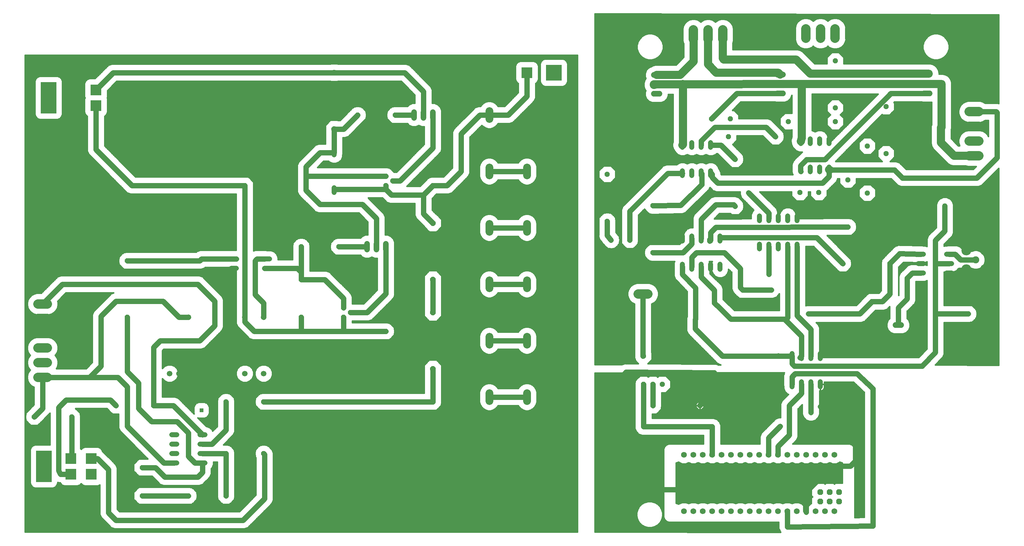
<source format=gbl>
G75*
%MOIN*%
%OFA0B0*%
%FSLAX25Y25*%
%IPPOS*%
%LPD*%
%AMOC8*
5,1,8,0,0,1.08239X$1,22.5*
%
%ADD10OC8,0.05600*%
%ADD11C,0.08250*%
%ADD12C,0.05200*%
%ADD13C,0.05937*%
%ADD14C,0.06000*%
%ADD15OC8,0.05200*%
%ADD16OC8,0.06000*%
%ADD17R,0.11811X0.11811*%
%ADD18R,0.16598X0.16598*%
%ADD19C,0.10039*%
%ADD20C,0.06200*%
%ADD21OC8,0.06200*%
%ADD22C,0.07500*%
%ADD23C,0.10500*%
%ADD24C,0.05600*%
%ADD25C,0.01600*%
%ADD26R,0.03962X0.03962*%
%ADD27C,0.08600*%
D10*
X0132800Y0047800D03*
X0132800Y0077800D03*
X0061800Y0173800D03*
X0061800Y0203800D03*
X0076800Y0272800D03*
X0076800Y0302800D03*
X0241800Y0377800D03*
X0241800Y0407800D03*
X0261800Y0467800D03*
X0261800Y0497800D03*
D11*
X0501800Y0456925D02*
X0501800Y0448675D01*
X0501800Y0396925D02*
X0501800Y0388675D01*
X0541800Y0388675D02*
X0541800Y0396925D01*
X0541800Y0336925D02*
X0541800Y0328675D01*
X0501800Y0328675D02*
X0501800Y0336925D01*
X0501800Y0276925D02*
X0501800Y0268675D01*
X0541800Y0268675D02*
X0541800Y0276925D01*
X0541800Y0216925D02*
X0541800Y0208675D01*
X0501800Y0208675D02*
X0501800Y0216925D01*
X0501800Y0156925D02*
X0501800Y0148675D01*
X0541800Y0148675D02*
X0541800Y0156925D01*
X0541800Y0096925D02*
X0541800Y0088675D01*
D12*
X0823800Y0163700D02*
X0823800Y0168900D01*
X0833800Y0168900D02*
X0833800Y0163700D01*
X0843800Y0163700D02*
X0843800Y0168900D01*
X0853800Y0168900D02*
X0853800Y0163700D01*
X0853800Y0193700D02*
X0853800Y0198900D01*
X0843800Y0198900D02*
X0843800Y0193700D01*
X0833800Y0193700D02*
X0833800Y0198900D01*
X0823800Y0198900D02*
X0823800Y0193700D01*
X0747300Y0288700D02*
X0747300Y0293900D01*
X0737300Y0293900D02*
X0737300Y0288700D01*
X0727300Y0288700D02*
X0727300Y0293900D01*
X0717300Y0293900D02*
X0717300Y0288700D01*
X0707300Y0288700D02*
X0707300Y0293900D01*
X0707300Y0318700D02*
X0707300Y0323900D01*
X0717300Y0323900D02*
X0717300Y0318700D01*
X0727300Y0318700D02*
X0727300Y0323900D01*
X0737300Y0323900D02*
X0737300Y0318700D01*
X0747300Y0318700D02*
X0747300Y0323900D01*
X0789300Y0315400D02*
X0789300Y0310200D01*
X0799300Y0310200D02*
X0799300Y0315400D01*
X0809300Y0315400D02*
X0809300Y0310200D01*
X0819300Y0310200D02*
X0819300Y0315400D01*
X0829300Y0315400D02*
X0829300Y0310200D01*
X0829300Y0340200D02*
X0829300Y0345400D01*
X0819300Y0345400D02*
X0819300Y0340200D01*
X0809300Y0340200D02*
X0809300Y0345400D01*
X0799300Y0345400D02*
X0799300Y0340200D01*
X0789300Y0340200D02*
X0789300Y0345400D01*
X0833300Y0392200D02*
X0833300Y0397400D01*
X0843300Y0397400D02*
X0843300Y0392200D01*
X0853300Y0392200D02*
X0853300Y0397400D01*
X0863300Y0397400D02*
X0863300Y0392200D01*
X0863300Y0422200D02*
X0863300Y0427400D01*
X0853300Y0427400D02*
X0853300Y0422200D01*
X0843300Y0422200D02*
X0843300Y0427400D01*
X0833300Y0427400D02*
X0833300Y0422200D01*
X0737300Y0423400D02*
X0737300Y0418200D01*
X0727300Y0418200D02*
X0727300Y0423400D01*
X0717300Y0423400D02*
X0717300Y0418200D01*
X0707300Y0418200D02*
X0707300Y0423400D01*
X0707300Y0393400D02*
X0707300Y0388200D01*
X0717300Y0388200D02*
X0717300Y0393400D01*
X0727300Y0393400D02*
X0727300Y0388200D01*
X0737300Y0388200D02*
X0737300Y0393400D01*
X0958200Y0304800D02*
X0963400Y0304800D01*
X0963400Y0294800D02*
X0958200Y0294800D01*
X0958200Y0284800D02*
X0963400Y0284800D01*
X0988200Y0284800D02*
X0993400Y0284800D01*
X0993400Y0294800D02*
X0988200Y0294800D01*
X0988200Y0304800D02*
X0993400Y0304800D01*
X0336800Y0370200D02*
X0336800Y0375400D01*
X0336800Y0410200D02*
X0336800Y0415400D01*
X0268000Y0299800D02*
X0262800Y0299800D01*
X0262800Y0289800D02*
X0268000Y0289800D01*
X0232800Y0289800D02*
X0227600Y0289800D01*
X0227600Y0299800D02*
X0232800Y0299800D01*
X0199400Y0112800D02*
X0194200Y0112800D01*
X0194200Y0102800D02*
X0199400Y0102800D01*
X0199400Y0092800D02*
X0194200Y0092800D01*
X0194200Y0082800D02*
X0199400Y0082800D01*
X0169400Y0082800D02*
X0164200Y0082800D01*
X0164200Y0092800D02*
X0169400Y0092800D01*
X0169400Y0102800D02*
X0164200Y0102800D01*
X0164200Y0112800D02*
X0169400Y0112800D01*
D13*
X0171800Y0177800D03*
X0161800Y0177800D03*
X0181800Y0177800D03*
X0241800Y0177800D03*
X0261800Y0177800D03*
X0261800Y0237800D03*
X0241800Y0237800D03*
X0181800Y0237800D03*
X0171800Y0237800D03*
D14*
X0371800Y0309800D02*
X0371800Y0315800D01*
X0381800Y0315800D02*
X0381800Y0309800D01*
X0391800Y0309800D02*
X0391800Y0315800D01*
X0421800Y0449800D02*
X0421800Y0455800D01*
X0431800Y0455800D02*
X0431800Y0449800D01*
X0441800Y0449800D02*
X0441800Y0455800D01*
X0676800Y0475300D02*
X0682800Y0475300D01*
X0682800Y0485300D02*
X0676800Y0485300D01*
X0676800Y0495300D02*
X0682800Y0495300D01*
X0808300Y0495800D02*
X0814300Y0495800D01*
X0814300Y0485800D02*
X0808300Y0485800D01*
X0808300Y0475800D02*
X0814300Y0475800D01*
X0964300Y0475800D02*
X0970300Y0475800D01*
X0970300Y0485800D02*
X0964300Y0485800D01*
X0964300Y0495800D02*
X0970300Y0495800D01*
X0939800Y0229300D02*
X0933800Y0229300D01*
X0919800Y0219300D02*
X0913800Y0219300D01*
X0889800Y0229300D02*
X0883800Y0229300D01*
D15*
X0888800Y0254300D03*
X0908800Y0254300D03*
X0927800Y0275300D03*
X0927800Y0294800D03*
X0877800Y0294800D03*
X0877800Y0275300D03*
X0883300Y0333800D03*
X0903800Y0369800D03*
X0883300Y0383800D03*
X0852300Y0370300D03*
X0832300Y0370300D03*
X0763300Y0355800D03*
X0675800Y0356300D03*
X0627300Y0339800D03*
X0631300Y0319800D03*
X0651300Y0319800D03*
X0675800Y0306300D03*
X0721300Y0266800D03*
X0721300Y0251800D03*
X0701300Y0251800D03*
X0721300Y0235800D03*
X0771300Y0235800D03*
X0771300Y0266800D03*
X0685800Y0196300D03*
X0665800Y0196300D03*
X0665800Y0166300D03*
X0675800Y0166300D03*
X0685800Y0166300D03*
X0675800Y0143800D03*
X0725800Y0143800D03*
X0441800Y0147800D03*
X0441800Y0107800D03*
X0261800Y0092800D03*
X0221800Y0092800D03*
X0221800Y0047800D03*
X0181800Y0047800D03*
X0057800Y0131800D03*
X0017800Y0131800D03*
X0104800Y0143800D03*
X0144800Y0143800D03*
X0221800Y0147800D03*
X0261800Y0147800D03*
X0391800Y0222800D03*
X0354300Y0242800D03*
X0346800Y0237800D03*
X0346800Y0247800D03*
X0301800Y0237800D03*
X0301800Y0277800D03*
X0301800Y0312800D03*
X0341800Y0312800D03*
X0391800Y0262800D03*
X0391800Y0377800D03*
X0399300Y0382800D03*
X0391800Y0387800D03*
X0441800Y0377800D03*
X0441800Y0417800D03*
X0401800Y0452800D03*
X0361800Y0452800D03*
X0627300Y0389800D03*
X0738300Y0448800D03*
X0758300Y0448800D03*
X0756300Y0429800D03*
X0763300Y0405800D03*
X0806300Y0429800D03*
X0819800Y0445800D03*
X0869800Y0445800D03*
X0869800Y0460300D03*
X0923800Y0461800D03*
X0962300Y0439300D03*
X0982300Y0439300D03*
X0923800Y0411800D03*
X0903800Y0419800D03*
X0869800Y0510300D03*
X1011300Y0241300D03*
X1011300Y0221300D03*
X0116800Y0237800D03*
X0116800Y0297800D03*
D16*
X0336800Y0437800D03*
X0336800Y0497800D03*
X0441800Y0337800D03*
X0441800Y0277800D03*
X0441800Y0242800D03*
X0441800Y0182800D03*
D17*
X0078500Y0087300D03*
X0056800Y0087300D03*
X0056800Y0070800D03*
X0078500Y0070800D03*
X0083500Y0462800D03*
X0061800Y0462800D03*
X0061800Y0479300D03*
X0083500Y0479300D03*
X0524800Y0497800D03*
X0541800Y0497800D03*
D18*
X0570500Y0497800D03*
X0033100Y0479300D03*
X0033100Y0462800D03*
X0028100Y0087300D03*
X0028100Y0070800D03*
D19*
X0031820Y0173824D02*
X0021780Y0173824D01*
X0021780Y0189414D02*
X0031820Y0189414D01*
X0031820Y0205005D02*
X0021780Y0205005D01*
X0021780Y0220595D02*
X0031820Y0220595D01*
X0031820Y0236186D02*
X0021780Y0236186D01*
X0021780Y0251776D02*
X0031820Y0251776D01*
X0660280Y0262505D02*
X0670320Y0262505D01*
X0670320Y0278095D02*
X0660280Y0278095D01*
X1012280Y0409414D02*
X1022320Y0409414D01*
X1022320Y0425005D02*
X1012280Y0425005D01*
X1012280Y0440595D02*
X1022320Y0440595D01*
X1022320Y0456186D02*
X1012280Y0456186D01*
X0885186Y0534280D02*
X0885186Y0544320D01*
X0869595Y0544320D02*
X0869595Y0534280D01*
X0854005Y0534280D02*
X0854005Y0544320D01*
X0838414Y0544320D02*
X0838414Y0534280D01*
X0765686Y0533280D02*
X0765686Y0543320D01*
X0750095Y0543320D02*
X0750095Y0533280D01*
X0734505Y0533280D02*
X0734505Y0543320D01*
X0718914Y0543320D02*
X0718914Y0533280D01*
D20*
X0718800Y0091300D03*
X0708800Y0091300D03*
X0728800Y0091300D03*
X0738800Y0091300D03*
X0748800Y0091300D03*
X0758800Y0091300D03*
X0768800Y0091300D03*
X0778800Y0091300D03*
X0788800Y0091300D03*
X0798800Y0091300D03*
X0808800Y0091300D03*
X0818800Y0091300D03*
X0828800Y0091300D03*
X0838800Y0091300D03*
X0848800Y0091300D03*
X0858800Y0091300D03*
X0868800Y0091300D03*
X0868800Y0031300D03*
X0858800Y0031300D03*
X0848800Y0031300D03*
X0838800Y0031300D03*
X0828800Y0031300D03*
X0818800Y0031300D03*
X0808800Y0031300D03*
X0798800Y0031300D03*
X0788800Y0031300D03*
X0778800Y0031300D03*
X0768800Y0031300D03*
X0758800Y0031300D03*
X0748800Y0031300D03*
X0738800Y0031300D03*
X0728800Y0031300D03*
X0718800Y0031300D03*
X0708800Y0031300D03*
D21*
X0853800Y0041800D03*
X0863800Y0041800D03*
X0873800Y0041800D03*
X0873800Y0051800D03*
X0863800Y0051800D03*
X0853800Y0051800D03*
D22*
X1019100Y0298700D03*
D23*
X1009061Y0288661D03*
X1029139Y0288661D03*
X1029139Y0308739D03*
X1009061Y0308739D03*
D24*
X1003300Y0298800D02*
X0997300Y0304800D01*
X0990800Y0304800D01*
X1003300Y0298800D02*
X1018000Y0298800D01*
X1019100Y0298700D01*
X0990800Y0294800D02*
X0977800Y0294800D01*
X0960800Y0284800D02*
X0951800Y0284800D01*
X0946300Y0279300D01*
X0946300Y0257300D01*
X0936800Y0247800D01*
X0936800Y0229300D01*
X0908800Y0254300D02*
X0895800Y0241300D01*
X0841300Y0241300D01*
X0829300Y0239300D02*
X0843800Y0224800D01*
X0843800Y0196300D01*
X0833800Y0196300D02*
X0832300Y0194800D01*
X0833800Y0196300D02*
X0833800Y0217800D01*
X0816800Y0234800D01*
X0819300Y0237300D01*
X0819300Y0312800D01*
X0829300Y0312800D02*
X0829300Y0239300D01*
X0816800Y0234800D02*
X0815800Y0235800D01*
X0771300Y0235800D01*
X0758800Y0235800D01*
X0743800Y0250300D01*
X0741300Y0252800D01*
X0741300Y0266300D01*
X0727300Y0280300D01*
X0727300Y0291300D01*
X0717300Y0291300D02*
X0717300Y0301300D01*
X0722300Y0306300D01*
X0751800Y0306300D01*
X0768800Y0289300D01*
X0768800Y0269300D01*
X0771300Y0266800D01*
X0801800Y0266800D01*
X0799300Y0283300D02*
X0799300Y0312800D01*
X0760300Y0333300D02*
X0742800Y0333300D01*
X0737300Y0327800D01*
X0737300Y0321300D01*
X0736300Y0320300D01*
X0736300Y0318800D01*
X0737300Y0319800D01*
X0737300Y0321300D01*
X0747300Y0321300D02*
X0748300Y0322300D01*
X0850300Y0322300D01*
X0877800Y0294800D01*
X0927800Y0294800D02*
X0927800Y0262300D01*
X0919800Y0254300D01*
X0908800Y0254300D01*
X0976300Y0241300D02*
X0976300Y0200300D01*
X0962300Y0185800D01*
X0826300Y0185800D01*
X0823800Y0188300D01*
X0823800Y0196300D01*
X0808800Y0196300D01*
X0809300Y0196800D01*
X0808800Y0196300D02*
X0749800Y0196300D01*
X0720800Y0225300D01*
X0720800Y0235300D01*
X0721300Y0235800D01*
X0721300Y0251800D01*
X0721300Y0266800D01*
X0721300Y0268800D01*
X0707300Y0283300D01*
X0707300Y0291300D01*
X0707800Y0306300D02*
X0717300Y0315800D01*
X0717300Y0321300D01*
X0727300Y0321300D02*
X0727300Y0341800D01*
X0742800Y0357300D01*
X0761800Y0357300D01*
X0763300Y0355800D01*
X0777550Y0370050D02*
X0799300Y0348300D01*
X0799300Y0342800D01*
X0760300Y0333300D02*
X0883300Y0333800D01*
X0927800Y0294800D02*
X0938300Y0305300D01*
X0960800Y0304800D01*
X0976300Y0319300D02*
X0986300Y0329300D01*
X0986300Y0356005D01*
X1020300Y0385800D02*
X0941300Y0385800D01*
X0932800Y0394300D01*
X0863800Y0394300D01*
X0863300Y0394800D02*
X0863300Y0387300D01*
X0856300Y0380300D01*
X0744800Y0380300D01*
X0738800Y0386300D01*
X0738800Y0389800D01*
X0737800Y0390800D01*
X0737300Y0390800D01*
X0727800Y0390300D02*
X0727300Y0390800D01*
X0727800Y0390300D02*
X0727800Y0378800D01*
X0705300Y0356800D01*
X0675800Y0356300D01*
X0651300Y0350300D02*
X0651300Y0319800D01*
X0631300Y0319800D02*
X0627300Y0324800D01*
X0627300Y0339800D01*
X0651300Y0350300D02*
X0691800Y0390800D01*
X0707300Y0390800D01*
X0748300Y0420800D02*
X0763300Y0405800D01*
X0748300Y0420800D02*
X0737300Y0420800D01*
X0727300Y0420800D02*
X0727300Y0425300D01*
X0741800Y0439800D01*
X0796300Y0439800D01*
X0806300Y0429800D01*
X0832800Y0398800D02*
X0839300Y0405300D01*
X0858800Y0405300D01*
X0928800Y0475800D01*
X0967300Y0475800D01*
X1017300Y0456186D02*
X1040914Y0456186D01*
X1041800Y0455300D01*
X1041800Y0407300D01*
X1020300Y0385800D01*
X0976300Y0319300D02*
X0976300Y0241300D01*
X1011300Y0241300D01*
X0909800Y0161800D02*
X0892800Y0177800D01*
X0827300Y0177800D01*
X0823800Y0174300D01*
X0823800Y0166300D01*
X0833800Y0166300D02*
X0833800Y0156800D01*
X0820800Y0143800D01*
X0820800Y0112300D01*
X0808800Y0100300D01*
X0808800Y0091300D01*
X0798800Y0091300D02*
X0798800Y0109300D01*
X0811300Y0121800D01*
X0843800Y0136300D02*
X0843800Y0166300D01*
X0853800Y0142800D02*
X0891300Y0105300D01*
X0891300Y0084800D01*
X0885800Y0079300D01*
X0866300Y0079300D01*
X0838800Y0051800D01*
X0838800Y0031300D01*
X0838300Y0031800D01*
X0838300Y0057300D01*
X0835300Y0054300D01*
X0672300Y0054300D01*
X0665800Y0060800D01*
X0641800Y0173800D01*
X0647300Y0179300D01*
X0741300Y0178800D01*
X0739800Y0177300D01*
X0725800Y0143800D01*
X0738800Y0121300D02*
X0738800Y0091300D01*
X0738800Y0121300D02*
X0665800Y0121300D01*
X0665800Y0166300D01*
X0675800Y0166300D02*
X0675800Y0143800D01*
X0665300Y0196300D02*
X0665300Y0262505D01*
X0675800Y0306300D02*
X0707800Y0306300D01*
X0832800Y0393300D02*
X0833300Y0392800D01*
X0832800Y0393300D02*
X0832800Y0398800D01*
X0765300Y0475800D02*
X0738300Y0448800D01*
X0765300Y0475800D02*
X0783300Y0475800D01*
X0811300Y0475800D01*
X0811101Y0485601D02*
X0811300Y0485800D01*
X0811101Y0485601D02*
X0779999Y0485601D01*
X0541800Y0497800D02*
X0541800Y0472800D01*
X0521800Y0452800D01*
X0501800Y0452800D01*
X0491800Y0452800D01*
X0471800Y0432800D01*
X0471800Y0392800D01*
X0456800Y0377800D01*
X0441800Y0377800D01*
X0431800Y0367800D01*
X0431800Y0347800D01*
X0441800Y0337800D01*
X0391800Y0312800D02*
X0391800Y0262800D01*
X0371800Y0242800D01*
X0354300Y0242800D01*
X0346800Y0237800D02*
X0346800Y0222800D01*
X0391800Y0222800D01*
X0441800Y0242800D02*
X0441800Y0277800D01*
X0501800Y0272800D02*
X0541800Y0272800D01*
X0541800Y0212800D02*
X0501800Y0212800D01*
X0441800Y0182800D02*
X0441800Y0147800D01*
X0261800Y0147800D01*
X0221800Y0147800D02*
X0221800Y0117800D01*
X0206800Y0102800D01*
X0196800Y0102800D01*
X0196800Y0112800D02*
X0165800Y0143800D01*
X0144800Y0143800D01*
X0144800Y0205800D01*
X0151800Y0212800D01*
X0193800Y0212800D01*
X0209800Y0228800D01*
X0209800Y0254800D01*
X0191800Y0272800D01*
X0076800Y0272800D01*
X0047824Y0272800D01*
X0026800Y0251776D01*
X0088800Y0238800D02*
X0104800Y0254800D01*
X0154800Y0254800D01*
X0171800Y0237800D01*
X0181800Y0237800D01*
X0241800Y0237800D02*
X0241800Y0232800D01*
X0251800Y0222800D01*
X0301800Y0222800D01*
X0301800Y0237800D01*
X0301800Y0222800D02*
X0346800Y0222800D01*
X0346800Y0247800D02*
X0346800Y0257800D01*
X0326800Y0277800D01*
X0301800Y0277800D01*
X0301800Y0285800D01*
X0297800Y0289800D01*
X0262800Y0289800D01*
X0262800Y0299800D02*
X0254800Y0299800D01*
X0252800Y0297800D01*
X0252800Y0261800D01*
X0261800Y0252800D01*
X0261800Y0237800D01*
X0241800Y0237800D02*
X0241800Y0377800D01*
X0121800Y0377800D01*
X0083500Y0416100D01*
X0083500Y0462800D01*
X0081800Y0477800D02*
X0101800Y0497800D01*
X0261800Y0497800D01*
X0336800Y0497800D01*
X0411800Y0497800D01*
X0431800Y0477800D01*
X0431800Y0452800D01*
X0441800Y0452800D02*
X0441800Y0417800D01*
X0406800Y0382800D01*
X0399300Y0382800D01*
X0391800Y0377800D02*
X0391800Y0373800D01*
X0337800Y0373800D01*
X0336800Y0372800D01*
X0321800Y0357800D02*
X0306800Y0372800D01*
X0306800Y0388800D01*
X0307800Y0387800D01*
X0391800Y0387800D01*
X0391800Y0373800D02*
X0397800Y0367800D01*
X0431800Y0367800D01*
X0381800Y0342800D02*
X0366800Y0357800D01*
X0321800Y0357800D01*
X0306800Y0388800D02*
X0306800Y0397800D01*
X0321800Y0412800D01*
X0336800Y0412800D01*
X0336800Y0437800D01*
X0346800Y0437800D01*
X0361800Y0452800D01*
X0401800Y0452800D02*
X0421800Y0452800D01*
X0501800Y0392800D02*
X0541800Y0392800D01*
X0541800Y0332800D02*
X0501800Y0332800D01*
X0381800Y0342800D02*
X0381800Y0312800D01*
X0371800Y0312800D02*
X0341800Y0312800D01*
X0301800Y0312800D02*
X0301800Y0286800D01*
X0300800Y0287800D01*
X0301800Y0286800D02*
X0301800Y0285800D01*
X0232800Y0299800D02*
X0195800Y0299800D01*
X0193800Y0297800D01*
X0116800Y0297800D01*
X0088800Y0238800D02*
X0088800Y0185800D01*
X0076800Y0173800D01*
X0106800Y0173800D01*
X0116800Y0163800D01*
X0116800Y0121800D01*
X0155800Y0082800D01*
X0166800Y0082800D01*
X0181800Y0089800D02*
X0188800Y0082800D01*
X0196800Y0082800D01*
X0196800Y0072800D01*
X0191800Y0067800D01*
X0156800Y0067800D01*
X0146800Y0077800D01*
X0132800Y0077800D01*
X0096800Y0075800D02*
X0096800Y0029800D01*
X0104800Y0021800D01*
X0239800Y0021800D01*
X0262800Y0044800D01*
X0262800Y0091800D01*
X0261800Y0092800D01*
X0221800Y0092800D02*
X0221800Y0047800D01*
X0181800Y0047800D02*
X0132800Y0047800D01*
X0096800Y0075800D02*
X0085300Y0087300D01*
X0078500Y0087300D01*
X0057800Y0088300D02*
X0056800Y0087300D01*
X0057800Y0088300D02*
X0057800Y0131800D01*
X0043800Y0141800D02*
X0051800Y0149800D01*
X0098800Y0149800D01*
X0104800Y0143800D01*
X0128800Y0140800D02*
X0142800Y0126800D01*
X0169800Y0126800D01*
X0181800Y0114800D01*
X0181800Y0089800D01*
X0196800Y0092800D02*
X0221800Y0092800D01*
X0128800Y0140800D02*
X0128800Y0167800D01*
X0116800Y0179800D01*
X0116800Y0237800D01*
X0171800Y0177800D02*
X0181800Y0177800D01*
X0076800Y0173800D02*
X0061800Y0173800D01*
X0061776Y0173824D01*
X0026800Y0173824D01*
X0026800Y0140800D01*
X0017800Y0131800D01*
X0043800Y0141800D02*
X0043800Y0074800D01*
X0045800Y0070800D01*
X0056800Y0070800D01*
X0501800Y0152800D02*
X0541800Y0152800D01*
X0818800Y0031300D02*
X0818800Y0014800D01*
X0909800Y0015800D01*
X0909800Y0161800D01*
X0838800Y0031300D02*
X0838800Y0030300D01*
D25*
X0008200Y0009200D02*
X0008200Y0516400D01*
X0595400Y0516400D01*
X0595400Y0009200D01*
X0008200Y0009200D01*
X0008200Y0010793D02*
X0595400Y0010793D01*
X0595400Y0012391D02*
X0008200Y0012391D01*
X0008200Y0013990D02*
X0099615Y0013990D01*
X0099589Y0014001D02*
X0102970Y0012600D01*
X0241630Y0012600D01*
X0245011Y0014001D01*
X0268011Y0037001D01*
X0270599Y0039589D01*
X0272000Y0042970D01*
X0272000Y0093630D01*
X0270800Y0096527D01*
X0270800Y0096528D01*
X0270799Y0096529D01*
X0270599Y0097011D01*
X0267011Y0100599D01*
X0266529Y0100799D01*
X0265528Y0101800D01*
X0264113Y0101800D01*
X0263630Y0102000D01*
X0259970Y0102000D01*
X0259487Y0101800D01*
X0258072Y0101800D01*
X0257071Y0100799D01*
X0256589Y0100599D01*
X0254001Y0098011D01*
X0253801Y0097529D01*
X0252800Y0096528D01*
X0252800Y0095113D01*
X0252600Y0094630D01*
X0252600Y0090970D01*
X0252800Y0090487D01*
X0252800Y0089072D01*
X0253600Y0088272D01*
X0253600Y0048611D01*
X0235989Y0031000D01*
X0108611Y0031000D01*
X0106000Y0033611D01*
X0106000Y0077630D01*
X0104599Y0081011D01*
X0102011Y0083599D01*
X0090574Y0095036D01*
X0089831Y0096831D01*
X0088031Y0098631D01*
X0085679Y0099605D01*
X0071321Y0099605D01*
X0068969Y0098631D01*
X0067650Y0097312D01*
X0067000Y0097962D01*
X0067000Y0133630D01*
X0066800Y0134113D01*
X0066800Y0135528D01*
X0065799Y0136529D01*
X0065599Y0137011D01*
X0063011Y0139599D01*
X0062529Y0139799D01*
X0061728Y0140600D01*
X0094989Y0140600D01*
X0099589Y0136001D01*
X0100071Y0135801D01*
X0101072Y0134800D01*
X0102487Y0134800D01*
X0102970Y0134600D01*
X0106630Y0134600D01*
X0107113Y0134800D01*
X0107600Y0134800D01*
X0107600Y0119970D01*
X0109001Y0116589D01*
X0138589Y0087000D01*
X0128989Y0087000D01*
X0127589Y0085599D01*
X0125001Y0083011D01*
X0123600Y0081611D01*
X0123600Y0073989D01*
X0125001Y0072589D01*
X0125001Y0072589D01*
X0127589Y0070001D01*
X0128989Y0068600D01*
X0142989Y0068600D01*
X0149001Y0062589D01*
X0151589Y0060001D01*
X0154970Y0058600D01*
X0193630Y0058600D01*
X0197011Y0060001D01*
X0199599Y0062589D01*
X0202011Y0065001D01*
X0204599Y0067589D01*
X0206000Y0070970D01*
X0206000Y0076672D01*
X0207030Y0077702D01*
X0208400Y0081010D01*
X0208400Y0083600D01*
X0212600Y0083600D01*
X0212600Y0045970D01*
X0212800Y0045487D01*
X0212800Y0044072D01*
X0213801Y0043071D01*
X0214001Y0042589D01*
X0216589Y0040001D01*
X0217071Y0039801D01*
X0218072Y0038800D01*
X0219487Y0038800D01*
X0219970Y0038600D01*
X0223630Y0038600D01*
X0224113Y0038800D01*
X0225528Y0038800D01*
X0226529Y0039801D01*
X0227011Y0040001D01*
X0229599Y0042589D01*
X0229799Y0043071D01*
X0230800Y0044072D01*
X0230800Y0045487D01*
X0231000Y0045970D01*
X0231000Y0094630D01*
X0230800Y0095113D01*
X0230800Y0096528D01*
X0229799Y0097529D01*
X0229599Y0098011D01*
X0227011Y0100599D01*
X0226529Y0100799D01*
X0225528Y0101800D01*
X0224113Y0101800D01*
X0223630Y0102000D01*
X0219011Y0102000D01*
X0229599Y0112589D01*
X0231000Y0115970D01*
X0231000Y0149630D01*
X0230800Y0150113D01*
X0230800Y0151528D01*
X0229799Y0152529D01*
X0229599Y0153011D01*
X0227011Y0155599D01*
X0226529Y0155799D01*
X0225528Y0156800D01*
X0224113Y0156800D01*
X0223630Y0157000D01*
X0219970Y0157000D01*
X0219487Y0156800D01*
X0218072Y0156800D01*
X0217071Y0155799D01*
X0216589Y0155599D01*
X0214001Y0153011D01*
X0213801Y0152529D01*
X0212800Y0151528D01*
X0212800Y0150113D01*
X0212600Y0149630D01*
X0212600Y0121611D01*
X0207574Y0116585D01*
X0207030Y0117898D01*
X0204498Y0120430D01*
X0201190Y0121800D01*
X0200811Y0121800D01*
X0191942Y0130669D01*
X0192546Y0130419D01*
X0199054Y0130419D01*
X0201406Y0131393D01*
X0203207Y0133194D01*
X0204181Y0135546D01*
X0204181Y0142054D01*
X0203207Y0144406D01*
X0201406Y0146207D01*
X0199054Y0147181D01*
X0192546Y0147181D01*
X0190194Y0146207D01*
X0188393Y0144406D01*
X0187419Y0142054D01*
X0187419Y0135546D01*
X0187669Y0134942D01*
X0171011Y0151599D01*
X0167630Y0153000D01*
X0154000Y0153000D01*
X0154000Y0172351D01*
X0156493Y0169858D01*
X0159936Y0168431D01*
X0163664Y0168431D01*
X0167107Y0169858D01*
X0169742Y0172493D01*
X0171168Y0175936D01*
X0171168Y0179664D01*
X0169742Y0183107D01*
X0167107Y0185742D01*
X0163664Y0187168D01*
X0159936Y0187168D01*
X0156493Y0185742D01*
X0154000Y0183249D01*
X0154000Y0201989D01*
X0155611Y0203600D01*
X0195630Y0203600D01*
X0199011Y0205001D01*
X0215011Y0221001D01*
X0217599Y0223589D01*
X0219000Y0226970D01*
X0219000Y0256630D01*
X0217599Y0260011D01*
X0199599Y0278011D01*
X0197011Y0280599D01*
X0193630Y0282000D01*
X0045994Y0282000D01*
X0042612Y0280599D01*
X0025209Y0263196D01*
X0020277Y0263196D01*
X0017372Y0262418D01*
X0014768Y0260914D01*
X0012642Y0258788D01*
X0011139Y0256184D01*
X0010361Y0253280D01*
X0010361Y0250273D01*
X0011139Y0247369D01*
X0012642Y0244765D01*
X0014768Y0242638D01*
X0017372Y0241135D01*
X0020277Y0240357D01*
X0033323Y0240357D01*
X0036228Y0241135D01*
X0038832Y0242638D01*
X0040958Y0244765D01*
X0042461Y0247369D01*
X0043239Y0250273D01*
X0043239Y0253280D01*
X0042833Y0254798D01*
X0051634Y0263600D01*
X0102004Y0263600D01*
X0099589Y0262599D01*
X0097001Y0260011D01*
X0081001Y0244011D01*
X0079600Y0240630D01*
X0079600Y0189611D01*
X0072989Y0183000D01*
X0063663Y0183000D01*
X0063606Y0183024D01*
X0041316Y0183024D01*
X0042461Y0185006D01*
X0043239Y0187911D01*
X0043239Y0190918D01*
X0042461Y0193822D01*
X0040958Y0196426D01*
X0040174Y0197209D01*
X0040958Y0197993D01*
X0042461Y0200597D01*
X0043239Y0203501D01*
X0043239Y0206508D01*
X0042461Y0209413D01*
X0040958Y0212017D01*
X0038832Y0214143D01*
X0036228Y0215646D01*
X0033323Y0216424D01*
X0020277Y0216424D01*
X0017372Y0215646D01*
X0014768Y0214143D01*
X0012642Y0212017D01*
X0011139Y0209413D01*
X0010361Y0206508D01*
X0010361Y0203501D01*
X0011139Y0200597D01*
X0012642Y0197993D01*
X0013426Y0197209D01*
X0012642Y0196426D01*
X0011139Y0193822D01*
X0010361Y0190918D01*
X0010361Y0187911D01*
X0011139Y0185006D01*
X0012642Y0182402D01*
X0013426Y0181619D01*
X0012642Y0180835D01*
X0011139Y0178231D01*
X0010361Y0175327D01*
X0010361Y0172320D01*
X0011139Y0169416D01*
X0012642Y0166812D01*
X0014768Y0164686D01*
X0017372Y0163182D01*
X0017600Y0163121D01*
X0017600Y0144611D01*
X0010001Y0137011D01*
X0009801Y0136529D01*
X0008800Y0135528D01*
X0008800Y0134113D01*
X0008600Y0133630D01*
X0008600Y0129970D01*
X0008800Y0129487D01*
X0008800Y0128072D01*
X0009801Y0127071D01*
X0010001Y0126589D01*
X0012589Y0124001D01*
X0013071Y0123801D01*
X0014072Y0122800D01*
X0015487Y0122800D01*
X0015970Y0122600D01*
X0019630Y0122600D01*
X0020113Y0122800D01*
X0021528Y0122800D01*
X0022529Y0123801D01*
X0023011Y0124001D01*
X0034599Y0135589D01*
X0034600Y0135590D01*
X0034600Y0101999D01*
X0018528Y0101999D01*
X0016175Y0101025D01*
X0014375Y0099225D01*
X0013401Y0096872D01*
X0013401Y0061228D01*
X0014375Y0058875D01*
X0016175Y0057075D01*
X0018528Y0056101D01*
X0037672Y0056101D01*
X0040025Y0057075D01*
X0041825Y0058875D01*
X0042799Y0061228D01*
X0042799Y0062085D01*
X0043970Y0061600D01*
X0044307Y0061600D01*
X0044627Y0061493D01*
X0045355Y0061545D01*
X0045469Y0061269D01*
X0047269Y0059469D01*
X0049621Y0058494D01*
X0063979Y0058494D01*
X0066331Y0059469D01*
X0067650Y0060788D01*
X0068969Y0059469D01*
X0071321Y0058494D01*
X0085679Y0058494D01*
X0087600Y0059290D01*
X0087600Y0027970D01*
X0089001Y0024589D01*
X0097001Y0016589D01*
X0099589Y0014001D01*
X0098001Y0015588D02*
X0008200Y0015588D01*
X0008200Y0017187D02*
X0096403Y0017187D01*
X0094804Y0018785D02*
X0008200Y0018785D01*
X0008200Y0020384D02*
X0093206Y0020384D01*
X0091607Y0021982D02*
X0008200Y0021982D01*
X0008200Y0023581D02*
X0090009Y0023581D01*
X0088756Y0025179D02*
X0008200Y0025179D01*
X0008200Y0026778D02*
X0088094Y0026778D01*
X0087600Y0028376D02*
X0008200Y0028376D01*
X0008200Y0029975D02*
X0087600Y0029975D01*
X0087600Y0031573D02*
X0008200Y0031573D01*
X0008200Y0033172D02*
X0087600Y0033172D01*
X0087600Y0034770D02*
X0008200Y0034770D01*
X0008200Y0036369D02*
X0087600Y0036369D01*
X0087600Y0037967D02*
X0008200Y0037967D01*
X0008200Y0039566D02*
X0087600Y0039566D01*
X0087600Y0041164D02*
X0008200Y0041164D01*
X0008200Y0042763D02*
X0087600Y0042763D01*
X0087600Y0044361D02*
X0008200Y0044361D01*
X0008200Y0045960D02*
X0087600Y0045960D01*
X0087600Y0047558D02*
X0008200Y0047558D01*
X0008200Y0049157D02*
X0087600Y0049157D01*
X0087600Y0050755D02*
X0008200Y0050755D01*
X0008200Y0052354D02*
X0087600Y0052354D01*
X0087600Y0053952D02*
X0008200Y0053952D01*
X0008200Y0055551D02*
X0087600Y0055551D01*
X0087600Y0057149D02*
X0040099Y0057149D01*
X0041697Y0058748D02*
X0049010Y0058748D01*
X0046392Y0060346D02*
X0042434Y0060346D01*
X0042799Y0061945D02*
X0043137Y0061945D01*
X0064590Y0058748D02*
X0070710Y0058748D01*
X0068092Y0060346D02*
X0067208Y0060346D01*
X0086290Y0058748D02*
X0087600Y0058748D01*
X0106000Y0058748D02*
X0154613Y0058748D01*
X0151243Y0060346D02*
X0106000Y0060346D01*
X0106000Y0061945D02*
X0149644Y0061945D01*
X0148046Y0063543D02*
X0106000Y0063543D01*
X0106000Y0065142D02*
X0146447Y0065142D01*
X0144849Y0066740D02*
X0106000Y0066740D01*
X0106000Y0068339D02*
X0143250Y0068339D01*
X0127652Y0069937D02*
X0106000Y0069937D01*
X0106000Y0071536D02*
X0126053Y0071536D01*
X0127589Y0070001D02*
X0127589Y0070001D01*
X0124455Y0073134D02*
X0106000Y0073134D01*
X0106000Y0074733D02*
X0123600Y0074733D01*
X0123600Y0076332D02*
X0106000Y0076332D01*
X0105876Y0077930D02*
X0123600Y0077930D01*
X0123600Y0079529D02*
X0105214Y0079529D01*
X0104484Y0081127D02*
X0123600Y0081127D01*
X0124715Y0082726D02*
X0102885Y0082726D01*
X0101287Y0084324D02*
X0126313Y0084324D01*
X0127589Y0085599D02*
X0127589Y0085599D01*
X0127912Y0085923D02*
X0099688Y0085923D01*
X0098090Y0087521D02*
X0138068Y0087521D01*
X0136470Y0089120D02*
X0096491Y0089120D01*
X0094893Y0090718D02*
X0134871Y0090718D01*
X0133273Y0092317D02*
X0093294Y0092317D01*
X0091696Y0093915D02*
X0131674Y0093915D01*
X0130076Y0095514D02*
X0090377Y0095514D01*
X0089550Y0097112D02*
X0128477Y0097112D01*
X0126879Y0098711D02*
X0087839Y0098711D01*
X0069161Y0098711D02*
X0067000Y0098711D01*
X0067000Y0100309D02*
X0125280Y0100309D01*
X0123682Y0101908D02*
X0067000Y0101908D01*
X0067000Y0103506D02*
X0122083Y0103506D01*
X0120484Y0105105D02*
X0067000Y0105105D01*
X0067000Y0106703D02*
X0118886Y0106703D01*
X0117287Y0108302D02*
X0067000Y0108302D01*
X0067000Y0109900D02*
X0115689Y0109900D01*
X0114090Y0111499D02*
X0067000Y0111499D01*
X0067000Y0113097D02*
X0112492Y0113097D01*
X0110893Y0114696D02*
X0067000Y0114696D01*
X0067000Y0116294D02*
X0109295Y0116294D01*
X0108460Y0117893D02*
X0067000Y0117893D01*
X0067000Y0119491D02*
X0107798Y0119491D01*
X0107600Y0121090D02*
X0067000Y0121090D01*
X0067000Y0122688D02*
X0107600Y0122688D01*
X0107600Y0124287D02*
X0067000Y0124287D01*
X0067000Y0125885D02*
X0107600Y0125885D01*
X0107600Y0127484D02*
X0067000Y0127484D01*
X0067000Y0129082D02*
X0107600Y0129082D01*
X0107600Y0130681D02*
X0067000Y0130681D01*
X0067000Y0132279D02*
X0107600Y0132279D01*
X0107600Y0133878D02*
X0066897Y0133878D01*
X0066800Y0135476D02*
X0100396Y0135476D01*
X0098514Y0137075D02*
X0065536Y0137075D01*
X0063937Y0138673D02*
X0096916Y0138673D01*
X0095317Y0140272D02*
X0062056Y0140272D01*
X0034600Y0135476D02*
X0034487Y0135476D01*
X0034600Y0133878D02*
X0032889Y0133878D01*
X0031290Y0132279D02*
X0034600Y0132279D01*
X0034600Y0130681D02*
X0029692Y0130681D01*
X0028093Y0129082D02*
X0034600Y0129082D01*
X0034600Y0127484D02*
X0026495Y0127484D01*
X0024896Y0125885D02*
X0034600Y0125885D01*
X0034600Y0124287D02*
X0023298Y0124287D01*
X0019843Y0122688D02*
X0034600Y0122688D01*
X0034600Y0121090D02*
X0008200Y0121090D01*
X0008200Y0122688D02*
X0015757Y0122688D01*
X0012302Y0124287D02*
X0008200Y0124287D01*
X0008200Y0125885D02*
X0010704Y0125885D01*
X0009388Y0127484D02*
X0008200Y0127484D01*
X0008200Y0129082D02*
X0008800Y0129082D01*
X0008600Y0130681D02*
X0008200Y0130681D01*
X0008200Y0132279D02*
X0008600Y0132279D01*
X0008703Y0133878D02*
X0008200Y0133878D01*
X0008200Y0135476D02*
X0008800Y0135476D01*
X0008200Y0137075D02*
X0010064Y0137075D01*
X0011663Y0138673D02*
X0008200Y0138673D01*
X0008200Y0140272D02*
X0013261Y0140272D01*
X0014860Y0141870D02*
X0008200Y0141870D01*
X0008200Y0143469D02*
X0016458Y0143469D01*
X0017600Y0145068D02*
X0008200Y0145068D01*
X0008200Y0146666D02*
X0017600Y0146666D01*
X0017600Y0148265D02*
X0008200Y0148265D01*
X0008200Y0149863D02*
X0017600Y0149863D01*
X0017600Y0151462D02*
X0008200Y0151462D01*
X0008200Y0153060D02*
X0017600Y0153060D01*
X0017600Y0154659D02*
X0008200Y0154659D01*
X0008200Y0156257D02*
X0017600Y0156257D01*
X0017600Y0157856D02*
X0008200Y0157856D01*
X0008200Y0159454D02*
X0017600Y0159454D01*
X0017600Y0161053D02*
X0008200Y0161053D01*
X0008200Y0162651D02*
X0017600Y0162651D01*
X0015524Y0164250D02*
X0008200Y0164250D01*
X0008200Y0165848D02*
X0013606Y0165848D01*
X0012276Y0167447D02*
X0008200Y0167447D01*
X0008200Y0169045D02*
X0011353Y0169045D01*
X0010810Y0170644D02*
X0008200Y0170644D01*
X0008200Y0172242D02*
X0010382Y0172242D01*
X0010361Y0173841D02*
X0008200Y0173841D01*
X0008200Y0175439D02*
X0010391Y0175439D01*
X0010819Y0177038D02*
X0008200Y0177038D01*
X0008200Y0178636D02*
X0011373Y0178636D01*
X0012295Y0180235D02*
X0008200Y0180235D01*
X0008200Y0181833D02*
X0013211Y0181833D01*
X0012048Y0183432D02*
X0008200Y0183432D01*
X0008200Y0185030D02*
X0011132Y0185030D01*
X0010704Y0186629D02*
X0008200Y0186629D01*
X0008200Y0188227D02*
X0010361Y0188227D01*
X0010361Y0189826D02*
X0008200Y0189826D01*
X0008200Y0191424D02*
X0010496Y0191424D01*
X0010925Y0193023D02*
X0008200Y0193023D01*
X0008200Y0194621D02*
X0011600Y0194621D01*
X0012523Y0196220D02*
X0008200Y0196220D01*
X0008200Y0197818D02*
X0012817Y0197818D01*
X0011820Y0199417D02*
X0008200Y0199417D01*
X0008200Y0201015D02*
X0011027Y0201015D01*
X0010598Y0202614D02*
X0008200Y0202614D01*
X0008200Y0204212D02*
X0010361Y0204212D01*
X0010361Y0205811D02*
X0008200Y0205811D01*
X0008200Y0207409D02*
X0010602Y0207409D01*
X0011030Y0209008D02*
X0008200Y0209008D01*
X0008200Y0210606D02*
X0011828Y0210606D01*
X0012831Y0212205D02*
X0008200Y0212205D01*
X0008200Y0213803D02*
X0014429Y0213803D01*
X0016950Y0215402D02*
X0008200Y0215402D01*
X0008200Y0217001D02*
X0079600Y0217001D01*
X0079600Y0218599D02*
X0008200Y0218599D01*
X0008200Y0220198D02*
X0079600Y0220198D01*
X0079600Y0221796D02*
X0008200Y0221796D01*
X0008200Y0223395D02*
X0079600Y0223395D01*
X0079600Y0224993D02*
X0008200Y0224993D01*
X0008200Y0226592D02*
X0079600Y0226592D01*
X0079600Y0228190D02*
X0008200Y0228190D01*
X0008200Y0229789D02*
X0079600Y0229789D01*
X0079600Y0231387D02*
X0008200Y0231387D01*
X0008200Y0232986D02*
X0079600Y0232986D01*
X0079600Y0234584D02*
X0008200Y0234584D01*
X0008200Y0236183D02*
X0079600Y0236183D01*
X0079600Y0237781D02*
X0008200Y0237781D01*
X0008200Y0239380D02*
X0079600Y0239380D01*
X0079744Y0240978D02*
X0035643Y0240978D01*
X0038725Y0242577D02*
X0080406Y0242577D01*
X0081164Y0244175D02*
X0040368Y0244175D01*
X0041540Y0245774D02*
X0082763Y0245774D01*
X0084361Y0247372D02*
X0042462Y0247372D01*
X0042890Y0248971D02*
X0085960Y0248971D01*
X0087558Y0250569D02*
X0043239Y0250569D01*
X0043239Y0252168D02*
X0089157Y0252168D01*
X0090756Y0253766D02*
X0043109Y0253766D01*
X0043399Y0255365D02*
X0092354Y0255365D01*
X0093953Y0256963D02*
X0044998Y0256963D01*
X0046596Y0258562D02*
X0095551Y0258562D01*
X0097150Y0260160D02*
X0048195Y0260160D01*
X0049793Y0261759D02*
X0098748Y0261759D01*
X0101419Y0263357D02*
X0051392Y0263357D01*
X0033363Y0271350D02*
X0008200Y0271350D01*
X0008200Y0272948D02*
X0034961Y0272948D01*
X0036560Y0274547D02*
X0008200Y0274547D01*
X0008200Y0276145D02*
X0038158Y0276145D01*
X0039757Y0277744D02*
X0008200Y0277744D01*
X0008200Y0279342D02*
X0041355Y0279342D01*
X0043437Y0280941D02*
X0008200Y0280941D01*
X0008200Y0282539D02*
X0232600Y0282539D01*
X0232600Y0280941D02*
X0196187Y0280941D01*
X0198268Y0279342D02*
X0232600Y0279342D01*
X0232600Y0277744D02*
X0199867Y0277744D01*
X0201465Y0276145D02*
X0232600Y0276145D01*
X0232600Y0274547D02*
X0203064Y0274547D01*
X0204662Y0272948D02*
X0232600Y0272948D01*
X0232600Y0271350D02*
X0206261Y0271350D01*
X0207859Y0269751D02*
X0232600Y0269751D01*
X0232600Y0268153D02*
X0209458Y0268153D01*
X0211056Y0266554D02*
X0232600Y0266554D01*
X0232600Y0264956D02*
X0212655Y0264956D01*
X0214253Y0263357D02*
X0232600Y0263357D01*
X0232600Y0261759D02*
X0215852Y0261759D01*
X0217450Y0260160D02*
X0232600Y0260160D01*
X0232600Y0258562D02*
X0218200Y0258562D01*
X0218862Y0256963D02*
X0232600Y0256963D01*
X0232600Y0255365D02*
X0219000Y0255365D01*
X0219000Y0253766D02*
X0232600Y0253766D01*
X0232600Y0252168D02*
X0219000Y0252168D01*
X0219000Y0250569D02*
X0232600Y0250569D01*
X0232600Y0248971D02*
X0219000Y0248971D01*
X0219000Y0247372D02*
X0232600Y0247372D01*
X0232600Y0245774D02*
X0219000Y0245774D01*
X0219000Y0244175D02*
X0232600Y0244175D01*
X0232600Y0242577D02*
X0219000Y0242577D01*
X0219000Y0240978D02*
X0232600Y0240978D01*
X0232600Y0240070D02*
X0232431Y0239664D01*
X0232431Y0235936D01*
X0232600Y0235530D01*
X0232600Y0230970D01*
X0234001Y0227589D01*
X0244001Y0217589D01*
X0246589Y0215001D01*
X0249970Y0213600D01*
X0393630Y0213600D01*
X0394113Y0213800D01*
X0395528Y0213800D01*
X0396529Y0214801D01*
X0397011Y0215001D01*
X0399599Y0217589D01*
X0399799Y0218071D01*
X0400800Y0219072D01*
X0400800Y0220487D01*
X0401000Y0220970D01*
X0401000Y0224630D01*
X0400800Y0225113D01*
X0400800Y0226528D01*
X0399799Y0227529D01*
X0399599Y0228011D01*
X0397011Y0230599D01*
X0396529Y0230799D01*
X0395528Y0231800D01*
X0394113Y0231800D01*
X0393630Y0232000D01*
X0356000Y0232000D01*
X0356000Y0233600D01*
X0373630Y0233600D01*
X0377011Y0235001D01*
X0397011Y0255001D01*
X0399599Y0257589D01*
X0399799Y0258071D01*
X0400800Y0259072D01*
X0400800Y0260487D01*
X0401000Y0260970D01*
X0401000Y0307447D01*
X0401200Y0307930D01*
X0401200Y0317670D01*
X0399769Y0321125D01*
X0397125Y0323769D01*
X0393670Y0325200D01*
X0391000Y0325200D01*
X0391000Y0344630D01*
X0389599Y0348011D01*
X0374599Y0363011D01*
X0373011Y0364600D01*
X0387989Y0364600D01*
X0390001Y0362589D01*
X0392589Y0360001D01*
X0395970Y0358600D01*
X0422600Y0358600D01*
X0422600Y0345970D01*
X0424001Y0342589D01*
X0432400Y0334189D01*
X0432400Y0333906D01*
X0437906Y0328400D01*
X0445694Y0328400D01*
X0451200Y0333906D01*
X0451200Y0341694D01*
X0445694Y0347200D01*
X0445411Y0347200D01*
X0441000Y0351611D01*
X0441000Y0363989D01*
X0445611Y0368600D01*
X0458630Y0368600D01*
X0462011Y0370001D01*
X0477011Y0385001D01*
X0479599Y0387589D01*
X0481000Y0390970D01*
X0481000Y0428989D01*
X0493801Y0441790D01*
X0495337Y0440253D01*
X0497737Y0438867D01*
X0500414Y0438150D01*
X0503186Y0438150D01*
X0505862Y0438867D01*
X0508262Y0440253D01*
X0510222Y0442212D01*
X0511023Y0443600D01*
X0523630Y0443600D01*
X0527011Y0445001D01*
X0547011Y0465001D01*
X0549599Y0467589D01*
X0551000Y0470970D01*
X0551000Y0486332D01*
X0551331Y0486469D01*
X0553131Y0488269D01*
X0554105Y0490621D01*
X0554105Y0504979D01*
X0553131Y0507331D01*
X0551331Y0509131D01*
X0548979Y0510105D01*
X0534621Y0510105D01*
X0532269Y0509131D01*
X0530469Y0507331D01*
X0529494Y0504979D01*
X0529494Y0490621D01*
X0530469Y0488269D01*
X0532269Y0486469D01*
X0532600Y0486332D01*
X0532600Y0476611D01*
X0517989Y0462000D01*
X0511023Y0462000D01*
X0510222Y0463387D01*
X0508262Y0465347D01*
X0505862Y0466733D01*
X0503186Y0467450D01*
X0500414Y0467450D01*
X0497737Y0466733D01*
X0495337Y0465347D01*
X0493378Y0463387D01*
X0492577Y0462000D01*
X0489970Y0462000D01*
X0486589Y0460599D01*
X0484001Y0458011D01*
X0466589Y0440599D01*
X0464001Y0438011D01*
X0462600Y0434630D01*
X0462600Y0396611D01*
X0452989Y0387000D01*
X0439970Y0387000D01*
X0439487Y0386800D01*
X0438072Y0386800D01*
X0437071Y0385799D01*
X0436589Y0385599D01*
X0434001Y0383011D01*
X0427989Y0377000D01*
X0414011Y0377000D01*
X0447011Y0410001D01*
X0449599Y0412589D01*
X0449799Y0413071D01*
X0450800Y0414072D01*
X0450800Y0415487D01*
X0451000Y0415970D01*
X0451000Y0447447D01*
X0451200Y0447930D01*
X0451200Y0457670D01*
X0449769Y0461125D01*
X0447125Y0463769D01*
X0443670Y0465200D01*
X0441000Y0465200D01*
X0441000Y0479630D01*
X0439599Y0483011D01*
X0417011Y0505599D01*
X0413630Y0507000D01*
X0340894Y0507000D01*
X0340694Y0507200D01*
X0332906Y0507200D01*
X0332706Y0507000D01*
X0099970Y0507000D01*
X0096589Y0505599D01*
X0082595Y0491605D01*
X0076321Y0491605D01*
X0073969Y0490631D01*
X0072169Y0488831D01*
X0071194Y0486479D01*
X0071194Y0472121D01*
X0071638Y0471050D01*
X0071194Y0469979D01*
X0071194Y0455621D01*
X0072169Y0453269D01*
X0073969Y0451469D01*
X0074300Y0451332D01*
X0074300Y0414270D01*
X0075701Y0410889D01*
X0116589Y0370001D01*
X0119970Y0368600D01*
X0232600Y0368600D01*
X0232600Y0309000D01*
X0193970Y0309000D01*
X0190589Y0307599D01*
X0189989Y0307000D01*
X0114970Y0307000D01*
X0114487Y0306800D01*
X0113072Y0306800D01*
X0112071Y0305799D01*
X0111589Y0305599D01*
X0109001Y0303011D01*
X0108801Y0302529D01*
X0107800Y0301528D01*
X0107800Y0300113D01*
X0107600Y0299630D01*
X0107600Y0295970D01*
X0107800Y0295487D01*
X0107800Y0294072D01*
X0108801Y0293071D01*
X0109001Y0292589D01*
X0111589Y0290001D01*
X0112071Y0289801D01*
X0113072Y0288800D01*
X0114487Y0288800D01*
X0114970Y0288600D01*
X0195630Y0288600D01*
X0199011Y0290001D01*
X0199611Y0290600D01*
X0232600Y0290600D01*
X0232600Y0240070D01*
X0232431Y0239380D02*
X0219000Y0239380D01*
X0219000Y0237781D02*
X0232431Y0237781D01*
X0232431Y0236183D02*
X0219000Y0236183D01*
X0219000Y0234584D02*
X0232600Y0234584D01*
X0232600Y0232986D02*
X0219000Y0232986D01*
X0219000Y0231387D02*
X0232600Y0231387D01*
X0233089Y0229789D02*
X0219000Y0229789D01*
X0219000Y0228190D02*
X0233751Y0228190D01*
X0234998Y0226592D02*
X0218843Y0226592D01*
X0218181Y0224993D02*
X0236596Y0224993D01*
X0238195Y0223395D02*
X0217405Y0223395D01*
X0215807Y0221796D02*
X0239793Y0221796D01*
X0241392Y0220198D02*
X0214208Y0220198D01*
X0212610Y0218599D02*
X0242990Y0218599D01*
X0244589Y0217001D02*
X0211011Y0217001D01*
X0209413Y0215402D02*
X0246187Y0215402D01*
X0249479Y0213803D02*
X0207814Y0213803D01*
X0206216Y0212205D02*
X0491275Y0212205D01*
X0491275Y0213803D02*
X0395531Y0213803D01*
X0397413Y0215402D02*
X0491275Y0215402D01*
X0491275Y0217001D02*
X0399011Y0217001D01*
X0400327Y0218599D02*
X0491352Y0218599D01*
X0491275Y0218311D02*
X0491275Y0207289D01*
X0491992Y0204612D01*
X0493378Y0202212D01*
X0495337Y0200253D01*
X0497737Y0198867D01*
X0500414Y0198150D01*
X0503186Y0198150D01*
X0505862Y0198867D01*
X0508262Y0200253D01*
X0510222Y0202212D01*
X0511023Y0203600D01*
X0532577Y0203600D01*
X0533378Y0202212D01*
X0535337Y0200253D01*
X0537738Y0198867D01*
X0540414Y0198150D01*
X0543186Y0198150D01*
X0545862Y0198867D01*
X0548263Y0200253D01*
X0550222Y0202212D01*
X0551608Y0204612D01*
X0552325Y0207289D01*
X0552325Y0218311D01*
X0551608Y0220987D01*
X0550222Y0223387D01*
X0548263Y0225347D01*
X0545862Y0226733D01*
X0543186Y0227450D01*
X0540414Y0227450D01*
X0537738Y0226733D01*
X0535337Y0225347D01*
X0533378Y0223387D01*
X0532577Y0222000D01*
X0511023Y0222000D01*
X0510222Y0223387D01*
X0508262Y0225347D01*
X0505862Y0226733D01*
X0503186Y0227450D01*
X0500414Y0227450D01*
X0497737Y0226733D01*
X0495337Y0225347D01*
X0493378Y0223387D01*
X0491992Y0220987D01*
X0491275Y0218311D01*
X0491781Y0220198D02*
X0400800Y0220198D01*
X0401000Y0221796D02*
X0492459Y0221796D01*
X0493385Y0223395D02*
X0401000Y0223395D01*
X0400850Y0224993D02*
X0494983Y0224993D01*
X0497493Y0226592D02*
X0400736Y0226592D01*
X0399421Y0228190D02*
X0595400Y0228190D01*
X0595400Y0226592D02*
X0546107Y0226592D01*
X0548617Y0224993D02*
X0595400Y0224993D01*
X0595400Y0223395D02*
X0550215Y0223395D01*
X0551141Y0221796D02*
X0595400Y0221796D01*
X0595400Y0220198D02*
X0551819Y0220198D01*
X0552248Y0218599D02*
X0595400Y0218599D01*
X0595400Y0217001D02*
X0552325Y0217001D01*
X0552325Y0215402D02*
X0595400Y0215402D01*
X0595400Y0213803D02*
X0552325Y0213803D01*
X0552325Y0212205D02*
X0595400Y0212205D01*
X0595400Y0210606D02*
X0552325Y0210606D01*
X0552325Y0209008D02*
X0595400Y0209008D01*
X0595400Y0207409D02*
X0552325Y0207409D01*
X0551929Y0205811D02*
X0595400Y0205811D01*
X0595400Y0204212D02*
X0551377Y0204212D01*
X0550454Y0202614D02*
X0595400Y0202614D01*
X0595400Y0201015D02*
X0549025Y0201015D01*
X0546814Y0199417D02*
X0595400Y0199417D01*
X0595400Y0197818D02*
X0154000Y0197818D01*
X0154000Y0196220D02*
X0595400Y0196220D01*
X0595400Y0194621D02*
X0154000Y0194621D01*
X0154000Y0193023D02*
X0595400Y0193023D01*
X0595400Y0191424D02*
X0446469Y0191424D01*
X0445694Y0192200D02*
X0437906Y0192200D01*
X0432400Y0186694D01*
X0432400Y0178906D01*
X0432600Y0178706D01*
X0432600Y0157000D01*
X0259970Y0157000D01*
X0259487Y0156800D01*
X0258072Y0156800D01*
X0257071Y0155799D01*
X0256589Y0155599D01*
X0254001Y0153011D01*
X0253801Y0152529D01*
X0252800Y0151528D01*
X0252800Y0150113D01*
X0252600Y0149630D01*
X0252600Y0145970D01*
X0252800Y0145487D01*
X0252800Y0144072D01*
X0253801Y0143071D01*
X0254001Y0142589D01*
X0256589Y0140001D01*
X0257071Y0139801D01*
X0258072Y0138800D01*
X0259487Y0138800D01*
X0259970Y0138600D01*
X0443630Y0138600D01*
X0444113Y0138800D01*
X0445528Y0138800D01*
X0446529Y0139801D01*
X0447011Y0140001D01*
X0449599Y0142589D01*
X0449799Y0143071D01*
X0450800Y0144072D01*
X0450800Y0145487D01*
X0451000Y0145970D01*
X0451000Y0178706D01*
X0451200Y0178906D01*
X0451200Y0186694D01*
X0445694Y0192200D01*
X0448068Y0189826D02*
X0595400Y0189826D01*
X0595400Y0188227D02*
X0449666Y0188227D01*
X0451200Y0186629D02*
X0595400Y0186629D01*
X0595400Y0185030D02*
X0451200Y0185030D01*
X0451200Y0183432D02*
X0595400Y0183432D01*
X0595400Y0181833D02*
X0451200Y0181833D01*
X0451200Y0180235D02*
X0595400Y0180235D01*
X0595400Y0178636D02*
X0451000Y0178636D01*
X0451000Y0177038D02*
X0595400Y0177038D01*
X0595400Y0175439D02*
X0451000Y0175439D01*
X0451000Y0173841D02*
X0595400Y0173841D01*
X0595400Y0172242D02*
X0451000Y0172242D01*
X0451000Y0170644D02*
X0595400Y0170644D01*
X0595400Y0169045D02*
X0451000Y0169045D01*
X0451000Y0167447D02*
X0500402Y0167447D01*
X0500414Y0167450D02*
X0497737Y0166733D01*
X0495337Y0165347D01*
X0493378Y0163388D01*
X0491992Y0160987D01*
X0491275Y0158311D01*
X0491275Y0147289D01*
X0491992Y0144613D01*
X0493378Y0142212D01*
X0495337Y0140253D01*
X0497737Y0138867D01*
X0500414Y0138150D01*
X0503186Y0138150D01*
X0505862Y0138867D01*
X0508262Y0140253D01*
X0510222Y0142212D01*
X0511023Y0143600D01*
X0532577Y0143600D01*
X0533378Y0142212D01*
X0535337Y0140253D01*
X0537738Y0138867D01*
X0540414Y0138150D01*
X0543186Y0138150D01*
X0545862Y0138867D01*
X0548263Y0140253D01*
X0550222Y0142212D01*
X0551608Y0144613D01*
X0552325Y0147289D01*
X0552325Y0158311D01*
X0551608Y0160987D01*
X0550222Y0163388D01*
X0548263Y0165347D01*
X0545862Y0166733D01*
X0543186Y0167450D01*
X0540414Y0167450D01*
X0537738Y0166733D01*
X0535337Y0165347D01*
X0533378Y0163388D01*
X0532577Y0162000D01*
X0511023Y0162000D01*
X0510222Y0163388D01*
X0508262Y0165347D01*
X0505862Y0166733D01*
X0503186Y0167450D01*
X0500414Y0167450D01*
X0503198Y0167447D02*
X0540402Y0167447D01*
X0543198Y0167447D02*
X0595400Y0167447D01*
X0595400Y0165848D02*
X0547395Y0165848D01*
X0549360Y0164250D02*
X0595400Y0164250D01*
X0595400Y0162651D02*
X0550647Y0162651D01*
X0551570Y0161053D02*
X0595400Y0161053D01*
X0595400Y0159454D02*
X0552019Y0159454D01*
X0552325Y0157856D02*
X0595400Y0157856D01*
X0595400Y0156257D02*
X0552325Y0156257D01*
X0552325Y0154659D02*
X0595400Y0154659D01*
X0595400Y0153060D02*
X0552325Y0153060D01*
X0552325Y0151462D02*
X0595400Y0151462D01*
X0595400Y0149863D02*
X0552325Y0149863D01*
X0552325Y0148265D02*
X0595400Y0148265D01*
X0595400Y0146666D02*
X0552158Y0146666D01*
X0551730Y0145068D02*
X0595400Y0145068D01*
X0595400Y0143469D02*
X0550948Y0143469D01*
X0549880Y0141870D02*
X0595400Y0141870D01*
X0595400Y0140272D02*
X0548282Y0140272D01*
X0545139Y0138673D02*
X0595400Y0138673D01*
X0595400Y0137075D02*
X0231000Y0137075D01*
X0231000Y0138673D02*
X0259793Y0138673D01*
X0256317Y0140272D02*
X0231000Y0140272D01*
X0231000Y0141870D02*
X0254719Y0141870D01*
X0253403Y0143469D02*
X0231000Y0143469D01*
X0231000Y0145068D02*
X0252800Y0145068D01*
X0252600Y0146666D02*
X0231000Y0146666D01*
X0231000Y0148265D02*
X0252600Y0148265D01*
X0252697Y0149863D02*
X0230903Y0149863D01*
X0230800Y0151462D02*
X0252800Y0151462D01*
X0254049Y0153060D02*
X0229551Y0153060D01*
X0227952Y0154659D02*
X0255648Y0154659D01*
X0257529Y0156257D02*
X0226071Y0156257D01*
X0217529Y0156257D02*
X0154000Y0156257D01*
X0154000Y0154659D02*
X0215648Y0154659D01*
X0214049Y0153060D02*
X0154000Y0153060D01*
X0154000Y0157856D02*
X0432600Y0157856D01*
X0432600Y0159454D02*
X0154000Y0159454D01*
X0154000Y0161053D02*
X0432600Y0161053D01*
X0432600Y0162651D02*
X0154000Y0162651D01*
X0154000Y0164250D02*
X0432600Y0164250D01*
X0432600Y0165848D02*
X0154000Y0165848D01*
X0154000Y0167447D02*
X0432600Y0167447D01*
X0432600Y0169045D02*
X0265145Y0169045D01*
X0263664Y0168431D02*
X0267107Y0169858D01*
X0269742Y0172493D01*
X0271168Y0175936D01*
X0271168Y0179664D01*
X0269742Y0183107D01*
X0267107Y0185742D01*
X0263664Y0187168D01*
X0259936Y0187168D01*
X0256493Y0185742D01*
X0253858Y0183107D01*
X0252431Y0179664D01*
X0252431Y0175936D01*
X0253858Y0172493D01*
X0256493Y0169858D01*
X0259936Y0168431D01*
X0263664Y0168431D01*
X0267893Y0170644D02*
X0432600Y0170644D01*
X0432600Y0172242D02*
X0269491Y0172242D01*
X0270300Y0173841D02*
X0432600Y0173841D01*
X0432600Y0175439D02*
X0270963Y0175439D01*
X0271168Y0177038D02*
X0432600Y0177038D01*
X0432600Y0178636D02*
X0271168Y0178636D01*
X0270932Y0180235D02*
X0432400Y0180235D01*
X0432400Y0181833D02*
X0270270Y0181833D01*
X0269417Y0183432D02*
X0432400Y0183432D01*
X0432400Y0185030D02*
X0267819Y0185030D01*
X0264966Y0186629D02*
X0432400Y0186629D01*
X0433934Y0188227D02*
X0154000Y0188227D01*
X0154000Y0186629D02*
X0158634Y0186629D01*
X0155781Y0185030D02*
X0154000Y0185030D01*
X0154000Y0183432D02*
X0154183Y0183432D01*
X0154000Y0189826D02*
X0435532Y0189826D01*
X0437131Y0191424D02*
X0154000Y0191424D01*
X0164966Y0186629D02*
X0238634Y0186629D01*
X0239936Y0187168D02*
X0236493Y0185742D01*
X0233858Y0183107D01*
X0232431Y0179664D01*
X0232431Y0175936D01*
X0233858Y0172493D01*
X0236493Y0169858D01*
X0239936Y0168431D01*
X0243664Y0168431D01*
X0247107Y0169858D01*
X0249742Y0172493D01*
X0251168Y0175936D01*
X0251168Y0179664D01*
X0249742Y0183107D01*
X0247107Y0185742D01*
X0243664Y0187168D01*
X0239936Y0187168D01*
X0235781Y0185030D02*
X0167819Y0185030D01*
X0169417Y0183432D02*
X0234183Y0183432D01*
X0233330Y0181833D02*
X0170270Y0181833D01*
X0170932Y0180235D02*
X0232668Y0180235D01*
X0232431Y0178636D02*
X0171168Y0178636D01*
X0171168Y0177038D02*
X0232431Y0177038D01*
X0232637Y0175439D02*
X0170963Y0175439D01*
X0170300Y0173841D02*
X0233300Y0173841D01*
X0234109Y0172242D02*
X0169491Y0172242D01*
X0167893Y0170644D02*
X0235707Y0170644D01*
X0238455Y0169045D02*
X0165145Y0169045D01*
X0158455Y0169045D02*
X0154000Y0169045D01*
X0154000Y0170644D02*
X0155707Y0170644D01*
X0154109Y0172242D02*
X0154000Y0172242D01*
X0171149Y0151462D02*
X0212800Y0151462D01*
X0212697Y0149863D02*
X0172748Y0149863D01*
X0174346Y0148265D02*
X0212600Y0148265D01*
X0212600Y0146666D02*
X0200298Y0146666D01*
X0202546Y0145068D02*
X0212600Y0145068D01*
X0212600Y0143469D02*
X0203595Y0143469D01*
X0204181Y0141870D02*
X0212600Y0141870D01*
X0212600Y0140272D02*
X0204181Y0140272D01*
X0204181Y0138673D02*
X0212600Y0138673D01*
X0212600Y0137075D02*
X0204181Y0137075D01*
X0204152Y0135476D02*
X0212600Y0135476D01*
X0212600Y0133878D02*
X0203490Y0133878D01*
X0202293Y0132279D02*
X0212600Y0132279D01*
X0212600Y0130681D02*
X0199687Y0130681D01*
X0195127Y0127484D02*
X0212600Y0127484D01*
X0212600Y0129082D02*
X0193528Y0129082D01*
X0196725Y0125885D02*
X0212600Y0125885D01*
X0212600Y0124287D02*
X0198324Y0124287D01*
X0199922Y0122688D02*
X0212600Y0122688D01*
X0212079Y0121090D02*
X0202905Y0121090D01*
X0205437Y0119491D02*
X0210481Y0119491D01*
X0208882Y0117893D02*
X0207032Y0117893D01*
X0220517Y0103506D02*
X0595400Y0103506D01*
X0595400Y0101908D02*
X0263853Y0101908D01*
X0267302Y0100309D02*
X0595400Y0100309D01*
X0595400Y0098711D02*
X0268900Y0098711D01*
X0270499Y0097112D02*
X0595400Y0097112D01*
X0595400Y0095514D02*
X0271220Y0095514D01*
X0271882Y0093915D02*
X0595400Y0093915D01*
X0595400Y0092317D02*
X0272000Y0092317D01*
X0272000Y0090718D02*
X0595400Y0090718D01*
X0595400Y0089120D02*
X0272000Y0089120D01*
X0272000Y0087521D02*
X0595400Y0087521D01*
X0595400Y0085923D02*
X0272000Y0085923D01*
X0272000Y0084324D02*
X0595400Y0084324D01*
X0595400Y0082726D02*
X0272000Y0082726D01*
X0272000Y0081127D02*
X0595400Y0081127D01*
X0595400Y0079529D02*
X0272000Y0079529D01*
X0272000Y0077930D02*
X0595400Y0077930D01*
X0595400Y0076332D02*
X0272000Y0076332D01*
X0272000Y0074733D02*
X0595400Y0074733D01*
X0595400Y0073134D02*
X0272000Y0073134D01*
X0272000Y0071536D02*
X0595400Y0071536D01*
X0595400Y0069937D02*
X0272000Y0069937D01*
X0272000Y0068339D02*
X0595400Y0068339D01*
X0595400Y0066740D02*
X0272000Y0066740D01*
X0272000Y0065142D02*
X0595400Y0065142D01*
X0595400Y0063543D02*
X0272000Y0063543D01*
X0272000Y0061945D02*
X0595400Y0061945D01*
X0595400Y0060346D02*
X0272000Y0060346D01*
X0272000Y0058748D02*
X0595400Y0058748D01*
X0595400Y0057149D02*
X0272000Y0057149D01*
X0272000Y0055551D02*
X0595400Y0055551D01*
X0595400Y0053952D02*
X0272000Y0053952D01*
X0272000Y0052354D02*
X0595400Y0052354D01*
X0595400Y0050755D02*
X0272000Y0050755D01*
X0272000Y0049157D02*
X0595400Y0049157D01*
X0595400Y0047558D02*
X0272000Y0047558D01*
X0272000Y0045960D02*
X0595400Y0045960D01*
X0595400Y0044361D02*
X0272000Y0044361D01*
X0271914Y0042763D02*
X0595400Y0042763D01*
X0595400Y0041164D02*
X0271252Y0041164D01*
X0270577Y0039566D02*
X0595400Y0039566D01*
X0595400Y0037967D02*
X0268978Y0037967D01*
X0267380Y0036369D02*
X0595400Y0036369D01*
X0595400Y0034770D02*
X0265781Y0034770D01*
X0264182Y0033172D02*
X0595400Y0033172D01*
X0595400Y0031573D02*
X0262584Y0031573D01*
X0260985Y0029975D02*
X0595400Y0029975D01*
X0595400Y0028376D02*
X0259387Y0028376D01*
X0257788Y0026778D02*
X0595400Y0026778D01*
X0595400Y0025179D02*
X0256190Y0025179D01*
X0254591Y0023581D02*
X0595400Y0023581D01*
X0595400Y0021982D02*
X0252993Y0021982D01*
X0251394Y0020384D02*
X0595400Y0020384D01*
X0595400Y0018785D02*
X0249796Y0018785D01*
X0248197Y0017187D02*
X0595400Y0017187D01*
X0595400Y0015588D02*
X0246599Y0015588D01*
X0244985Y0013990D02*
X0595400Y0013990D01*
X0614200Y0013990D02*
X0670232Y0013990D01*
X0670473Y0013925D02*
X0674127Y0013925D01*
X0677656Y0014871D01*
X0680819Y0016697D01*
X0683403Y0019281D01*
X0685229Y0022444D01*
X0686175Y0025973D01*
X0686175Y0029627D01*
X0685229Y0033156D01*
X0683403Y0036319D01*
X0680819Y0038903D01*
X0677656Y0040729D01*
X0674127Y0041675D01*
X0670473Y0041675D01*
X0666944Y0040729D01*
X0663781Y0038903D01*
X0661197Y0036319D01*
X0659371Y0033156D01*
X0658425Y0029627D01*
X0658425Y0025973D01*
X0659371Y0022444D01*
X0661197Y0019281D01*
X0663781Y0016697D01*
X0666944Y0014871D01*
X0670473Y0013925D01*
X0674368Y0013990D02*
X0809600Y0013990D01*
X0809600Y0014750D02*
X0809600Y0012970D01*
X0809620Y0012921D01*
X0809621Y0012869D01*
X0810320Y0011233D01*
X0811001Y0009589D01*
X0811038Y0009551D01*
X0811058Y0009503D01*
X0811604Y0008969D01*
X0614200Y0009193D01*
X0614200Y0178307D01*
X0815596Y0178535D01*
X0814600Y0176130D01*
X0814600Y0164470D01*
X0814800Y0163987D01*
X0814800Y0161910D01*
X0816170Y0158602D01*
X0818702Y0156070D01*
X0819662Y0155673D01*
X0813001Y0149011D01*
X0811600Y0145630D01*
X0811600Y0131000D01*
X0809470Y0131000D01*
X0806089Y0129599D01*
X0805698Y0129208D01*
X0805694Y0129207D01*
X0803893Y0127406D01*
X0803892Y0127402D01*
X0791001Y0114511D01*
X0789600Y0111130D01*
X0789600Y0102950D01*
X0748000Y0102950D01*
X0748000Y0123130D01*
X0746599Y0126511D01*
X0744011Y0129099D01*
X0740630Y0130500D01*
X0675000Y0130500D01*
X0675000Y0134600D01*
X0677630Y0134600D01*
X0678113Y0134800D01*
X0679528Y0134800D01*
X0680529Y0135801D01*
X0681011Y0136001D01*
X0683599Y0138589D01*
X0683799Y0139071D01*
X0684800Y0140072D01*
X0684800Y0141487D01*
X0685000Y0141970D01*
X0685000Y0157300D01*
X0689528Y0157300D01*
X0694800Y0162572D01*
X0694800Y0170028D01*
X0689528Y0175300D01*
X0682072Y0175300D01*
X0680912Y0174140D01*
X0680529Y0174299D01*
X0679528Y0175300D01*
X0678113Y0175300D01*
X0677630Y0175500D01*
X0673970Y0175500D01*
X0673487Y0175300D01*
X0672072Y0175300D01*
X0671071Y0174299D01*
X0670800Y0174187D01*
X0670529Y0174299D01*
X0669528Y0175300D01*
X0668113Y0175300D01*
X0667630Y0175500D01*
X0663970Y0175500D01*
X0663487Y0175300D01*
X0662072Y0175300D01*
X0661071Y0174299D01*
X0660589Y0174099D01*
X0658001Y0171511D01*
X0657801Y0171029D01*
X0656800Y0170028D01*
X0656800Y0168613D01*
X0656600Y0168130D01*
X0656600Y0119470D01*
X0658001Y0116089D01*
X0660589Y0113501D01*
X0663970Y0112100D01*
X0729600Y0112100D01*
X0729600Y0102950D01*
X0692477Y0102950D01*
X0690033Y0101938D01*
X0688162Y0100067D01*
X0687150Y0097623D01*
X0687150Y0024977D01*
X0688162Y0022533D01*
X0690033Y0020662D01*
X0692477Y0019650D01*
X0809600Y0019650D01*
X0809600Y0016577D01*
X0809580Y0016529D01*
X0809600Y0014750D01*
X0809591Y0015588D02*
X0678898Y0015588D01*
X0681309Y0017187D02*
X0809600Y0017187D01*
X0809600Y0018785D02*
X0682907Y0018785D01*
X0684040Y0020384D02*
X0690706Y0020384D01*
X0688713Y0021982D02*
X0684963Y0021982D01*
X0685534Y0023581D02*
X0687728Y0023581D01*
X0687150Y0025179D02*
X0685962Y0025179D01*
X0686175Y0026778D02*
X0687150Y0026778D01*
X0687150Y0028376D02*
X0686175Y0028376D01*
X0686082Y0029975D02*
X0687150Y0029975D01*
X0687150Y0031573D02*
X0685653Y0031573D01*
X0685220Y0033172D02*
X0687150Y0033172D01*
X0687150Y0034770D02*
X0684297Y0034770D01*
X0683353Y0036369D02*
X0687150Y0036369D01*
X0687150Y0037967D02*
X0681755Y0037967D01*
X0679671Y0039566D02*
X0687150Y0039566D01*
X0687150Y0041164D02*
X0676033Y0041164D01*
X0668567Y0041164D02*
X0614200Y0041164D01*
X0614200Y0039566D02*
X0664929Y0039566D01*
X0662845Y0037967D02*
X0614200Y0037967D01*
X0614200Y0036369D02*
X0661247Y0036369D01*
X0660303Y0034770D02*
X0614200Y0034770D01*
X0614200Y0033172D02*
X0659380Y0033172D01*
X0658947Y0031573D02*
X0614200Y0031573D01*
X0614200Y0029975D02*
X0658518Y0029975D01*
X0658425Y0028376D02*
X0614200Y0028376D01*
X0614200Y0026778D02*
X0658425Y0026778D01*
X0658638Y0025179D02*
X0614200Y0025179D01*
X0614200Y0023581D02*
X0659066Y0023581D01*
X0659637Y0021982D02*
X0614200Y0021982D01*
X0614200Y0020384D02*
X0660560Y0020384D01*
X0661693Y0018785D02*
X0614200Y0018785D01*
X0614200Y0017187D02*
X0663291Y0017187D01*
X0665702Y0015588D02*
X0614200Y0015588D01*
X0614200Y0012391D02*
X0809825Y0012391D01*
X0810502Y0010793D02*
X0614200Y0010793D01*
X0614200Y0009194D02*
X0811374Y0009194D01*
X0838600Y0032950D02*
X0838600Y0036200D01*
X0838414Y0036200D01*
X0837653Y0036079D01*
X0837168Y0035922D01*
X0836854Y0036681D01*
X0834181Y0039354D01*
X0830690Y0040800D01*
X0826910Y0040800D01*
X0823800Y0039512D01*
X0820690Y0040800D01*
X0816910Y0040800D01*
X0813800Y0039512D01*
X0810690Y0040800D01*
X0806910Y0040800D01*
X0803800Y0039512D01*
X0800690Y0040800D01*
X0796910Y0040800D01*
X0793800Y0039512D01*
X0790690Y0040800D01*
X0786910Y0040800D01*
X0783800Y0039512D01*
X0780690Y0040800D01*
X0776910Y0040800D01*
X0773800Y0039512D01*
X0770690Y0040800D01*
X0766910Y0040800D01*
X0763800Y0039512D01*
X0760690Y0040800D01*
X0756910Y0040800D01*
X0753800Y0039512D01*
X0750690Y0040800D01*
X0746910Y0040800D01*
X0743800Y0039512D01*
X0740690Y0040800D01*
X0736910Y0040800D01*
X0733800Y0039512D01*
X0730690Y0040800D01*
X0726910Y0040800D01*
X0723800Y0039512D01*
X0720690Y0040800D01*
X0716910Y0040800D01*
X0713800Y0039512D01*
X0710690Y0040800D01*
X0706910Y0040800D01*
X0703419Y0039354D01*
X0703077Y0039012D01*
X0700543Y0040062D01*
X0700450Y0040062D01*
X0700450Y0082538D01*
X0700543Y0082538D01*
X0703077Y0083588D01*
X0703419Y0083246D01*
X0706910Y0081800D01*
X0710690Y0081800D01*
X0713800Y0083088D01*
X0716910Y0081800D01*
X0720690Y0081800D01*
X0723800Y0083088D01*
X0726910Y0081800D01*
X0730690Y0081800D01*
X0733800Y0083088D01*
X0736910Y0081800D01*
X0740690Y0081800D01*
X0743800Y0083088D01*
X0746910Y0081800D01*
X0750690Y0081800D01*
X0753800Y0083088D01*
X0756910Y0081800D01*
X0760690Y0081800D01*
X0763800Y0083088D01*
X0766910Y0081800D01*
X0770690Y0081800D01*
X0773800Y0083088D01*
X0776910Y0081800D01*
X0780690Y0081800D01*
X0783800Y0083088D01*
X0786910Y0081800D01*
X0790690Y0081800D01*
X0793800Y0083088D01*
X0796910Y0081800D01*
X0800690Y0081800D01*
X0803800Y0083088D01*
X0806910Y0081800D01*
X0810690Y0081800D01*
X0813800Y0083088D01*
X0816910Y0081800D01*
X0820690Y0081800D01*
X0823800Y0083088D01*
X0826910Y0081800D01*
X0830690Y0081800D01*
X0833800Y0083088D01*
X0836910Y0081800D01*
X0840690Y0081800D01*
X0843800Y0083088D01*
X0846910Y0081800D01*
X0850690Y0081800D01*
X0853800Y0083088D01*
X0856910Y0081800D01*
X0860690Y0081800D01*
X0863800Y0083088D01*
X0866910Y0081800D01*
X0870690Y0081800D01*
X0874181Y0083246D01*
X0874523Y0083588D01*
X0877057Y0082538D01*
X0877150Y0082538D01*
X0877150Y0061300D01*
X0869865Y0061300D01*
X0868800Y0060235D01*
X0867735Y0061300D01*
X0859865Y0061300D01*
X0858800Y0060235D01*
X0857735Y0061300D01*
X0849865Y0061300D01*
X0844300Y0055735D01*
X0844300Y0047865D01*
X0845365Y0046800D01*
X0844300Y0045735D01*
X0844300Y0039719D01*
X0843419Y0039354D01*
X0840746Y0036681D01*
X0840432Y0035922D01*
X0839947Y0036079D01*
X0839186Y0036200D01*
X0839000Y0036200D01*
X0839000Y0032950D01*
X0838600Y0032950D01*
X0838600Y0033172D02*
X0839000Y0033172D01*
X0839000Y0034770D02*
X0838600Y0034770D01*
X0836983Y0036369D02*
X0840617Y0036369D01*
X0842032Y0037967D02*
X0835568Y0037967D01*
X0833669Y0039566D02*
X0843931Y0039566D01*
X0844300Y0041164D02*
X0700450Y0041164D01*
X0700450Y0042763D02*
X0844300Y0042763D01*
X0844300Y0044361D02*
X0700450Y0044361D01*
X0700450Y0045960D02*
X0844525Y0045960D01*
X0844607Y0047558D02*
X0700450Y0047558D01*
X0700450Y0049157D02*
X0844300Y0049157D01*
X0844300Y0050755D02*
X0700450Y0050755D01*
X0700450Y0052354D02*
X0844300Y0052354D01*
X0844300Y0053952D02*
X0700450Y0053952D01*
X0700450Y0055551D02*
X0844300Y0055551D01*
X0845714Y0057149D02*
X0700450Y0057149D01*
X0700450Y0058748D02*
X0847313Y0058748D01*
X0848911Y0060346D02*
X0700450Y0060346D01*
X0700450Y0061945D02*
X0877150Y0061945D01*
X0877150Y0063543D02*
X0700450Y0063543D01*
X0700450Y0065142D02*
X0877150Y0065142D01*
X0877150Y0066740D02*
X0700450Y0066740D01*
X0700450Y0068339D02*
X0877150Y0068339D01*
X0877150Y0069937D02*
X0700450Y0069937D01*
X0700450Y0071536D02*
X0877150Y0071536D01*
X0877150Y0073134D02*
X0700450Y0073134D01*
X0700450Y0074733D02*
X0877150Y0074733D01*
X0877150Y0076332D02*
X0700450Y0076332D01*
X0700450Y0077930D02*
X0877150Y0077930D01*
X0877150Y0079529D02*
X0700450Y0079529D01*
X0700450Y0081127D02*
X0877150Y0081127D01*
X0876604Y0082726D02*
X0872924Y0082726D01*
X0864676Y0082726D02*
X0862924Y0082726D01*
X0854676Y0082726D02*
X0852924Y0082726D01*
X0844676Y0082726D02*
X0842924Y0082726D01*
X0834676Y0082726D02*
X0832924Y0082726D01*
X0824676Y0082726D02*
X0822924Y0082726D01*
X0814676Y0082726D02*
X0812924Y0082726D01*
X0804676Y0082726D02*
X0802924Y0082726D01*
X0794676Y0082726D02*
X0792924Y0082726D01*
X0784676Y0082726D02*
X0782924Y0082726D01*
X0774676Y0082726D02*
X0772924Y0082726D01*
X0764676Y0082726D02*
X0762924Y0082726D01*
X0754676Y0082726D02*
X0752924Y0082726D01*
X0744676Y0082726D02*
X0742924Y0082726D01*
X0734676Y0082726D02*
X0732924Y0082726D01*
X0724676Y0082726D02*
X0722924Y0082726D01*
X0714676Y0082726D02*
X0712924Y0082726D01*
X0704676Y0082726D02*
X0700996Y0082726D01*
X0687150Y0082726D02*
X0614200Y0082726D01*
X0614200Y0084324D02*
X0687150Y0084324D01*
X0687150Y0085923D02*
X0614200Y0085923D01*
X0614200Y0087521D02*
X0687150Y0087521D01*
X0687150Y0089120D02*
X0614200Y0089120D01*
X0614200Y0090718D02*
X0687150Y0090718D01*
X0687150Y0092317D02*
X0614200Y0092317D01*
X0614200Y0093915D02*
X0687150Y0093915D01*
X0687150Y0095514D02*
X0614200Y0095514D01*
X0614200Y0097112D02*
X0687150Y0097112D01*
X0687601Y0098711D02*
X0614200Y0098711D01*
X0614200Y0100309D02*
X0688405Y0100309D01*
X0690003Y0101908D02*
X0614200Y0101908D01*
X0614200Y0103506D02*
X0729600Y0103506D01*
X0729600Y0105105D02*
X0614200Y0105105D01*
X0614200Y0106703D02*
X0729600Y0106703D01*
X0729600Y0108302D02*
X0614200Y0108302D01*
X0614200Y0109900D02*
X0729600Y0109900D01*
X0729600Y0111499D02*
X0614200Y0111499D01*
X0614200Y0113097D02*
X0661562Y0113097D01*
X0659393Y0114696D02*
X0614200Y0114696D01*
X0614200Y0116294D02*
X0657915Y0116294D01*
X0657253Y0117893D02*
X0614200Y0117893D01*
X0614200Y0119491D02*
X0656600Y0119491D01*
X0656600Y0121090D02*
X0614200Y0121090D01*
X0614200Y0122688D02*
X0656600Y0122688D01*
X0656600Y0124287D02*
X0614200Y0124287D01*
X0614200Y0125885D02*
X0656600Y0125885D01*
X0656600Y0127484D02*
X0614200Y0127484D01*
X0614200Y0129082D02*
X0656600Y0129082D01*
X0656600Y0130681D02*
X0614200Y0130681D01*
X0614200Y0132279D02*
X0656600Y0132279D01*
X0656600Y0133878D02*
X0614200Y0133878D01*
X0614200Y0135476D02*
X0656600Y0135476D01*
X0656600Y0137075D02*
X0614200Y0137075D01*
X0614200Y0138673D02*
X0656600Y0138673D01*
X0656600Y0140272D02*
X0614200Y0140272D01*
X0614200Y0141870D02*
X0656600Y0141870D01*
X0656600Y0143469D02*
X0614200Y0143469D01*
X0614200Y0145068D02*
X0656600Y0145068D01*
X0656600Y0146666D02*
X0614200Y0146666D01*
X0614200Y0148265D02*
X0656600Y0148265D01*
X0656600Y0149863D02*
X0614200Y0149863D01*
X0614200Y0151462D02*
X0656600Y0151462D01*
X0656600Y0153060D02*
X0614200Y0153060D01*
X0614200Y0154659D02*
X0656600Y0154659D01*
X0656600Y0156257D02*
X0614200Y0156257D01*
X0614200Y0157856D02*
X0656600Y0157856D01*
X0656600Y0159454D02*
X0614200Y0159454D01*
X0614200Y0161053D02*
X0656600Y0161053D01*
X0656600Y0162651D02*
X0614200Y0162651D01*
X0614200Y0164250D02*
X0656600Y0164250D01*
X0656600Y0165848D02*
X0614200Y0165848D01*
X0614200Y0167447D02*
X0656600Y0167447D01*
X0656800Y0169045D02*
X0614200Y0169045D01*
X0614200Y0170644D02*
X0657416Y0170644D01*
X0658731Y0172242D02*
X0614200Y0172242D01*
X0614200Y0173841D02*
X0660330Y0173841D01*
X0663823Y0175439D02*
X0614200Y0175439D01*
X0614200Y0177038D02*
X0814976Y0177038D01*
X0814600Y0175439D02*
X0677777Y0175439D01*
X0673823Y0175439D02*
X0667777Y0175439D01*
X0690987Y0173841D02*
X0814600Y0173841D01*
X0814600Y0172242D02*
X0692586Y0172242D01*
X0694184Y0170644D02*
X0814600Y0170644D01*
X0814600Y0169045D02*
X0694800Y0169045D01*
X0694800Y0167447D02*
X0814600Y0167447D01*
X0814600Y0165848D02*
X0694800Y0165848D01*
X0694800Y0164250D02*
X0814691Y0164250D01*
X0814800Y0162651D02*
X0694800Y0162651D01*
X0693281Y0161053D02*
X0815155Y0161053D01*
X0815817Y0159454D02*
X0691682Y0159454D01*
X0690084Y0157856D02*
X0816916Y0157856D01*
X0818515Y0156257D02*
X0685000Y0156257D01*
X0685000Y0154659D02*
X0818648Y0154659D01*
X0817049Y0153060D02*
X0685000Y0153060D01*
X0685000Y0151462D02*
X0815451Y0151462D01*
X0813852Y0149863D02*
X0685000Y0149863D01*
X0685000Y0148265D02*
X0812691Y0148265D01*
X0812029Y0146666D02*
X0729156Y0146666D01*
X0730200Y0145623D02*
X0727623Y0148200D01*
X0725800Y0148200D01*
X0725800Y0143800D01*
X0730200Y0143800D01*
X0730200Y0145623D01*
X0730200Y0145068D02*
X0811600Y0145068D01*
X0811600Y0143469D02*
X0730200Y0143469D01*
X0730200Y0143800D02*
X0725800Y0143800D01*
X0725800Y0143800D01*
X0725800Y0143800D01*
X0725800Y0139400D01*
X0727623Y0139400D01*
X0730200Y0141977D01*
X0730200Y0143800D01*
X0730093Y0141870D02*
X0811600Y0141870D01*
X0811600Y0140272D02*
X0728495Y0140272D01*
X0725800Y0140272D02*
X0725800Y0140272D01*
X0725800Y0139400D02*
X0725800Y0143800D01*
X0725800Y0143800D01*
X0725800Y0143800D01*
X0721400Y0143800D01*
X0721400Y0145623D01*
X0723977Y0148200D01*
X0725800Y0148200D01*
X0725800Y0143800D01*
X0721400Y0143800D01*
X0721400Y0141977D01*
X0723977Y0139400D01*
X0725800Y0139400D01*
X0725800Y0141870D02*
X0725800Y0141870D01*
X0725800Y0143469D02*
X0725800Y0143469D01*
X0725800Y0145068D02*
X0725800Y0145068D01*
X0725800Y0146666D02*
X0725800Y0146666D01*
X0722443Y0146666D02*
X0685000Y0146666D01*
X0685000Y0145068D02*
X0721400Y0145068D01*
X0721400Y0143469D02*
X0685000Y0143469D01*
X0684959Y0141870D02*
X0721507Y0141870D01*
X0723105Y0140272D02*
X0684800Y0140272D01*
X0683635Y0138673D02*
X0811600Y0138673D01*
X0811600Y0137075D02*
X0682086Y0137075D01*
X0680204Y0135476D02*
X0811600Y0135476D01*
X0811600Y0133878D02*
X0675000Y0133878D01*
X0675000Y0132279D02*
X0811600Y0132279D01*
X0808700Y0130681D02*
X0675000Y0130681D01*
X0744028Y0129082D02*
X0805569Y0129082D01*
X0803971Y0127484D02*
X0745627Y0127484D01*
X0746859Y0125885D02*
X0802375Y0125885D01*
X0800776Y0124287D02*
X0747521Y0124287D01*
X0748000Y0122688D02*
X0799178Y0122688D01*
X0797579Y0121090D02*
X0748000Y0121090D01*
X0748000Y0119491D02*
X0795981Y0119491D01*
X0794382Y0117893D02*
X0748000Y0117893D01*
X0748000Y0116294D02*
X0792784Y0116294D01*
X0791185Y0114696D02*
X0748000Y0114696D01*
X0748000Y0113097D02*
X0790415Y0113097D01*
X0789753Y0111499D02*
X0748000Y0111499D01*
X0748000Y0109900D02*
X0789600Y0109900D01*
X0789600Y0108302D02*
X0748000Y0108302D01*
X0748000Y0106703D02*
X0789600Y0106703D01*
X0789600Y0105105D02*
X0748000Y0105105D01*
X0748000Y0103506D02*
X0789600Y0103506D01*
X0824461Y0102950D02*
X0826011Y0104501D01*
X0828599Y0107089D01*
X0830000Y0110470D01*
X0830000Y0139989D01*
X0834600Y0144589D01*
X0834600Y0134470D01*
X0836001Y0131089D01*
X0836392Y0130698D01*
X0836393Y0130694D01*
X0838194Y0128893D01*
X0838198Y0128892D01*
X0838589Y0128501D01*
X0841970Y0127100D01*
X0845630Y0127100D01*
X0849011Y0128501D01*
X0849402Y0128892D01*
X0849406Y0128893D01*
X0851207Y0130694D01*
X0851208Y0130698D01*
X0851599Y0131089D01*
X0853000Y0134470D01*
X0853000Y0159372D01*
X0853454Y0159300D01*
X0853800Y0159300D01*
X0854146Y0159300D01*
X0854830Y0159408D01*
X0855489Y0159622D01*
X0856106Y0159937D01*
X0856666Y0160344D01*
X0857156Y0160834D01*
X0857563Y0161394D01*
X0857878Y0162011D01*
X0858092Y0162670D01*
X0858200Y0163354D01*
X0858200Y0166300D01*
X0858200Y0168600D01*
X0889152Y0168600D01*
X0900600Y0157825D01*
X0900600Y0024899D01*
X0890371Y0024787D01*
X0890450Y0024977D01*
X0890450Y0097623D01*
X0889438Y0100067D01*
X0887567Y0101938D01*
X0885123Y0102950D01*
X0824461Y0102950D01*
X0825017Y0103506D02*
X0900600Y0103506D01*
X0900600Y0101908D02*
X0887597Y0101908D01*
X0889195Y0100309D02*
X0900600Y0100309D01*
X0900600Y0098711D02*
X0889999Y0098711D01*
X0890450Y0097112D02*
X0900600Y0097112D01*
X0900600Y0095514D02*
X0890450Y0095514D01*
X0890450Y0093915D02*
X0900600Y0093915D01*
X0900600Y0092317D02*
X0890450Y0092317D01*
X0890450Y0090718D02*
X0900600Y0090718D01*
X0900600Y0089120D02*
X0890450Y0089120D01*
X0890450Y0087521D02*
X0900600Y0087521D01*
X0900600Y0085923D02*
X0890450Y0085923D01*
X0890450Y0084324D02*
X0900600Y0084324D01*
X0900600Y0082726D02*
X0890450Y0082726D01*
X0890450Y0081127D02*
X0900600Y0081127D01*
X0900600Y0079529D02*
X0890450Y0079529D01*
X0890450Y0077930D02*
X0900600Y0077930D01*
X0900600Y0076332D02*
X0890450Y0076332D01*
X0890450Y0074733D02*
X0900600Y0074733D01*
X0900600Y0073134D02*
X0890450Y0073134D01*
X0890450Y0071536D02*
X0900600Y0071536D01*
X0900600Y0069937D02*
X0890450Y0069937D01*
X0890450Y0068339D02*
X0900600Y0068339D01*
X0900600Y0066740D02*
X0890450Y0066740D01*
X0890450Y0065142D02*
X0900600Y0065142D01*
X0900600Y0063543D02*
X0890450Y0063543D01*
X0890450Y0061945D02*
X0900600Y0061945D01*
X0900600Y0060346D02*
X0890450Y0060346D01*
X0890450Y0058748D02*
X0900600Y0058748D01*
X0900600Y0057149D02*
X0890450Y0057149D01*
X0890450Y0055551D02*
X0900600Y0055551D01*
X0900600Y0053952D02*
X0890450Y0053952D01*
X0890450Y0052354D02*
X0900600Y0052354D01*
X0900600Y0050755D02*
X0890450Y0050755D01*
X0890450Y0049157D02*
X0900600Y0049157D01*
X0900600Y0047558D02*
X0890450Y0047558D01*
X0890450Y0045960D02*
X0900600Y0045960D01*
X0900600Y0044361D02*
X0890450Y0044361D01*
X0890450Y0042763D02*
X0900600Y0042763D01*
X0900600Y0041164D02*
X0890450Y0041164D01*
X0890450Y0039566D02*
X0900600Y0039566D01*
X0900600Y0037967D02*
X0890450Y0037967D01*
X0890450Y0036369D02*
X0900600Y0036369D01*
X0900600Y0034770D02*
X0890450Y0034770D01*
X0890450Y0033172D02*
X0900600Y0033172D01*
X0900600Y0031573D02*
X0890450Y0031573D01*
X0890450Y0029975D02*
X0900600Y0029975D01*
X0900600Y0028376D02*
X0890450Y0028376D01*
X0890450Y0026778D02*
X0900600Y0026778D01*
X0900600Y0025179D02*
X0890450Y0025179D01*
X0868911Y0060346D02*
X0868689Y0060346D01*
X0858911Y0060346D02*
X0858689Y0060346D01*
X0823931Y0039566D02*
X0823669Y0039566D01*
X0813931Y0039566D02*
X0813669Y0039566D01*
X0803931Y0039566D02*
X0803669Y0039566D01*
X0793931Y0039566D02*
X0793669Y0039566D01*
X0783931Y0039566D02*
X0783669Y0039566D01*
X0773931Y0039566D02*
X0773669Y0039566D01*
X0763931Y0039566D02*
X0763669Y0039566D01*
X0753931Y0039566D02*
X0753669Y0039566D01*
X0743931Y0039566D02*
X0743669Y0039566D01*
X0733931Y0039566D02*
X0733669Y0039566D01*
X0723931Y0039566D02*
X0723669Y0039566D01*
X0713931Y0039566D02*
X0713669Y0039566D01*
X0703931Y0039566D02*
X0701741Y0039566D01*
X0687150Y0042763D02*
X0614200Y0042763D01*
X0614200Y0044361D02*
X0687150Y0044361D01*
X0687150Y0045960D02*
X0614200Y0045960D01*
X0614200Y0047558D02*
X0687150Y0047558D01*
X0687150Y0049157D02*
X0614200Y0049157D01*
X0614200Y0050755D02*
X0687150Y0050755D01*
X0687150Y0052354D02*
X0614200Y0052354D01*
X0614200Y0053952D02*
X0687150Y0053952D01*
X0687150Y0055551D02*
X0614200Y0055551D01*
X0614200Y0057149D02*
X0687150Y0057149D01*
X0687150Y0058748D02*
X0614200Y0058748D01*
X0614200Y0060346D02*
X0687150Y0060346D01*
X0687150Y0061945D02*
X0614200Y0061945D01*
X0614200Y0063543D02*
X0687150Y0063543D01*
X0687150Y0065142D02*
X0614200Y0065142D01*
X0614200Y0066740D02*
X0687150Y0066740D01*
X0687150Y0068339D02*
X0614200Y0068339D01*
X0614200Y0069937D02*
X0687150Y0069937D01*
X0687150Y0071536D02*
X0614200Y0071536D01*
X0614200Y0073134D02*
X0687150Y0073134D01*
X0687150Y0074733D02*
X0614200Y0074733D01*
X0614200Y0076332D02*
X0687150Y0076332D01*
X0687150Y0077930D02*
X0614200Y0077930D01*
X0614200Y0079529D02*
X0687150Y0079529D01*
X0687150Y0081127D02*
X0614200Y0081127D01*
X0595400Y0105105D02*
X0222115Y0105105D01*
X0223714Y0106703D02*
X0595400Y0106703D01*
X0595400Y0108302D02*
X0225312Y0108302D01*
X0226911Y0109900D02*
X0595400Y0109900D01*
X0595400Y0111499D02*
X0228510Y0111499D01*
X0229810Y0113097D02*
X0595400Y0113097D01*
X0595400Y0114696D02*
X0230472Y0114696D01*
X0231000Y0116294D02*
X0595400Y0116294D01*
X0595400Y0117893D02*
X0231000Y0117893D01*
X0231000Y0119491D02*
X0595400Y0119491D01*
X0595400Y0121090D02*
X0231000Y0121090D01*
X0231000Y0122688D02*
X0595400Y0122688D01*
X0595400Y0124287D02*
X0231000Y0124287D01*
X0231000Y0125885D02*
X0595400Y0125885D01*
X0595400Y0127484D02*
X0231000Y0127484D01*
X0231000Y0129082D02*
X0595400Y0129082D01*
X0595400Y0130681D02*
X0231000Y0130681D01*
X0231000Y0132279D02*
X0595400Y0132279D01*
X0595400Y0133878D02*
X0231000Y0133878D01*
X0231000Y0135476D02*
X0595400Y0135476D01*
X0538461Y0138673D02*
X0505139Y0138673D01*
X0508282Y0140272D02*
X0535318Y0140272D01*
X0533720Y0141870D02*
X0509880Y0141870D01*
X0510948Y0143469D02*
X0532652Y0143469D01*
X0532953Y0162651D02*
X0510647Y0162651D01*
X0509360Y0164250D02*
X0534240Y0164250D01*
X0536205Y0165848D02*
X0507395Y0165848D01*
X0496205Y0165848D02*
X0451000Y0165848D01*
X0451000Y0164250D02*
X0494240Y0164250D01*
X0492953Y0162651D02*
X0451000Y0162651D01*
X0451000Y0161053D02*
X0492030Y0161053D01*
X0491581Y0159454D02*
X0451000Y0159454D01*
X0451000Y0157856D02*
X0491275Y0157856D01*
X0491275Y0156257D02*
X0451000Y0156257D01*
X0451000Y0154659D02*
X0491275Y0154659D01*
X0491275Y0153060D02*
X0451000Y0153060D01*
X0451000Y0151462D02*
X0491275Y0151462D01*
X0491275Y0149863D02*
X0451000Y0149863D01*
X0451000Y0148265D02*
X0491275Y0148265D01*
X0491442Y0146666D02*
X0451000Y0146666D01*
X0450800Y0145068D02*
X0491870Y0145068D01*
X0492652Y0143469D02*
X0450197Y0143469D01*
X0448881Y0141870D02*
X0493720Y0141870D01*
X0495318Y0140272D02*
X0447283Y0140272D01*
X0443807Y0138673D02*
X0498461Y0138673D01*
X0496786Y0199417D02*
X0154000Y0199417D01*
X0154000Y0201015D02*
X0494575Y0201015D01*
X0493146Y0202614D02*
X0154625Y0202614D01*
X0197109Y0204212D02*
X0492223Y0204212D01*
X0491671Y0205811D02*
X0199822Y0205811D01*
X0201420Y0207409D02*
X0491275Y0207409D01*
X0491275Y0209008D02*
X0203019Y0209008D01*
X0204617Y0210606D02*
X0491275Y0210606D01*
X0506814Y0199417D02*
X0536786Y0199417D01*
X0534575Y0201015D02*
X0509025Y0201015D01*
X0510454Y0202614D02*
X0533146Y0202614D01*
X0533385Y0223395D02*
X0510215Y0223395D01*
X0508617Y0224993D02*
X0534983Y0224993D01*
X0537493Y0226592D02*
X0506107Y0226592D01*
X0503186Y0258150D02*
X0505862Y0258867D01*
X0508262Y0260253D01*
X0510222Y0262212D01*
X0511023Y0263600D01*
X0532577Y0263600D01*
X0533378Y0262212D01*
X0535337Y0260253D01*
X0537738Y0258867D01*
X0540414Y0258150D01*
X0543186Y0258150D01*
X0545862Y0258867D01*
X0548263Y0260253D01*
X0550222Y0262212D01*
X0551608Y0264613D01*
X0552325Y0267289D01*
X0552325Y0278311D01*
X0551608Y0280987D01*
X0550222Y0283388D01*
X0548263Y0285347D01*
X0545862Y0286733D01*
X0543186Y0287450D01*
X0540414Y0287450D01*
X0537738Y0286733D01*
X0535337Y0285347D01*
X0533378Y0283388D01*
X0532577Y0282000D01*
X0511023Y0282000D01*
X0510222Y0283388D01*
X0508262Y0285347D01*
X0505862Y0286733D01*
X0503186Y0287450D01*
X0500414Y0287450D01*
X0497737Y0286733D01*
X0495337Y0285347D01*
X0493378Y0283388D01*
X0491992Y0280987D01*
X0491275Y0278311D01*
X0491275Y0267289D01*
X0491992Y0264613D01*
X0493378Y0262212D01*
X0495337Y0260253D01*
X0497737Y0258867D01*
X0500414Y0258150D01*
X0503186Y0258150D01*
X0504723Y0258562D02*
X0538877Y0258562D01*
X0535498Y0260160D02*
X0508102Y0260160D01*
X0509768Y0261759D02*
X0533832Y0261759D01*
X0532717Y0263357D02*
X0510883Y0263357D01*
X0498877Y0258562D02*
X0451000Y0258562D01*
X0451000Y0260160D02*
X0495498Y0260160D01*
X0493832Y0261759D02*
X0451000Y0261759D01*
X0451000Y0263357D02*
X0492717Y0263357D01*
X0491900Y0264956D02*
X0451000Y0264956D01*
X0451000Y0266554D02*
X0491472Y0266554D01*
X0491275Y0268153D02*
X0451000Y0268153D01*
X0451000Y0269751D02*
X0491275Y0269751D01*
X0491275Y0271350D02*
X0451000Y0271350D01*
X0451000Y0272948D02*
X0491275Y0272948D01*
X0491275Y0274547D02*
X0451200Y0274547D01*
X0451200Y0273906D02*
X0451200Y0281694D01*
X0445694Y0287200D01*
X0437906Y0287200D01*
X0432400Y0281694D01*
X0432400Y0273906D01*
X0432600Y0273706D01*
X0432600Y0246894D01*
X0432400Y0246694D01*
X0432400Y0238906D01*
X0437906Y0233400D01*
X0445694Y0233400D01*
X0451200Y0238906D01*
X0451200Y0246694D01*
X0451000Y0246894D01*
X0451000Y0273706D01*
X0451200Y0273906D01*
X0451200Y0276145D02*
X0491275Y0276145D01*
X0491275Y0277744D02*
X0451200Y0277744D01*
X0451200Y0279342D02*
X0491551Y0279342D01*
X0491980Y0280941D02*
X0451200Y0280941D01*
X0450354Y0282539D02*
X0492888Y0282539D01*
X0494128Y0284138D02*
X0448756Y0284138D01*
X0447157Y0285737D02*
X0496012Y0285737D01*
X0499985Y0287335D02*
X0401000Y0287335D01*
X0401000Y0285737D02*
X0436443Y0285737D01*
X0434844Y0284138D02*
X0401000Y0284138D01*
X0401000Y0282539D02*
X0433246Y0282539D01*
X0432400Y0280941D02*
X0401000Y0280941D01*
X0401000Y0279342D02*
X0432400Y0279342D01*
X0432400Y0277744D02*
X0401000Y0277744D01*
X0401000Y0276145D02*
X0432400Y0276145D01*
X0432400Y0274547D02*
X0401000Y0274547D01*
X0401000Y0272948D02*
X0432600Y0272948D01*
X0432600Y0271350D02*
X0401000Y0271350D01*
X0401000Y0269751D02*
X0432600Y0269751D01*
X0432600Y0268153D02*
X0401000Y0268153D01*
X0401000Y0266554D02*
X0432600Y0266554D01*
X0432600Y0264956D02*
X0401000Y0264956D01*
X0401000Y0263357D02*
X0432600Y0263357D01*
X0432600Y0261759D02*
X0401000Y0261759D01*
X0400800Y0260160D02*
X0432600Y0260160D01*
X0432600Y0258562D02*
X0400290Y0258562D01*
X0398974Y0256963D02*
X0432600Y0256963D01*
X0432600Y0255365D02*
X0397376Y0255365D01*
X0395777Y0253766D02*
X0432600Y0253766D01*
X0432600Y0252168D02*
X0394179Y0252168D01*
X0392580Y0250569D02*
X0432600Y0250569D01*
X0432600Y0248971D02*
X0390982Y0248971D01*
X0389383Y0247372D02*
X0432600Y0247372D01*
X0432400Y0245774D02*
X0387784Y0245774D01*
X0386186Y0244175D02*
X0432400Y0244175D01*
X0432400Y0242577D02*
X0384587Y0242577D01*
X0382989Y0240978D02*
X0432400Y0240978D01*
X0432400Y0239380D02*
X0381390Y0239380D01*
X0379792Y0237781D02*
X0433525Y0237781D01*
X0435124Y0236183D02*
X0378193Y0236183D01*
X0376006Y0234584D02*
X0436722Y0234584D01*
X0446878Y0234584D02*
X0595400Y0234584D01*
X0595400Y0232986D02*
X0356000Y0232986D01*
X0356000Y0252000D02*
X0356000Y0259630D01*
X0354599Y0263011D01*
X0352011Y0265599D01*
X0334599Y0283011D01*
X0332011Y0285599D01*
X0328630Y0287000D01*
X0311000Y0287000D01*
X0311000Y0314630D01*
X0310800Y0315113D01*
X0310800Y0316528D01*
X0309799Y0317529D01*
X0309599Y0318011D01*
X0307011Y0320599D01*
X0306529Y0320799D01*
X0305528Y0321800D01*
X0304113Y0321800D01*
X0303630Y0322000D01*
X0299970Y0322000D01*
X0299487Y0321800D01*
X0298072Y0321800D01*
X0297071Y0320799D01*
X0296589Y0320599D01*
X0294001Y0318011D01*
X0293801Y0317529D01*
X0292800Y0316528D01*
X0292800Y0315113D01*
X0292600Y0314630D01*
X0292600Y0299000D01*
X0277000Y0299000D01*
X0277000Y0301590D01*
X0275630Y0304898D01*
X0273098Y0307430D01*
X0269790Y0308800D01*
X0265113Y0308800D01*
X0264630Y0309000D01*
X0252970Y0309000D01*
X0251000Y0308184D01*
X0251000Y0381611D01*
X0249599Y0383011D01*
X0249599Y0383011D01*
X0247011Y0385599D01*
X0245611Y0387000D01*
X0125611Y0387000D01*
X0092700Y0419911D01*
X0092700Y0451332D01*
X0093031Y0451469D01*
X0094831Y0453269D01*
X0095805Y0455621D01*
X0095805Y0469979D01*
X0095362Y0471050D01*
X0095805Y0472121D01*
X0095805Y0478795D01*
X0105611Y0488600D01*
X0332706Y0488600D01*
X0332906Y0488400D01*
X0340694Y0488400D01*
X0340894Y0488600D01*
X0407989Y0488600D01*
X0422600Y0473989D01*
X0422600Y0465200D01*
X0419930Y0465200D01*
X0416475Y0463769D01*
X0414706Y0462000D01*
X0399970Y0462000D01*
X0399487Y0461800D01*
X0398072Y0461800D01*
X0397071Y0460799D01*
X0396589Y0460599D01*
X0394001Y0458011D01*
X0393801Y0457529D01*
X0392800Y0456528D01*
X0392800Y0455113D01*
X0392600Y0454630D01*
X0392600Y0450970D01*
X0392800Y0450487D01*
X0392800Y0449072D01*
X0393801Y0448071D01*
X0394001Y0447589D01*
X0396589Y0445001D01*
X0397071Y0444801D01*
X0398072Y0443800D01*
X0399487Y0443800D01*
X0399970Y0443600D01*
X0414706Y0443600D01*
X0416475Y0441831D01*
X0419930Y0440400D01*
X0423670Y0440400D01*
X0426800Y0441697D01*
X0429930Y0440400D01*
X0432600Y0440400D01*
X0432600Y0421611D01*
X0402989Y0392000D01*
X0400328Y0392000D01*
X0399799Y0392529D01*
X0399599Y0393011D01*
X0397011Y0395599D01*
X0396529Y0395799D01*
X0395528Y0396800D01*
X0394113Y0396800D01*
X0393630Y0397000D01*
X0319011Y0397000D01*
X0325611Y0403600D01*
X0330672Y0403600D01*
X0331702Y0402570D01*
X0335010Y0401200D01*
X0338590Y0401200D01*
X0341898Y0402570D01*
X0344430Y0405102D01*
X0345800Y0408410D01*
X0345800Y0410487D01*
X0346000Y0410970D01*
X0346000Y0428600D01*
X0348630Y0428600D01*
X0352011Y0430001D01*
X0369599Y0447589D01*
X0369799Y0448071D01*
X0370800Y0449072D01*
X0370800Y0450487D01*
X0371000Y0450970D01*
X0371000Y0454630D01*
X0370800Y0455113D01*
X0370800Y0456528D01*
X0369799Y0457529D01*
X0369599Y0458011D01*
X0367011Y0460599D01*
X0366529Y0460799D01*
X0365528Y0461800D01*
X0364113Y0461800D01*
X0363630Y0462000D01*
X0359970Y0462000D01*
X0359487Y0461800D01*
X0358072Y0461800D01*
X0357071Y0460799D01*
X0356589Y0460599D01*
X0342989Y0447000D01*
X0340894Y0447000D01*
X0340694Y0447200D01*
X0332906Y0447200D01*
X0327400Y0441694D01*
X0327400Y0433906D01*
X0327600Y0433706D01*
X0327600Y0422000D01*
X0319970Y0422000D01*
X0316589Y0420599D01*
X0314001Y0418011D01*
X0299001Y0403011D01*
X0297600Y0399630D01*
X0297600Y0370970D01*
X0299001Y0367589D01*
X0301589Y0365001D01*
X0314001Y0352589D01*
X0316589Y0350001D01*
X0319970Y0348600D01*
X0362989Y0348600D01*
X0372600Y0338989D01*
X0372600Y0325200D01*
X0369930Y0325200D01*
X0366475Y0323769D01*
X0364706Y0322000D01*
X0339970Y0322000D01*
X0339487Y0321800D01*
X0338072Y0321800D01*
X0337071Y0320799D01*
X0336589Y0320599D01*
X0334001Y0318011D01*
X0333801Y0317529D01*
X0332800Y0316528D01*
X0332800Y0315113D01*
X0332600Y0314630D01*
X0332600Y0310970D01*
X0332800Y0310487D01*
X0332800Y0309072D01*
X0333801Y0308071D01*
X0334001Y0307589D01*
X0336589Y0305001D01*
X0337071Y0304801D01*
X0338072Y0303800D01*
X0339487Y0303800D01*
X0339970Y0303600D01*
X0364706Y0303600D01*
X0366475Y0301831D01*
X0369930Y0300400D01*
X0373670Y0300400D01*
X0376800Y0301697D01*
X0379930Y0300400D01*
X0382600Y0300400D01*
X0382600Y0266611D01*
X0367989Y0252000D01*
X0356000Y0252000D01*
X0356000Y0252168D02*
X0368157Y0252168D01*
X0369756Y0253766D02*
X0356000Y0253766D01*
X0356000Y0255365D02*
X0371354Y0255365D01*
X0372953Y0256963D02*
X0356000Y0256963D01*
X0356000Y0258562D02*
X0374551Y0258562D01*
X0376150Y0260160D02*
X0355780Y0260160D01*
X0355118Y0261759D02*
X0377748Y0261759D01*
X0379347Y0263357D02*
X0354253Y0263357D01*
X0352655Y0264956D02*
X0380945Y0264956D01*
X0382544Y0266554D02*
X0351056Y0266554D01*
X0349458Y0268153D02*
X0382600Y0268153D01*
X0382600Y0269751D02*
X0347859Y0269751D01*
X0346261Y0271350D02*
X0382600Y0271350D01*
X0382600Y0272948D02*
X0344662Y0272948D01*
X0343064Y0274547D02*
X0382600Y0274547D01*
X0382600Y0276145D02*
X0341465Y0276145D01*
X0339867Y0277744D02*
X0382600Y0277744D01*
X0382600Y0279342D02*
X0338268Y0279342D01*
X0336670Y0280941D02*
X0382600Y0280941D01*
X0382600Y0282539D02*
X0335071Y0282539D01*
X0333473Y0284138D02*
X0382600Y0284138D01*
X0382600Y0285737D02*
X0331680Y0285737D01*
X0311000Y0287335D02*
X0382600Y0287335D01*
X0382600Y0288934D02*
X0311000Y0288934D01*
X0311000Y0290532D02*
X0382600Y0290532D01*
X0382600Y0292131D02*
X0311000Y0292131D01*
X0311000Y0293729D02*
X0382600Y0293729D01*
X0382600Y0295328D02*
X0311000Y0295328D01*
X0311000Y0296926D02*
X0382600Y0296926D01*
X0382600Y0298525D02*
X0311000Y0298525D01*
X0311000Y0300123D02*
X0382600Y0300123D01*
X0366740Y0301722D02*
X0311000Y0301722D01*
X0311000Y0303320D02*
X0364986Y0303320D01*
X0365209Y0322502D02*
X0251000Y0322502D01*
X0251000Y0320904D02*
X0297176Y0320904D01*
X0295294Y0319305D02*
X0251000Y0319305D01*
X0251000Y0317707D02*
X0293874Y0317707D01*
X0292800Y0316108D02*
X0251000Y0316108D01*
X0251000Y0314510D02*
X0292600Y0314510D01*
X0292600Y0312911D02*
X0251000Y0312911D01*
X0251000Y0311313D02*
X0292600Y0311313D01*
X0292600Y0309714D02*
X0251000Y0309714D01*
X0232600Y0309714D02*
X0008200Y0309714D01*
X0008200Y0308116D02*
X0191835Y0308116D01*
X0199543Y0290532D02*
X0232600Y0290532D01*
X0232600Y0288934D02*
X0196435Y0288934D01*
X0232600Y0287335D02*
X0008200Y0287335D01*
X0008200Y0285737D02*
X0232600Y0285737D01*
X0232600Y0284138D02*
X0008200Y0284138D01*
X0008200Y0288934D02*
X0112939Y0288934D01*
X0111057Y0290532D02*
X0008200Y0290532D01*
X0008200Y0292131D02*
X0109459Y0292131D01*
X0108143Y0293729D02*
X0008200Y0293729D01*
X0008200Y0295328D02*
X0107800Y0295328D01*
X0107600Y0296926D02*
X0008200Y0296926D01*
X0008200Y0298525D02*
X0107600Y0298525D01*
X0107800Y0300123D02*
X0008200Y0300123D01*
X0008200Y0301722D02*
X0107994Y0301722D01*
X0109309Y0303320D02*
X0008200Y0303320D01*
X0008200Y0304919D02*
X0110908Y0304919D01*
X0112789Y0306517D02*
X0008200Y0306517D01*
X0008200Y0311313D02*
X0232600Y0311313D01*
X0232600Y0312911D02*
X0008200Y0312911D01*
X0008200Y0314510D02*
X0232600Y0314510D01*
X0232600Y0316108D02*
X0008200Y0316108D01*
X0008200Y0317707D02*
X0232600Y0317707D01*
X0232600Y0319305D02*
X0008200Y0319305D01*
X0008200Y0320904D02*
X0232600Y0320904D01*
X0232600Y0322502D02*
X0008200Y0322502D01*
X0008200Y0324101D02*
X0232600Y0324101D01*
X0232600Y0325699D02*
X0008200Y0325699D01*
X0008200Y0327298D02*
X0232600Y0327298D01*
X0232600Y0328896D02*
X0008200Y0328896D01*
X0008200Y0330495D02*
X0232600Y0330495D01*
X0232600Y0332093D02*
X0008200Y0332093D01*
X0008200Y0333692D02*
X0232600Y0333692D01*
X0232600Y0335290D02*
X0008200Y0335290D01*
X0008200Y0336889D02*
X0232600Y0336889D01*
X0232600Y0338487D02*
X0008200Y0338487D01*
X0008200Y0340086D02*
X0232600Y0340086D01*
X0232600Y0341684D02*
X0008200Y0341684D01*
X0008200Y0343283D02*
X0232600Y0343283D01*
X0232600Y0344881D02*
X0008200Y0344881D01*
X0008200Y0346480D02*
X0232600Y0346480D01*
X0232600Y0348078D02*
X0008200Y0348078D01*
X0008200Y0349677D02*
X0232600Y0349677D01*
X0232600Y0351275D02*
X0008200Y0351275D01*
X0008200Y0352874D02*
X0232600Y0352874D01*
X0232600Y0354472D02*
X0008200Y0354472D01*
X0008200Y0356071D02*
X0232600Y0356071D01*
X0232600Y0357670D02*
X0008200Y0357670D01*
X0008200Y0359268D02*
X0232600Y0359268D01*
X0232600Y0360867D02*
X0008200Y0360867D01*
X0008200Y0362465D02*
X0232600Y0362465D01*
X0232600Y0364064D02*
X0008200Y0364064D01*
X0008200Y0365662D02*
X0232600Y0365662D01*
X0232600Y0367261D02*
X0008200Y0367261D01*
X0008200Y0368859D02*
X0119344Y0368859D01*
X0116132Y0370458D02*
X0008200Y0370458D01*
X0008200Y0372056D02*
X0114533Y0372056D01*
X0112935Y0373655D02*
X0008200Y0373655D01*
X0008200Y0375253D02*
X0111336Y0375253D01*
X0109738Y0376852D02*
X0008200Y0376852D01*
X0008200Y0378450D02*
X0108139Y0378450D01*
X0106541Y0380049D02*
X0008200Y0380049D01*
X0008200Y0381647D02*
X0104942Y0381647D01*
X0103344Y0383246D02*
X0008200Y0383246D01*
X0008200Y0384844D02*
X0101745Y0384844D01*
X0100147Y0386443D02*
X0008200Y0386443D01*
X0008200Y0388041D02*
X0098548Y0388041D01*
X0096949Y0389640D02*
X0008200Y0389640D01*
X0008200Y0391238D02*
X0095351Y0391238D01*
X0093752Y0392837D02*
X0008200Y0392837D01*
X0008200Y0394435D02*
X0092154Y0394435D01*
X0090555Y0396034D02*
X0008200Y0396034D01*
X0008200Y0397632D02*
X0088957Y0397632D01*
X0087358Y0399231D02*
X0008200Y0399231D01*
X0008200Y0400829D02*
X0085760Y0400829D01*
X0084161Y0402428D02*
X0008200Y0402428D01*
X0008200Y0404026D02*
X0082563Y0404026D01*
X0080964Y0405625D02*
X0008200Y0405625D01*
X0008200Y0407223D02*
X0079366Y0407223D01*
X0077767Y0408822D02*
X0008200Y0408822D01*
X0008200Y0410420D02*
X0076169Y0410420D01*
X0075232Y0412019D02*
X0008200Y0412019D01*
X0008200Y0413617D02*
X0074570Y0413617D01*
X0074300Y0415216D02*
X0008200Y0415216D01*
X0008200Y0416814D02*
X0074300Y0416814D01*
X0074300Y0418413D02*
X0008200Y0418413D01*
X0008200Y0420011D02*
X0074300Y0420011D01*
X0074300Y0421610D02*
X0008200Y0421610D01*
X0008200Y0423208D02*
X0074300Y0423208D01*
X0074300Y0424807D02*
X0008200Y0424807D01*
X0008200Y0426405D02*
X0074300Y0426405D01*
X0074300Y0428004D02*
X0008200Y0428004D01*
X0008200Y0429603D02*
X0074300Y0429603D01*
X0074300Y0431201D02*
X0008200Y0431201D01*
X0008200Y0432800D02*
X0074300Y0432800D01*
X0074300Y0434398D02*
X0008200Y0434398D01*
X0008200Y0435997D02*
X0074300Y0435997D01*
X0074300Y0437595D02*
X0008200Y0437595D01*
X0008200Y0439194D02*
X0074300Y0439194D01*
X0074300Y0440792D02*
X0008200Y0440792D01*
X0008200Y0442391D02*
X0074300Y0442391D01*
X0074300Y0443989D02*
X0008200Y0443989D01*
X0008200Y0445588D02*
X0074300Y0445588D01*
X0074300Y0447186D02*
X0008200Y0447186D01*
X0008200Y0448785D02*
X0021877Y0448785D01*
X0021175Y0449075D02*
X0023528Y0448101D01*
X0042672Y0448101D01*
X0045025Y0449075D01*
X0046825Y0450875D01*
X0047799Y0453228D01*
X0047799Y0488872D01*
X0046825Y0491225D01*
X0045025Y0493025D01*
X0042672Y0493999D01*
X0023528Y0493999D01*
X0021175Y0493025D01*
X0019375Y0491225D01*
X0018401Y0488872D01*
X0018401Y0453228D01*
X0019375Y0450875D01*
X0021175Y0449075D01*
X0019867Y0450383D02*
X0008200Y0450383D01*
X0008200Y0451982D02*
X0018917Y0451982D01*
X0018401Y0453580D02*
X0008200Y0453580D01*
X0008200Y0455179D02*
X0018401Y0455179D01*
X0018401Y0456777D02*
X0008200Y0456777D01*
X0008200Y0458376D02*
X0018401Y0458376D01*
X0018401Y0459974D02*
X0008200Y0459974D01*
X0008200Y0461573D02*
X0018401Y0461573D01*
X0018401Y0463171D02*
X0008200Y0463171D01*
X0008200Y0464770D02*
X0018401Y0464770D01*
X0018401Y0466368D02*
X0008200Y0466368D01*
X0008200Y0467967D02*
X0018401Y0467967D01*
X0018401Y0469565D02*
X0008200Y0469565D01*
X0008200Y0471164D02*
X0018401Y0471164D01*
X0018401Y0472762D02*
X0008200Y0472762D01*
X0008200Y0474361D02*
X0018401Y0474361D01*
X0018401Y0475959D02*
X0008200Y0475959D01*
X0008200Y0477558D02*
X0018401Y0477558D01*
X0018401Y0479156D02*
X0008200Y0479156D01*
X0008200Y0480755D02*
X0018401Y0480755D01*
X0018401Y0482353D02*
X0008200Y0482353D01*
X0008200Y0483952D02*
X0018401Y0483952D01*
X0018401Y0485550D02*
X0008200Y0485550D01*
X0008200Y0487149D02*
X0018401Y0487149D01*
X0018401Y0488747D02*
X0008200Y0488747D01*
X0008200Y0490346D02*
X0019011Y0490346D01*
X0020095Y0491944D02*
X0008200Y0491944D01*
X0008200Y0493543D02*
X0022426Y0493543D01*
X0008200Y0495141D02*
X0086131Y0495141D01*
X0084532Y0493543D02*
X0043774Y0493543D01*
X0046105Y0491944D02*
X0082934Y0491944D01*
X0087729Y0496740D02*
X0008200Y0496740D01*
X0008200Y0498339D02*
X0089328Y0498339D01*
X0090926Y0499937D02*
X0008200Y0499937D01*
X0008200Y0501536D02*
X0092525Y0501536D01*
X0094123Y0503134D02*
X0008200Y0503134D01*
X0008200Y0504733D02*
X0095722Y0504733D01*
X0098355Y0506331D02*
X0008200Y0506331D01*
X0008200Y0507930D02*
X0531068Y0507930D01*
X0530055Y0506331D02*
X0415245Y0506331D01*
X0417878Y0504733D02*
X0529494Y0504733D01*
X0529494Y0503134D02*
X0419477Y0503134D01*
X0421075Y0501536D02*
X0529494Y0501536D01*
X0529494Y0499937D02*
X0422674Y0499937D01*
X0424272Y0498339D02*
X0529494Y0498339D01*
X0529494Y0496740D02*
X0425871Y0496740D01*
X0427469Y0495141D02*
X0529494Y0495141D01*
X0529494Y0493543D02*
X0429068Y0493543D01*
X0430666Y0491944D02*
X0529494Y0491944D01*
X0529609Y0490346D02*
X0432265Y0490346D01*
X0433863Y0488747D02*
X0530271Y0488747D01*
X0531589Y0487149D02*
X0435462Y0487149D01*
X0437060Y0485550D02*
X0532600Y0485550D01*
X0532600Y0483952D02*
X0438659Y0483952D01*
X0439872Y0482353D02*
X0532600Y0482353D01*
X0532600Y0480755D02*
X0440534Y0480755D01*
X0441000Y0479156D02*
X0532600Y0479156D01*
X0532600Y0477558D02*
X0441000Y0477558D01*
X0441000Y0475959D02*
X0531949Y0475959D01*
X0530350Y0474361D02*
X0441000Y0474361D01*
X0441000Y0472762D02*
X0528752Y0472762D01*
X0527153Y0471164D02*
X0441000Y0471164D01*
X0441000Y0469565D02*
X0525555Y0469565D01*
X0523956Y0467967D02*
X0441000Y0467967D01*
X0441000Y0466368D02*
X0497106Y0466368D01*
X0494760Y0464770D02*
X0444708Y0464770D01*
X0447722Y0463171D02*
X0493253Y0463171D01*
X0488939Y0461573D02*
X0449321Y0461573D01*
X0450245Y0459974D02*
X0485963Y0459974D01*
X0484365Y0458376D02*
X0450908Y0458376D01*
X0451200Y0456777D02*
X0482766Y0456777D01*
X0484001Y0458011D02*
X0484001Y0458011D01*
X0481168Y0455179D02*
X0451200Y0455179D01*
X0451200Y0453580D02*
X0479569Y0453580D01*
X0477971Y0451982D02*
X0451200Y0451982D01*
X0451200Y0450383D02*
X0476372Y0450383D01*
X0474774Y0448785D02*
X0451200Y0448785D01*
X0451000Y0447186D02*
X0473175Y0447186D01*
X0471577Y0445588D02*
X0451000Y0445588D01*
X0451000Y0443989D02*
X0469978Y0443989D01*
X0468380Y0442391D02*
X0451000Y0442391D01*
X0451000Y0440792D02*
X0466781Y0440792D01*
X0466589Y0440599D02*
X0466589Y0440599D01*
X0465183Y0439194D02*
X0451000Y0439194D01*
X0451000Y0437595D02*
X0463828Y0437595D01*
X0463166Y0435997D02*
X0451000Y0435997D01*
X0451000Y0434398D02*
X0462600Y0434398D01*
X0462600Y0432800D02*
X0451000Y0432800D01*
X0451000Y0431201D02*
X0462600Y0431201D01*
X0462600Y0429603D02*
X0451000Y0429603D01*
X0451000Y0428004D02*
X0462600Y0428004D01*
X0462600Y0426405D02*
X0451000Y0426405D01*
X0451000Y0424807D02*
X0462600Y0424807D01*
X0462600Y0423208D02*
X0451000Y0423208D01*
X0451000Y0421610D02*
X0462600Y0421610D01*
X0462600Y0420011D02*
X0451000Y0420011D01*
X0451000Y0418413D02*
X0462600Y0418413D01*
X0462600Y0416814D02*
X0451000Y0416814D01*
X0450800Y0415216D02*
X0462600Y0415216D01*
X0462600Y0413617D02*
X0450345Y0413617D01*
X0449030Y0412019D02*
X0462600Y0412019D01*
X0462600Y0410420D02*
X0447431Y0410420D01*
X0445833Y0408822D02*
X0462600Y0408822D01*
X0462600Y0407223D02*
X0444234Y0407223D01*
X0442636Y0405625D02*
X0462600Y0405625D01*
X0462600Y0404026D02*
X0441037Y0404026D01*
X0439439Y0402428D02*
X0462600Y0402428D01*
X0462600Y0400829D02*
X0437840Y0400829D01*
X0436242Y0399231D02*
X0462600Y0399231D01*
X0462600Y0397632D02*
X0434643Y0397632D01*
X0433045Y0396034D02*
X0462023Y0396034D01*
X0460425Y0394435D02*
X0431446Y0394435D01*
X0429848Y0392837D02*
X0458826Y0392837D01*
X0457227Y0391238D02*
X0428249Y0391238D01*
X0426650Y0389640D02*
X0455629Y0389640D01*
X0454030Y0388041D02*
X0425052Y0388041D01*
X0423453Y0386443D02*
X0437715Y0386443D01*
X0435833Y0384844D02*
X0421855Y0384844D01*
X0420256Y0383246D02*
X0434235Y0383246D01*
X0434001Y0383011D02*
X0434001Y0383011D01*
X0432636Y0381647D02*
X0418658Y0381647D01*
X0417059Y0380049D02*
X0431038Y0380049D01*
X0429439Y0378450D02*
X0415461Y0378450D01*
X0441074Y0364064D02*
X0595400Y0364064D01*
X0595400Y0365662D02*
X0442673Y0365662D01*
X0444271Y0367261D02*
X0595400Y0367261D01*
X0595400Y0368859D02*
X0459255Y0368859D01*
X0462468Y0370458D02*
X0595400Y0370458D01*
X0595400Y0372056D02*
X0464067Y0372056D01*
X0465665Y0373655D02*
X0595400Y0373655D01*
X0595400Y0375253D02*
X0467264Y0375253D01*
X0468862Y0376852D02*
X0595400Y0376852D01*
X0595400Y0378450D02*
X0544306Y0378450D01*
X0543186Y0378150D02*
X0545862Y0378867D01*
X0548263Y0380253D01*
X0550222Y0382212D01*
X0551608Y0384612D01*
X0552325Y0387289D01*
X0552325Y0398311D01*
X0551608Y0400987D01*
X0550222Y0403387D01*
X0548263Y0405347D01*
X0545862Y0406733D01*
X0543186Y0407450D01*
X0540414Y0407450D01*
X0537738Y0406733D01*
X0535337Y0405347D01*
X0533378Y0403387D01*
X0532577Y0402000D01*
X0511023Y0402000D01*
X0510222Y0403387D01*
X0508262Y0405347D01*
X0505862Y0406733D01*
X0503186Y0407450D01*
X0500414Y0407450D01*
X0497737Y0406733D01*
X0495337Y0405347D01*
X0493378Y0403387D01*
X0491992Y0400987D01*
X0491275Y0398311D01*
X0491275Y0387289D01*
X0491992Y0384612D01*
X0493378Y0382212D01*
X0495337Y0380253D01*
X0497737Y0378867D01*
X0500414Y0378150D01*
X0503186Y0378150D01*
X0505862Y0378867D01*
X0508262Y0380253D01*
X0510222Y0382212D01*
X0511023Y0383600D01*
X0532577Y0383600D01*
X0533378Y0382212D01*
X0535337Y0380253D01*
X0537738Y0378867D01*
X0540414Y0378150D01*
X0543186Y0378150D01*
X0539294Y0378450D02*
X0504306Y0378450D01*
X0507909Y0380049D02*
X0535691Y0380049D01*
X0533943Y0381647D02*
X0509657Y0381647D01*
X0510819Y0383246D02*
X0532781Y0383246D01*
X0547909Y0380049D02*
X0595400Y0380049D01*
X0595400Y0381647D02*
X0549657Y0381647D01*
X0550819Y0383246D02*
X0595400Y0383246D01*
X0595400Y0384844D02*
X0551670Y0384844D01*
X0552098Y0386443D02*
X0595400Y0386443D01*
X0595400Y0388041D02*
X0552325Y0388041D01*
X0552325Y0389640D02*
X0595400Y0389640D01*
X0595400Y0391238D02*
X0552325Y0391238D01*
X0552325Y0392837D02*
X0595400Y0392837D01*
X0595400Y0394435D02*
X0552325Y0394435D01*
X0552325Y0396034D02*
X0595400Y0396034D01*
X0595400Y0397632D02*
X0552325Y0397632D01*
X0552078Y0399231D02*
X0595400Y0399231D01*
X0595400Y0400829D02*
X0551650Y0400829D01*
X0550776Y0402428D02*
X0595400Y0402428D01*
X0595400Y0404026D02*
X0549583Y0404026D01*
X0547781Y0405625D02*
X0595400Y0405625D01*
X0595400Y0407223D02*
X0544031Y0407223D01*
X0539569Y0407223D02*
X0504031Y0407223D01*
X0507781Y0405625D02*
X0535819Y0405625D01*
X0534017Y0404026D02*
X0509583Y0404026D01*
X0510776Y0402428D02*
X0532824Y0402428D01*
X0499569Y0407223D02*
X0481000Y0407223D01*
X0481000Y0405625D02*
X0495819Y0405625D01*
X0494017Y0404026D02*
X0481000Y0404026D01*
X0481000Y0402428D02*
X0492824Y0402428D01*
X0491950Y0400829D02*
X0481000Y0400829D01*
X0481000Y0399231D02*
X0491522Y0399231D01*
X0491275Y0397632D02*
X0481000Y0397632D01*
X0481000Y0396034D02*
X0491275Y0396034D01*
X0491275Y0394435D02*
X0481000Y0394435D01*
X0481000Y0392837D02*
X0491275Y0392837D01*
X0491275Y0391238D02*
X0481000Y0391238D01*
X0480449Y0389640D02*
X0491275Y0389640D01*
X0491275Y0388041D02*
X0479787Y0388041D01*
X0478453Y0386443D02*
X0491502Y0386443D01*
X0491930Y0384844D02*
X0476855Y0384844D01*
X0475256Y0383246D02*
X0492781Y0383246D01*
X0493943Y0381647D02*
X0473658Y0381647D01*
X0472059Y0380049D02*
X0495691Y0380049D01*
X0499294Y0378450D02*
X0470461Y0378450D01*
X0441000Y0362465D02*
X0595400Y0362465D01*
X0595400Y0360867D02*
X0441000Y0360867D01*
X0441000Y0359268D02*
X0595400Y0359268D01*
X0595400Y0357670D02*
X0441000Y0357670D01*
X0441000Y0356071D02*
X0595400Y0356071D01*
X0595400Y0354472D02*
X0441000Y0354472D01*
X0441000Y0352874D02*
X0595400Y0352874D01*
X0595400Y0351275D02*
X0441335Y0351275D01*
X0442934Y0349677D02*
X0595400Y0349677D01*
X0595400Y0348078D02*
X0444532Y0348078D01*
X0446414Y0346480D02*
X0497300Y0346480D01*
X0497737Y0346733D02*
X0495337Y0345347D01*
X0493378Y0343388D01*
X0491992Y0340987D01*
X0491275Y0338311D01*
X0491275Y0327289D01*
X0491992Y0324613D01*
X0493378Y0322212D01*
X0495337Y0320253D01*
X0497737Y0318867D01*
X0500414Y0318150D01*
X0503186Y0318150D01*
X0505862Y0318867D01*
X0508262Y0320253D01*
X0510222Y0322212D01*
X0511023Y0323600D01*
X0532577Y0323600D01*
X0533378Y0322212D01*
X0535337Y0320253D01*
X0537738Y0318867D01*
X0540414Y0318150D01*
X0543186Y0318150D01*
X0545862Y0318867D01*
X0548263Y0320253D01*
X0550222Y0322212D01*
X0551608Y0324613D01*
X0552325Y0327289D01*
X0552325Y0338311D01*
X0551608Y0340987D01*
X0550222Y0343388D01*
X0548263Y0345347D01*
X0545862Y0346733D01*
X0543186Y0347450D01*
X0540414Y0347450D01*
X0537738Y0346733D01*
X0535337Y0345347D01*
X0533378Y0343388D01*
X0532577Y0342000D01*
X0511023Y0342000D01*
X0510222Y0343388D01*
X0508262Y0345347D01*
X0505862Y0346733D01*
X0503186Y0347450D01*
X0500414Y0347450D01*
X0497737Y0346733D01*
X0494872Y0344881D02*
X0448012Y0344881D01*
X0449611Y0343283D02*
X0493318Y0343283D01*
X0492395Y0341684D02*
X0451200Y0341684D01*
X0451200Y0340086D02*
X0491751Y0340086D01*
X0491322Y0338487D02*
X0451200Y0338487D01*
X0451200Y0336889D02*
X0491275Y0336889D01*
X0491275Y0335290D02*
X0451200Y0335290D01*
X0450985Y0333692D02*
X0491275Y0333692D01*
X0491275Y0332093D02*
X0449387Y0332093D01*
X0447788Y0330495D02*
X0491275Y0330495D01*
X0491275Y0328896D02*
X0446190Y0328896D01*
X0437410Y0328896D02*
X0391000Y0328896D01*
X0391000Y0327298D02*
X0491275Y0327298D01*
X0491701Y0325699D02*
X0391000Y0325699D01*
X0391000Y0330495D02*
X0435812Y0330495D01*
X0434213Y0332093D02*
X0391000Y0332093D01*
X0391000Y0333692D02*
X0432615Y0333692D01*
X0431299Y0335290D02*
X0391000Y0335290D01*
X0391000Y0336889D02*
X0429700Y0336889D01*
X0428102Y0338487D02*
X0391000Y0338487D01*
X0391000Y0340086D02*
X0426503Y0340086D01*
X0424905Y0341684D02*
X0391000Y0341684D01*
X0391000Y0343283D02*
X0423713Y0343283D01*
X0423051Y0344881D02*
X0390896Y0344881D01*
X0390234Y0346480D02*
X0422600Y0346480D01*
X0422600Y0348078D02*
X0389532Y0348078D01*
X0387934Y0349677D02*
X0422600Y0349677D01*
X0422600Y0351275D02*
X0386335Y0351275D01*
X0384737Y0352874D02*
X0422600Y0352874D01*
X0422600Y0354472D02*
X0383138Y0354472D01*
X0381540Y0356071D02*
X0422600Y0356071D01*
X0422600Y0357670D02*
X0379941Y0357670D01*
X0378343Y0359268D02*
X0394357Y0359268D01*
X0391723Y0360867D02*
X0376744Y0360867D01*
X0375146Y0362465D02*
X0390124Y0362465D01*
X0388526Y0364064D02*
X0373547Y0364064D01*
X0363511Y0348078D02*
X0251000Y0348078D01*
X0251000Y0346480D02*
X0365109Y0346480D01*
X0366708Y0344881D02*
X0251000Y0344881D01*
X0251000Y0343283D02*
X0368306Y0343283D01*
X0369905Y0341684D02*
X0251000Y0341684D01*
X0251000Y0340086D02*
X0371503Y0340086D01*
X0372600Y0338487D02*
X0251000Y0338487D01*
X0251000Y0336889D02*
X0372600Y0336889D01*
X0372600Y0335290D02*
X0251000Y0335290D01*
X0251000Y0333692D02*
X0372600Y0333692D01*
X0372600Y0332093D02*
X0251000Y0332093D01*
X0251000Y0330495D02*
X0372600Y0330495D01*
X0372600Y0328896D02*
X0251000Y0328896D01*
X0251000Y0327298D02*
X0372600Y0327298D01*
X0372600Y0325699D02*
X0251000Y0325699D01*
X0251000Y0324101D02*
X0367276Y0324101D01*
X0337176Y0320904D02*
X0306424Y0320904D01*
X0308306Y0319305D02*
X0335294Y0319305D01*
X0333874Y0317707D02*
X0309726Y0317707D01*
X0310800Y0316108D02*
X0332800Y0316108D01*
X0332600Y0314510D02*
X0311000Y0314510D01*
X0311000Y0312911D02*
X0332600Y0312911D01*
X0332600Y0311313D02*
X0311000Y0311313D01*
X0311000Y0309714D02*
X0332800Y0309714D01*
X0333756Y0308116D02*
X0311000Y0308116D01*
X0311000Y0306517D02*
X0335072Y0306517D01*
X0336787Y0304919D02*
X0311000Y0304919D01*
X0292600Y0304919D02*
X0275609Y0304919D01*
X0276283Y0303320D02*
X0292600Y0303320D01*
X0292600Y0301722D02*
X0276946Y0301722D01*
X0277000Y0300123D02*
X0292600Y0300123D01*
X0292600Y0306517D02*
X0274011Y0306517D01*
X0271442Y0308116D02*
X0292600Y0308116D01*
X0317370Y0349677D02*
X0251000Y0349677D01*
X0251000Y0351275D02*
X0315314Y0351275D01*
X0313715Y0352874D02*
X0251000Y0352874D01*
X0251000Y0354472D02*
X0312117Y0354472D01*
X0310518Y0356071D02*
X0251000Y0356071D01*
X0251000Y0357670D02*
X0308920Y0357670D01*
X0307321Y0359268D02*
X0251000Y0359268D01*
X0251000Y0360867D02*
X0305723Y0360867D01*
X0304124Y0362465D02*
X0251000Y0362465D01*
X0251000Y0364064D02*
X0302526Y0364064D01*
X0300927Y0365662D02*
X0251000Y0365662D01*
X0251000Y0367261D02*
X0299329Y0367261D01*
X0298474Y0368859D02*
X0251000Y0368859D01*
X0251000Y0370458D02*
X0297812Y0370458D01*
X0297600Y0372056D02*
X0251000Y0372056D01*
X0251000Y0373655D02*
X0297600Y0373655D01*
X0297600Y0375253D02*
X0251000Y0375253D01*
X0251000Y0376852D02*
X0297600Y0376852D01*
X0297600Y0378450D02*
X0251000Y0378450D01*
X0251000Y0380049D02*
X0297600Y0380049D01*
X0297600Y0381647D02*
X0250964Y0381647D01*
X0249365Y0383246D02*
X0297600Y0383246D01*
X0297600Y0384844D02*
X0247767Y0384844D01*
X0247011Y0385599D02*
X0247011Y0385599D01*
X0246168Y0386443D02*
X0297600Y0386443D01*
X0297600Y0388041D02*
X0124570Y0388041D01*
X0122971Y0389640D02*
X0297600Y0389640D01*
X0297600Y0391238D02*
X0121373Y0391238D01*
X0119774Y0392837D02*
X0297600Y0392837D01*
X0297600Y0394435D02*
X0118175Y0394435D01*
X0116577Y0396034D02*
X0297600Y0396034D01*
X0297600Y0397632D02*
X0114978Y0397632D01*
X0113380Y0399231D02*
X0297600Y0399231D01*
X0298097Y0400829D02*
X0111781Y0400829D01*
X0110183Y0402428D02*
X0298759Y0402428D01*
X0300016Y0404026D02*
X0108584Y0404026D01*
X0106986Y0405625D02*
X0301614Y0405625D01*
X0303213Y0407223D02*
X0105387Y0407223D01*
X0103789Y0408822D02*
X0304811Y0408822D01*
X0306410Y0410420D02*
X0102190Y0410420D01*
X0100592Y0412019D02*
X0308008Y0412019D01*
X0309607Y0413617D02*
X0098993Y0413617D01*
X0097395Y0415216D02*
X0311205Y0415216D01*
X0312804Y0416814D02*
X0095796Y0416814D01*
X0094198Y0418413D02*
X0314402Y0418413D01*
X0316001Y0420011D02*
X0092700Y0420011D01*
X0092700Y0421610D02*
X0319028Y0421610D01*
X0327600Y0423208D02*
X0092700Y0423208D01*
X0092700Y0424807D02*
X0327600Y0424807D01*
X0327600Y0426405D02*
X0092700Y0426405D01*
X0092700Y0428004D02*
X0327600Y0428004D01*
X0327600Y0429603D02*
X0092700Y0429603D01*
X0092700Y0431201D02*
X0327600Y0431201D01*
X0327600Y0432800D02*
X0092700Y0432800D01*
X0092700Y0434398D02*
X0327400Y0434398D01*
X0327400Y0435997D02*
X0092700Y0435997D01*
X0092700Y0437595D02*
X0327400Y0437595D01*
X0327400Y0439194D02*
X0092700Y0439194D01*
X0092700Y0440792D02*
X0327400Y0440792D01*
X0328097Y0442391D02*
X0092700Y0442391D01*
X0092700Y0443989D02*
X0329696Y0443989D01*
X0331294Y0445588D02*
X0092700Y0445588D01*
X0092700Y0447186D02*
X0332893Y0447186D01*
X0340707Y0447186D02*
X0343175Y0447186D01*
X0344774Y0448785D02*
X0092700Y0448785D01*
X0092700Y0450383D02*
X0346372Y0450383D01*
X0347971Y0451982D02*
X0093544Y0451982D01*
X0094960Y0453580D02*
X0349569Y0453580D01*
X0351168Y0455179D02*
X0095622Y0455179D01*
X0095805Y0456777D02*
X0352766Y0456777D01*
X0354365Y0458376D02*
X0095805Y0458376D01*
X0095805Y0459974D02*
X0355963Y0459974D01*
X0357845Y0461573D02*
X0095805Y0461573D01*
X0095805Y0463171D02*
X0415878Y0463171D01*
X0418892Y0464770D02*
X0095805Y0464770D01*
X0095805Y0466368D02*
X0422600Y0466368D01*
X0422600Y0467967D02*
X0095805Y0467967D01*
X0095805Y0469565D02*
X0422600Y0469565D01*
X0422600Y0471164D02*
X0095409Y0471164D01*
X0095805Y0472762D02*
X0422600Y0472762D01*
X0422228Y0474361D02*
X0095805Y0474361D01*
X0095805Y0475959D02*
X0420630Y0475959D01*
X0419031Y0477558D02*
X0095805Y0477558D01*
X0096167Y0479156D02*
X0417433Y0479156D01*
X0415834Y0480755D02*
X0097766Y0480755D01*
X0099364Y0482353D02*
X0414236Y0482353D01*
X0412637Y0483952D02*
X0100963Y0483952D01*
X0102561Y0485550D02*
X0411039Y0485550D01*
X0409440Y0487149D02*
X0104160Y0487149D01*
X0073684Y0490346D02*
X0047189Y0490346D01*
X0047799Y0488747D02*
X0072134Y0488747D01*
X0071472Y0487149D02*
X0047799Y0487149D01*
X0047799Y0485550D02*
X0071194Y0485550D01*
X0071194Y0483952D02*
X0047799Y0483952D01*
X0047799Y0482353D02*
X0071194Y0482353D01*
X0071194Y0480755D02*
X0047799Y0480755D01*
X0047799Y0479156D02*
X0071194Y0479156D01*
X0071194Y0477558D02*
X0047799Y0477558D01*
X0047799Y0475959D02*
X0071194Y0475959D01*
X0071194Y0474361D02*
X0047799Y0474361D01*
X0047799Y0472762D02*
X0071194Y0472762D01*
X0071591Y0471164D02*
X0047799Y0471164D01*
X0047799Y0469565D02*
X0071194Y0469565D01*
X0071194Y0467967D02*
X0047799Y0467967D01*
X0047799Y0466368D02*
X0071194Y0466368D01*
X0071194Y0464770D02*
X0047799Y0464770D01*
X0047799Y0463171D02*
X0071194Y0463171D01*
X0071194Y0461573D02*
X0047799Y0461573D01*
X0047799Y0459974D02*
X0071194Y0459974D01*
X0071194Y0458376D02*
X0047799Y0458376D01*
X0047799Y0456777D02*
X0071194Y0456777D01*
X0071378Y0455179D02*
X0047799Y0455179D01*
X0047799Y0453580D02*
X0072040Y0453580D01*
X0073456Y0451982D02*
X0047283Y0451982D01*
X0046333Y0450383D02*
X0074300Y0450383D01*
X0074300Y0448785D02*
X0044323Y0448785D01*
X0008200Y0509528D02*
X0533227Y0509528D01*
X0550373Y0509528D02*
X0556694Y0509528D01*
X0556775Y0509725D02*
X0555801Y0507372D01*
X0555801Y0488228D01*
X0556775Y0485875D01*
X0558575Y0484075D01*
X0560928Y0483101D01*
X0580072Y0483101D01*
X0582425Y0484075D01*
X0584225Y0485875D01*
X0585199Y0488228D01*
X0585199Y0507372D01*
X0584225Y0509725D01*
X0582425Y0511525D01*
X0580072Y0512499D01*
X0560928Y0512499D01*
X0558575Y0511525D01*
X0556775Y0509725D01*
X0556032Y0507930D02*
X0552532Y0507930D01*
X0553545Y0506331D02*
X0555801Y0506331D01*
X0555801Y0504733D02*
X0554105Y0504733D01*
X0554105Y0503134D02*
X0555801Y0503134D01*
X0555801Y0501536D02*
X0554105Y0501536D01*
X0554105Y0499937D02*
X0555801Y0499937D01*
X0555801Y0498339D02*
X0554105Y0498339D01*
X0554105Y0496740D02*
X0555801Y0496740D01*
X0555801Y0495141D02*
X0554105Y0495141D01*
X0554105Y0493543D02*
X0555801Y0493543D01*
X0555801Y0491944D02*
X0554105Y0491944D01*
X0553991Y0490346D02*
X0555801Y0490346D01*
X0555801Y0488747D02*
X0553329Y0488747D01*
X0552011Y0487149D02*
X0556248Y0487149D01*
X0557100Y0485550D02*
X0551000Y0485550D01*
X0551000Y0483952D02*
X0558873Y0483952D01*
X0551000Y0482353D02*
X0595400Y0482353D01*
X0595400Y0480755D02*
X0551000Y0480755D01*
X0551000Y0479156D02*
X0595400Y0479156D01*
X0595400Y0477558D02*
X0551000Y0477558D01*
X0551000Y0475959D02*
X0595400Y0475959D01*
X0595400Y0474361D02*
X0551000Y0474361D01*
X0551000Y0472762D02*
X0595400Y0472762D01*
X0595400Y0471164D02*
X0551000Y0471164D01*
X0550418Y0469565D02*
X0595400Y0469565D01*
X0595400Y0467967D02*
X0549756Y0467967D01*
X0548379Y0466368D02*
X0595400Y0466368D01*
X0595400Y0464770D02*
X0546781Y0464770D01*
X0547011Y0465001D02*
X0547011Y0465001D01*
X0545182Y0463171D02*
X0595400Y0463171D01*
X0595400Y0461573D02*
X0543584Y0461573D01*
X0541985Y0459974D02*
X0595400Y0459974D01*
X0595400Y0458376D02*
X0540386Y0458376D01*
X0538788Y0456777D02*
X0595400Y0456777D01*
X0595400Y0455179D02*
X0537189Y0455179D01*
X0535591Y0453580D02*
X0595400Y0453580D01*
X0595400Y0451982D02*
X0533992Y0451982D01*
X0532394Y0450383D02*
X0595400Y0450383D01*
X0595400Y0448785D02*
X0530795Y0448785D01*
X0529197Y0447186D02*
X0595400Y0447186D01*
X0595400Y0445588D02*
X0527598Y0445588D01*
X0524569Y0443989D02*
X0595400Y0443989D01*
X0595400Y0442391D02*
X0510325Y0442391D01*
X0508802Y0440792D02*
X0595400Y0440792D01*
X0595400Y0439194D02*
X0506428Y0439194D01*
X0497172Y0439194D02*
X0491204Y0439194D01*
X0492803Y0440792D02*
X0494798Y0440792D01*
X0489606Y0437595D02*
X0595400Y0437595D01*
X0595400Y0435997D02*
X0488007Y0435997D01*
X0486409Y0434398D02*
X0595400Y0434398D01*
X0595400Y0432800D02*
X0484810Y0432800D01*
X0483212Y0431201D02*
X0595400Y0431201D01*
X0595400Y0429603D02*
X0481613Y0429603D01*
X0481000Y0428004D02*
X0595400Y0428004D01*
X0595400Y0426405D02*
X0481000Y0426405D01*
X0481000Y0424807D02*
X0595400Y0424807D01*
X0595400Y0423208D02*
X0481000Y0423208D01*
X0481000Y0421610D02*
X0595400Y0421610D01*
X0595400Y0420011D02*
X0481000Y0420011D01*
X0481000Y0418413D02*
X0595400Y0418413D01*
X0595400Y0416814D02*
X0481000Y0416814D01*
X0481000Y0415216D02*
X0595400Y0415216D01*
X0595400Y0413617D02*
X0481000Y0413617D01*
X0481000Y0412019D02*
X0595400Y0412019D01*
X0595400Y0410420D02*
X0481000Y0410420D01*
X0481000Y0408822D02*
X0595400Y0408822D01*
X0614200Y0408822D02*
X0747267Y0408822D01*
X0745669Y0410420D02*
X0742036Y0410420D01*
X0742398Y0410570D02*
X0743428Y0411600D01*
X0744489Y0411600D01*
X0758089Y0398001D01*
X0758571Y0397801D01*
X0759572Y0396800D01*
X0760987Y0396800D01*
X0761470Y0396600D01*
X0765130Y0396600D01*
X0765613Y0396800D01*
X0767028Y0396800D01*
X0768029Y0397801D01*
X0768511Y0398001D01*
X0771099Y0400589D01*
X0771299Y0401071D01*
X0772300Y0402072D01*
X0772300Y0403487D01*
X0772500Y0403970D01*
X0772500Y0407630D01*
X0772300Y0408113D01*
X0772300Y0409528D01*
X0771299Y0410529D01*
X0771099Y0411011D01*
X0760669Y0421441D01*
X0765300Y0426072D01*
X0765300Y0430600D01*
X0792489Y0430600D01*
X0801089Y0422001D01*
X0801571Y0421801D01*
X0802572Y0420800D01*
X0803987Y0420800D01*
X0804470Y0420600D01*
X0808130Y0420600D01*
X0808613Y0420800D01*
X0810028Y0420800D01*
X0811029Y0421801D01*
X0811511Y0422001D01*
X0814099Y0424589D01*
X0814299Y0425071D01*
X0815300Y0426072D01*
X0815300Y0427487D01*
X0815500Y0427970D01*
X0815500Y0431630D01*
X0815300Y0432113D01*
X0815300Y0433528D01*
X0814299Y0434529D01*
X0814099Y0435011D01*
X0801511Y0447599D01*
X0798130Y0449000D01*
X0767300Y0449000D01*
X0767300Y0452528D01*
X0762028Y0457800D01*
X0760311Y0457800D01*
X0769111Y0466600D01*
X0805947Y0466600D01*
X0806430Y0466400D01*
X0816170Y0466400D01*
X0819625Y0467831D01*
X0822269Y0470475D01*
X0823600Y0473689D01*
X0823600Y0454728D01*
X0823528Y0454800D01*
X0816072Y0454800D01*
X0810800Y0449528D01*
X0810800Y0442072D01*
X0816072Y0436800D01*
X0823528Y0436800D01*
X0823600Y0436872D01*
X0823600Y0429799D01*
X0822625Y0426385D01*
X0822578Y0423568D01*
X0823262Y0420835D01*
X0824631Y0418372D01*
X0825528Y0417444D01*
X0825670Y0417102D01*
X0828202Y0414570D01*
X0831510Y0413200D01*
X0834332Y0413200D01*
X0834089Y0413099D01*
X0827589Y0406599D01*
X0825001Y0404011D01*
X0823600Y0400630D01*
X0823600Y0391470D01*
X0824416Y0389500D01*
X0748611Y0389500D01*
X0748000Y0390111D01*
X0748000Y0391630D01*
X0746599Y0395011D01*
X0746215Y0395396D01*
X0744930Y0398498D01*
X0742398Y0401030D01*
X0739090Y0402400D01*
X0735510Y0402400D01*
X0732300Y0401070D01*
X0729090Y0402400D01*
X0725510Y0402400D01*
X0722300Y0401070D01*
X0719090Y0402400D01*
X0715510Y0402400D01*
X0712300Y0401070D01*
X0709090Y0402400D01*
X0705510Y0402400D01*
X0702202Y0401030D01*
X0701172Y0400000D01*
X0689970Y0400000D01*
X0686589Y0398599D01*
X0684001Y0396011D01*
X0646089Y0358099D01*
X0643501Y0355511D01*
X0642100Y0352130D01*
X0642100Y0317970D01*
X0642300Y0317487D01*
X0642300Y0316072D01*
X0643301Y0315071D01*
X0643501Y0314589D01*
X0646089Y0312001D01*
X0646571Y0311801D01*
X0647572Y0310800D01*
X0648987Y0310800D01*
X0649470Y0310600D01*
X0653130Y0310600D01*
X0653613Y0310800D01*
X0655028Y0310800D01*
X0656029Y0311801D01*
X0656511Y0312001D01*
X0659099Y0314589D01*
X0659299Y0315071D01*
X0660300Y0316072D01*
X0660300Y0317487D01*
X0660500Y0317970D01*
X0660500Y0346489D01*
X0666800Y0352789D01*
X0666800Y0352572D01*
X0667841Y0351531D01*
X0668090Y0350957D01*
X0670722Y0348413D01*
X0671113Y0348259D01*
X0672072Y0347300D01*
X0673544Y0347300D01*
X0674126Y0347070D01*
X0705326Y0347599D01*
X0707027Y0347580D01*
X0707151Y0347630D01*
X0707286Y0347632D01*
X0708845Y0348310D01*
X0710423Y0348943D01*
X0710519Y0349037D01*
X0710643Y0349090D01*
X0711825Y0350313D01*
X0732962Y0370980D01*
X0733011Y0371001D01*
X0734269Y0372258D01*
X0735540Y0373501D01*
X0735561Y0373551D01*
X0735599Y0373589D01*
X0736280Y0375232D01*
X0736453Y0375636D01*
X0737001Y0375089D01*
X0739589Y0372501D01*
X0742970Y0371100D01*
X0768350Y0371100D01*
X0768350Y0368220D01*
X0769751Y0364839D01*
X0770142Y0364448D01*
X0770143Y0364444D01*
X0771944Y0362643D01*
X0771948Y0362642D01*
X0782881Y0351709D01*
X0781670Y0350498D01*
X0780300Y0347190D01*
X0780300Y0342581D01*
X0760282Y0342500D01*
X0741011Y0342500D01*
X0746611Y0348100D01*
X0757989Y0348100D01*
X0758089Y0348001D01*
X0758571Y0347801D01*
X0759572Y0346800D01*
X0760987Y0346800D01*
X0761470Y0346600D01*
X0765130Y0346600D01*
X0765613Y0346800D01*
X0767028Y0346800D01*
X0768029Y0347801D01*
X0768511Y0348001D01*
X0771099Y0350589D01*
X0771299Y0351071D01*
X0772300Y0352072D01*
X0772300Y0353487D01*
X0772500Y0353970D01*
X0772500Y0357630D01*
X0772300Y0358113D01*
X0772300Y0359528D01*
X0771299Y0360529D01*
X0771099Y0361011D01*
X0767011Y0365099D01*
X0763630Y0366500D01*
X0740970Y0366500D01*
X0737589Y0365099D01*
X0735001Y0362511D01*
X0719501Y0347011D01*
X0718100Y0343630D01*
X0718100Y0332900D01*
X0715510Y0332900D01*
X0712202Y0331530D01*
X0709670Y0328998D01*
X0708300Y0325690D01*
X0708300Y0323613D01*
X0708100Y0323130D01*
X0708100Y0319611D01*
X0703989Y0315500D01*
X0673970Y0315500D01*
X0673487Y0315300D01*
X0672072Y0315300D01*
X0671071Y0314299D01*
X0670589Y0314099D01*
X0668001Y0311511D01*
X0667801Y0311029D01*
X0666800Y0310028D01*
X0666800Y0308613D01*
X0666600Y0308130D01*
X0666600Y0304470D01*
X0666800Y0303987D01*
X0666800Y0302572D01*
X0667801Y0301571D01*
X0668001Y0301089D01*
X0670589Y0298501D01*
X0671071Y0298301D01*
X0672072Y0297300D01*
X0673487Y0297300D01*
X0673970Y0297100D01*
X0698884Y0297100D01*
X0698300Y0295690D01*
X0698300Y0293613D01*
X0698100Y0293130D01*
X0698100Y0283381D01*
X0698069Y0281632D01*
X0698100Y0281554D01*
X0698100Y0281470D01*
X0698769Y0279854D01*
X0699410Y0278226D01*
X0699469Y0278166D01*
X0699501Y0278089D01*
X0700738Y0276851D01*
X0712100Y0265083D01*
X0712100Y0238337D01*
X0711600Y0237130D01*
X0711600Y0223470D01*
X0713001Y0220089D01*
X0715589Y0217501D01*
X0744589Y0188501D01*
X0747870Y0187142D01*
X0745195Y0187145D01*
X0744843Y0187291D01*
X0743179Y0187990D01*
X0743153Y0187990D01*
X0743130Y0188000D01*
X0741324Y0188000D01*
X0670604Y0188376D01*
X0674800Y0192572D01*
X0674800Y0200028D01*
X0674500Y0200328D01*
X0674500Y0251802D01*
X0674728Y0251863D01*
X0677332Y0253367D01*
X0679458Y0255493D01*
X0680961Y0258097D01*
X0681739Y0261001D01*
X0681739Y0264008D01*
X0680961Y0266913D01*
X0679458Y0269517D01*
X0677332Y0271643D01*
X0674728Y0273146D01*
X0671823Y0273924D01*
X0658777Y0273924D01*
X0655872Y0273146D01*
X0653268Y0271643D01*
X0651142Y0269517D01*
X0649639Y0266913D01*
X0648861Y0264008D01*
X0648861Y0261001D01*
X0649639Y0258097D01*
X0651142Y0255493D01*
X0653268Y0253367D01*
X0655872Y0251863D01*
X0656100Y0251802D01*
X0656100Y0194470D01*
X0656800Y0192780D01*
X0656800Y0192572D01*
X0656947Y0192425D01*
X0657501Y0191089D01*
X0660089Y0188501D01*
X0660256Y0188431D01*
X0649153Y0188490D01*
X0649130Y0188500D01*
X0647325Y0188500D01*
X0645519Y0188510D01*
X0645495Y0188500D01*
X0645470Y0188500D01*
X0643802Y0187809D01*
X0642458Y0187261D01*
X0614200Y0187293D01*
X0614200Y0560386D01*
X1043400Y0559414D01*
X1043400Y0465114D01*
X1042744Y0465386D01*
X1029224Y0465386D01*
X1026728Y0466827D01*
X1023823Y0467605D01*
X1010777Y0467605D01*
X1007872Y0466827D01*
X1005268Y0465324D01*
X1003142Y0463198D01*
X1001639Y0460594D01*
X1000861Y0457689D01*
X1000861Y0454682D01*
X1001639Y0451778D01*
X1003142Y0449174D01*
X1005268Y0447048D01*
X1007872Y0445544D01*
X1010777Y0444766D01*
X1023823Y0444766D01*
X1026728Y0445544D01*
X1029224Y0446986D01*
X1032600Y0446986D01*
X1032600Y0430038D01*
X1031458Y0432017D01*
X1029332Y0434143D01*
X1026728Y0435646D01*
X1023823Y0436424D01*
X1010777Y0436424D01*
X1007872Y0435646D01*
X1005268Y0434143D01*
X1003142Y0432017D01*
X1001639Y0429413D01*
X1000861Y0426508D01*
X1000861Y0423501D01*
X1001639Y0420597D01*
X1001918Y0420114D01*
X1000618Y0420114D01*
X0993000Y0427732D01*
X0993000Y0436525D01*
X0993500Y0438391D01*
X0993500Y0487209D01*
X0992771Y0489930D01*
X0991362Y0492370D01*
X0989370Y0494362D01*
X0986930Y0495771D01*
X0984209Y0496500D01*
X0980000Y0496500D01*
X0980000Y0498209D01*
X0979271Y0500930D01*
X0977862Y0503370D01*
X0975870Y0505362D01*
X0973430Y0506771D01*
X0970709Y0507500D01*
X0878800Y0507500D01*
X0878800Y0514028D01*
X0873528Y0519300D01*
X0866072Y0519300D01*
X0860800Y0514028D01*
X0860800Y0507500D01*
X0847732Y0507500D01*
X0834870Y0520362D01*
X0832430Y0521771D01*
X0829709Y0522500D01*
X0760795Y0522500D01*
X0760795Y0529091D01*
X0761515Y0531777D01*
X0761515Y0544823D01*
X0760737Y0547728D01*
X0759233Y0550332D01*
X0757107Y0552458D01*
X0754503Y0553961D01*
X0751599Y0554739D01*
X0748592Y0554739D01*
X0745687Y0553961D01*
X0743083Y0552458D01*
X0742300Y0551674D01*
X0741517Y0552458D01*
X0738913Y0553961D01*
X0736008Y0554739D01*
X0733001Y0554739D01*
X0730097Y0553961D01*
X0727493Y0552458D01*
X0726709Y0551674D01*
X0725926Y0552458D01*
X0723322Y0553961D01*
X0720418Y0554739D01*
X0717411Y0554739D01*
X0714506Y0553961D01*
X0711902Y0552458D01*
X0709776Y0550332D01*
X0708273Y0547728D01*
X0707494Y0544823D01*
X0707494Y0531777D01*
X0708273Y0528872D01*
X0708600Y0528306D01*
X0708600Y0514232D01*
X0700368Y0506000D01*
X0678391Y0506000D01*
X0675670Y0505271D01*
X0674049Y0504335D01*
X0671475Y0503269D01*
X0668831Y0500625D01*
X0667400Y0497170D01*
X0667400Y0493430D01*
X0668126Y0491677D01*
X0666829Y0489430D01*
X0666100Y0486709D01*
X0666100Y0485317D01*
X0666014Y0484430D01*
X0666100Y0483914D01*
X0666100Y0483482D01*
X0666291Y0482770D01*
X0666477Y0481651D01*
X0666753Y0481045D01*
X0666829Y0480760D01*
X0667080Y0480325D01*
X0667644Y0479087D01*
X0668010Y0478642D01*
X0667400Y0477170D01*
X0667400Y0473430D01*
X0668831Y0469975D01*
X0671475Y0467331D01*
X0674930Y0465900D01*
X0684670Y0465900D01*
X0688125Y0467331D01*
X0690769Y0469975D01*
X0692200Y0473430D01*
X0692200Y0474600D01*
X0697100Y0474600D01*
X0697100Y0424075D01*
X0696600Y0422209D01*
X0696600Y0419391D01*
X0697329Y0416670D01*
X0698738Y0414230D01*
X0699532Y0413436D01*
X0699670Y0413102D01*
X0702202Y0410570D01*
X0705510Y0409200D01*
X0709090Y0409200D01*
X0712300Y0410530D01*
X0715510Y0409200D01*
X0719090Y0409200D01*
X0722300Y0410530D01*
X0725510Y0409200D01*
X0729090Y0409200D01*
X0732300Y0410530D01*
X0735510Y0409200D01*
X0739090Y0409200D01*
X0742398Y0410570D01*
X0748866Y0407223D02*
X0614200Y0407223D01*
X0614200Y0405625D02*
X0750464Y0405625D01*
X0752063Y0404026D02*
X0614200Y0404026D01*
X0614200Y0402428D02*
X0753661Y0402428D01*
X0755260Y0400829D02*
X0742599Y0400829D01*
X0744197Y0399231D02*
X0756858Y0399231D01*
X0758740Y0397632D02*
X0745288Y0397632D01*
X0745951Y0396034D02*
X0823600Y0396034D01*
X0823600Y0397632D02*
X0767860Y0397632D01*
X0769742Y0399231D02*
X0823600Y0399231D01*
X0823683Y0400829D02*
X0771199Y0400829D01*
X0772300Y0402428D02*
X0824345Y0402428D01*
X0825016Y0404026D02*
X0772500Y0404026D01*
X0772500Y0405625D02*
X0826614Y0405625D01*
X0828213Y0407223D02*
X0772500Y0407223D01*
X0772300Y0408822D02*
X0829811Y0408822D01*
X0831410Y0410420D02*
X0771408Y0410420D01*
X0770092Y0412019D02*
X0833008Y0412019D01*
X0830502Y0413617D02*
X0768493Y0413617D01*
X0766895Y0415216D02*
X0827556Y0415216D01*
X0825958Y0416814D02*
X0765296Y0416814D01*
X0763698Y0418413D02*
X0824608Y0418413D01*
X0823720Y0420011D02*
X0762099Y0420011D01*
X0760838Y0421610D02*
X0801762Y0421610D01*
X0799881Y0423208D02*
X0762436Y0423208D01*
X0764035Y0424807D02*
X0798282Y0424807D01*
X0796684Y0426405D02*
X0765300Y0426405D01*
X0765300Y0428004D02*
X0795085Y0428004D01*
X0793487Y0429603D02*
X0765300Y0429603D01*
X0732563Y0410420D02*
X0732036Y0410420D01*
X0722564Y0410420D02*
X0722036Y0410420D01*
X0712564Y0410420D02*
X0712036Y0410420D01*
X0702563Y0410420D02*
X0614200Y0410420D01*
X0614200Y0412019D02*
X0700753Y0412019D01*
X0699351Y0413617D02*
X0614200Y0413617D01*
X0614200Y0415216D02*
X0698169Y0415216D01*
X0697290Y0416814D02*
X0614200Y0416814D01*
X0614200Y0418413D02*
X0696862Y0418413D01*
X0696600Y0420011D02*
X0614200Y0420011D01*
X0614200Y0421610D02*
X0696600Y0421610D01*
X0696868Y0423208D02*
X0614200Y0423208D01*
X0614200Y0424807D02*
X0697100Y0424807D01*
X0697100Y0426405D02*
X0614200Y0426405D01*
X0614200Y0428004D02*
X0697100Y0428004D01*
X0697100Y0429603D02*
X0614200Y0429603D01*
X0614200Y0431201D02*
X0697100Y0431201D01*
X0697100Y0432800D02*
X0614200Y0432800D01*
X0614200Y0434398D02*
X0697100Y0434398D01*
X0697100Y0435997D02*
X0614200Y0435997D01*
X0614200Y0437595D02*
X0697100Y0437595D01*
X0697100Y0439194D02*
X0614200Y0439194D01*
X0614200Y0440792D02*
X0697100Y0440792D01*
X0697100Y0442391D02*
X0614200Y0442391D01*
X0614200Y0443989D02*
X0697100Y0443989D01*
X0697100Y0445588D02*
X0614200Y0445588D01*
X0614200Y0447186D02*
X0697100Y0447186D01*
X0697100Y0448785D02*
X0614200Y0448785D01*
X0614200Y0450383D02*
X0697100Y0450383D01*
X0697100Y0451982D02*
X0614200Y0451982D01*
X0614200Y0453580D02*
X0697100Y0453580D01*
X0697100Y0455179D02*
X0614200Y0455179D01*
X0614200Y0456777D02*
X0697100Y0456777D01*
X0697100Y0458376D02*
X0614200Y0458376D01*
X0614200Y0459974D02*
X0697100Y0459974D01*
X0697100Y0461573D02*
X0614200Y0461573D01*
X0614200Y0463171D02*
X0697100Y0463171D01*
X0697100Y0464770D02*
X0614200Y0464770D01*
X0614200Y0466368D02*
X0673800Y0466368D01*
X0670840Y0467967D02*
X0614200Y0467967D01*
X0614200Y0469565D02*
X0669241Y0469565D01*
X0668339Y0471164D02*
X0614200Y0471164D01*
X0614200Y0472762D02*
X0667677Y0472762D01*
X0667400Y0474361D02*
X0614200Y0474361D01*
X0614200Y0475959D02*
X0667400Y0475959D01*
X0667561Y0477558D02*
X0614200Y0477558D01*
X0614200Y0479156D02*
X0667612Y0479156D01*
X0666832Y0480755D02*
X0614200Y0480755D01*
X0614200Y0482353D02*
X0666360Y0482353D01*
X0666094Y0483952D02*
X0614200Y0483952D01*
X0614200Y0485550D02*
X0666100Y0485550D01*
X0666218Y0487149D02*
X0614200Y0487149D01*
X0614200Y0488747D02*
X0666646Y0488747D01*
X0667358Y0490346D02*
X0614200Y0490346D01*
X0614200Y0491944D02*
X0668015Y0491944D01*
X0667400Y0493543D02*
X0614200Y0493543D01*
X0614200Y0495141D02*
X0667400Y0495141D01*
X0667400Y0496740D02*
X0614200Y0496740D01*
X0614200Y0498339D02*
X0667884Y0498339D01*
X0668546Y0499937D02*
X0614200Y0499937D01*
X0614200Y0501536D02*
X0669742Y0501536D01*
X0671340Y0503134D02*
X0614200Y0503134D01*
X0614200Y0504733D02*
X0674738Y0504733D01*
X0674627Y0511425D02*
X0670973Y0511425D01*
X0667444Y0512371D01*
X0664281Y0514197D01*
X0661697Y0516781D01*
X0659871Y0519944D01*
X0658925Y0523473D01*
X0658925Y0527127D01*
X0659871Y0530656D01*
X0661697Y0533819D01*
X0664281Y0536403D01*
X0667444Y0538229D01*
X0670973Y0539175D01*
X0674627Y0539175D01*
X0678156Y0538229D01*
X0681319Y0536403D01*
X0683903Y0533819D01*
X0685729Y0530656D01*
X0686675Y0527127D01*
X0686675Y0523473D01*
X0685729Y0519944D01*
X0683903Y0516781D01*
X0681319Y0514197D01*
X0678156Y0512371D01*
X0674627Y0511425D01*
X0678770Y0512725D02*
X0707093Y0512725D01*
X0708600Y0514324D02*
X0681446Y0514324D01*
X0683044Y0515922D02*
X0708600Y0515922D01*
X0708600Y0517521D02*
X0684330Y0517521D01*
X0685253Y0519119D02*
X0708600Y0519119D01*
X0708600Y0520718D02*
X0685937Y0520718D01*
X0686365Y0522316D02*
X0708600Y0522316D01*
X0708600Y0523915D02*
X0686675Y0523915D01*
X0686675Y0525513D02*
X0708600Y0525513D01*
X0708600Y0527112D02*
X0686675Y0527112D01*
X0686251Y0528710D02*
X0708366Y0528710D01*
X0707888Y0530309D02*
X0685822Y0530309D01*
X0685007Y0531907D02*
X0707494Y0531907D01*
X0707494Y0533506D02*
X0684084Y0533506D01*
X0682618Y0535104D02*
X0707494Y0535104D01*
X0707494Y0536703D02*
X0680800Y0536703D01*
X0677887Y0538301D02*
X0707494Y0538301D01*
X0707494Y0539900D02*
X0614200Y0539900D01*
X0614200Y0541498D02*
X0707494Y0541498D01*
X0707494Y0543097D02*
X0614200Y0543097D01*
X0614200Y0544695D02*
X0707494Y0544695D01*
X0707889Y0546294D02*
X0614200Y0546294D01*
X0614200Y0547892D02*
X0708368Y0547892D01*
X0709291Y0549491D02*
X0614200Y0549491D01*
X0614200Y0551089D02*
X0710534Y0551089D01*
X0712301Y0552688D02*
X0614200Y0552688D01*
X0614200Y0554286D02*
X0715720Y0554286D01*
X0722108Y0554286D02*
X0731311Y0554286D01*
X0727892Y0552688D02*
X0725527Y0552688D01*
X0737699Y0554286D02*
X0746901Y0554286D01*
X0743482Y0552688D02*
X0741118Y0552688D01*
X0753289Y0554286D02*
X0832838Y0554286D01*
X0834006Y0554961D02*
X0831402Y0553458D01*
X0829276Y0551332D01*
X0827773Y0548728D01*
X0826994Y0545823D01*
X0826994Y0532777D01*
X0827773Y0529872D01*
X0829276Y0527268D01*
X0831402Y0525142D01*
X0834006Y0523639D01*
X0836911Y0522861D01*
X0839918Y0522861D01*
X0842822Y0523639D01*
X0845426Y0525142D01*
X0846209Y0525926D01*
X0846993Y0525142D01*
X0849597Y0523639D01*
X0852501Y0522861D01*
X0855508Y0522861D01*
X0858413Y0523639D01*
X0861017Y0525142D01*
X0861800Y0525926D01*
X0862583Y0525142D01*
X0865187Y0523639D01*
X0868092Y0522861D01*
X0871099Y0522861D01*
X0874003Y0523639D01*
X0876607Y0525142D01*
X0878733Y0527268D01*
X0880237Y0529872D01*
X0881015Y0532777D01*
X0881015Y0545823D01*
X0880237Y0548728D01*
X0878733Y0551332D01*
X0876607Y0553458D01*
X0874003Y0554961D01*
X0871099Y0555739D01*
X0868092Y0555739D01*
X0865187Y0554961D01*
X0862583Y0553458D01*
X0861800Y0552674D01*
X0861017Y0553458D01*
X0858413Y0554961D01*
X0855508Y0555739D01*
X0852501Y0555739D01*
X0849597Y0554961D01*
X0846993Y0553458D01*
X0846209Y0552674D01*
X0845426Y0553458D01*
X0842822Y0554961D01*
X0839918Y0555739D01*
X0836911Y0555739D01*
X0834006Y0554961D01*
X0830633Y0552688D02*
X0756708Y0552688D01*
X0758475Y0551089D02*
X0829136Y0551089D01*
X0828213Y0549491D02*
X0759719Y0549491D01*
X0760642Y0547892D02*
X0827549Y0547892D01*
X0827121Y0546294D02*
X0761121Y0546294D01*
X0761515Y0544695D02*
X0826994Y0544695D01*
X0826994Y0543097D02*
X0761515Y0543097D01*
X0761515Y0541498D02*
X0826994Y0541498D01*
X0826994Y0539900D02*
X0761515Y0539900D01*
X0761515Y0538301D02*
X0826994Y0538301D01*
X0826994Y0536703D02*
X0761515Y0536703D01*
X0761515Y0535104D02*
X0826994Y0535104D01*
X0826994Y0533506D02*
X0761515Y0533506D01*
X0761515Y0531907D02*
X0827227Y0531907D01*
X0827656Y0530309D02*
X0761122Y0530309D01*
X0760795Y0528710D02*
X0828444Y0528710D01*
X0829433Y0527112D02*
X0760795Y0527112D01*
X0760795Y0525513D02*
X0831031Y0525513D01*
X0833529Y0523915D02*
X0760795Y0523915D01*
X0705495Y0511127D02*
X0614200Y0511127D01*
X0614200Y0512725D02*
X0666830Y0512725D01*
X0664154Y0514324D02*
X0614200Y0514324D01*
X0614200Y0515922D02*
X0662556Y0515922D01*
X0661270Y0517521D02*
X0614200Y0517521D01*
X0614200Y0519119D02*
X0660347Y0519119D01*
X0659663Y0520718D02*
X0614200Y0520718D01*
X0614200Y0522316D02*
X0659235Y0522316D01*
X0658925Y0523915D02*
X0614200Y0523915D01*
X0614200Y0525513D02*
X0658925Y0525513D01*
X0658925Y0527112D02*
X0614200Y0527112D01*
X0614200Y0528710D02*
X0659349Y0528710D01*
X0659778Y0530309D02*
X0614200Y0530309D01*
X0614200Y0531907D02*
X0660593Y0531907D01*
X0661516Y0533506D02*
X0614200Y0533506D01*
X0614200Y0535104D02*
X0662982Y0535104D01*
X0664800Y0536703D02*
X0614200Y0536703D01*
X0614200Y0538301D02*
X0667713Y0538301D01*
X0700699Y0506331D02*
X0614200Y0506331D01*
X0614200Y0507930D02*
X0702298Y0507930D01*
X0703896Y0509528D02*
X0614200Y0509528D01*
X0595400Y0509528D02*
X0584306Y0509528D01*
X0584968Y0507930D02*
X0595400Y0507930D01*
X0595400Y0506331D02*
X0585199Y0506331D01*
X0585199Y0504733D02*
X0595400Y0504733D01*
X0595400Y0503134D02*
X0585199Y0503134D01*
X0585199Y0501536D02*
X0595400Y0501536D01*
X0595400Y0499937D02*
X0585199Y0499937D01*
X0585199Y0498339D02*
X0595400Y0498339D01*
X0595400Y0496740D02*
X0585199Y0496740D01*
X0585199Y0495141D02*
X0595400Y0495141D01*
X0595400Y0493543D02*
X0585199Y0493543D01*
X0585199Y0491944D02*
X0595400Y0491944D01*
X0595400Y0490346D02*
X0585199Y0490346D01*
X0585199Y0488747D02*
X0595400Y0488747D01*
X0595400Y0487149D02*
X0584752Y0487149D01*
X0583900Y0485550D02*
X0595400Y0485550D01*
X0595400Y0483952D02*
X0582127Y0483952D01*
X0582823Y0511127D02*
X0595400Y0511127D01*
X0595400Y0512725D02*
X0008200Y0512725D01*
X0008200Y0511127D02*
X0558177Y0511127D01*
X0595400Y0514324D02*
X0008200Y0514324D01*
X0008200Y0515922D02*
X0595400Y0515922D01*
X0614200Y0555885D02*
X1043400Y0555885D01*
X1043400Y0557483D02*
X0614200Y0557483D01*
X0614200Y0559082D02*
X1043400Y0559082D01*
X1043400Y0554286D02*
X0875172Y0554286D01*
X0877377Y0552688D02*
X1043400Y0552688D01*
X1043400Y0551089D02*
X0878873Y0551089D01*
X0879796Y0549491D02*
X1043400Y0549491D01*
X1043400Y0547892D02*
X0880460Y0547892D01*
X0880889Y0546294D02*
X1043400Y0546294D01*
X1043400Y0544695D02*
X0881015Y0544695D01*
X0881015Y0543097D02*
X1043400Y0543097D01*
X1043400Y0541498D02*
X0881015Y0541498D01*
X0881015Y0539900D02*
X1043400Y0539900D01*
X1043400Y0538301D02*
X0981887Y0538301D01*
X0982156Y0538229D02*
X0978627Y0539175D01*
X0974973Y0539175D01*
X0971444Y0538229D01*
X0968281Y0536403D01*
X0965697Y0533819D01*
X0963871Y0530656D01*
X0962925Y0527127D01*
X0962925Y0523473D01*
X0963871Y0519944D01*
X0965697Y0516781D01*
X0968281Y0514197D01*
X0971444Y0512371D01*
X0974973Y0511425D01*
X0978627Y0511425D01*
X0982156Y0512371D01*
X0985319Y0514197D01*
X0987903Y0516781D01*
X0989729Y0519944D01*
X0990675Y0523473D01*
X0990675Y0527127D01*
X0989729Y0530656D01*
X0987903Y0533819D01*
X0985319Y0536403D01*
X0982156Y0538229D01*
X0984800Y0536703D02*
X1043400Y0536703D01*
X1043400Y0535104D02*
X0986618Y0535104D01*
X0988084Y0533506D02*
X1043400Y0533506D01*
X1043400Y0531907D02*
X0989007Y0531907D01*
X0989822Y0530309D02*
X1043400Y0530309D01*
X1043400Y0528710D02*
X0990251Y0528710D01*
X0990675Y0527112D02*
X1043400Y0527112D01*
X1043400Y0525513D02*
X0990675Y0525513D01*
X0990675Y0523915D02*
X1043400Y0523915D01*
X1043400Y0522316D02*
X0990365Y0522316D01*
X0989937Y0520718D02*
X1043400Y0520718D01*
X1043400Y0519119D02*
X0989253Y0519119D01*
X0988330Y0517521D02*
X1043400Y0517521D01*
X1043400Y0515922D02*
X0987044Y0515922D01*
X0985446Y0514324D02*
X1043400Y0514324D01*
X1043400Y0512725D02*
X0982770Y0512725D01*
X0974192Y0506331D02*
X1043400Y0506331D01*
X1043400Y0504733D02*
X0976500Y0504733D01*
X0977998Y0503134D02*
X1043400Y0503134D01*
X1043400Y0501536D02*
X0978921Y0501536D01*
X0979537Y0499937D02*
X1043400Y0499937D01*
X1043400Y0498339D02*
X0979965Y0498339D01*
X0980000Y0496740D02*
X1043400Y0496740D01*
X1043400Y0495141D02*
X0988020Y0495141D01*
X0990189Y0493543D02*
X1043400Y0493543D01*
X1043400Y0491944D02*
X0991608Y0491944D01*
X0992531Y0490346D02*
X1043400Y0490346D01*
X1043400Y0488747D02*
X0993088Y0488747D01*
X0993500Y0487149D02*
X1043400Y0487149D01*
X1043400Y0485550D02*
X0993500Y0485550D01*
X0993500Y0483952D02*
X1043400Y0483952D01*
X1043400Y0482353D02*
X0993500Y0482353D01*
X0993500Y0480755D02*
X1043400Y0480755D01*
X1043400Y0479156D02*
X0993500Y0479156D01*
X0993500Y0477558D02*
X1043400Y0477558D01*
X1043400Y0475959D02*
X0993500Y0475959D01*
X0993500Y0474361D02*
X1043400Y0474361D01*
X1043400Y0472762D02*
X0993500Y0472762D01*
X0993500Y0471164D02*
X1043400Y0471164D01*
X1043400Y0469565D02*
X0993500Y0469565D01*
X0993500Y0467967D02*
X1043400Y0467967D01*
X1043400Y0466368D02*
X1027523Y0466368D01*
X1007077Y0466368D02*
X0993500Y0466368D01*
X0993500Y0464770D02*
X1004714Y0464770D01*
X1003127Y0463171D02*
X0993500Y0463171D01*
X0993500Y0461573D02*
X1002204Y0461573D01*
X1001473Y0459974D02*
X0993500Y0459974D01*
X0993500Y0458376D02*
X1001045Y0458376D01*
X1000861Y0456777D02*
X0993500Y0456777D01*
X0993500Y0455179D02*
X1000861Y0455179D01*
X1001156Y0453580D02*
X0993500Y0453580D01*
X0993500Y0451982D02*
X1001584Y0451982D01*
X1002444Y0450383D02*
X0993500Y0450383D01*
X0993500Y0448785D02*
X1003532Y0448785D01*
X1005130Y0447186D02*
X0993500Y0447186D01*
X0993500Y0445588D02*
X1007798Y0445588D01*
X0993500Y0443989D02*
X1032600Y0443989D01*
X1032600Y0442391D02*
X0993500Y0442391D01*
X0993500Y0440792D02*
X1032600Y0440792D01*
X1032600Y0439194D02*
X0993500Y0439194D01*
X0993287Y0437595D02*
X1032600Y0437595D01*
X1032600Y0435997D02*
X1025420Y0435997D01*
X1028889Y0434398D02*
X1032600Y0434398D01*
X1032600Y0432800D02*
X1030675Y0432800D01*
X1031929Y0431201D02*
X1032600Y0431201D01*
X1032600Y0445588D02*
X1026802Y0445588D01*
X1009180Y0435997D02*
X0993000Y0435997D01*
X0993000Y0434398D02*
X1005711Y0434398D01*
X1003925Y0432800D02*
X0993000Y0432800D01*
X0993000Y0431201D02*
X1002671Y0431201D01*
X1001749Y0429603D02*
X0993000Y0429603D01*
X0993000Y0428004D02*
X1001261Y0428004D01*
X1000861Y0426405D02*
X0994327Y0426405D01*
X0995925Y0424807D02*
X1000861Y0424807D01*
X1000939Y0423208D02*
X0997524Y0423208D01*
X0999122Y0421610D02*
X1001367Y0421610D01*
X0980048Y0410420D02*
X0932800Y0410420D01*
X0932800Y0408822D02*
X0981646Y0408822D01*
X0983245Y0407223D02*
X0931951Y0407223D01*
X0932800Y0408072D02*
X0932800Y0415528D01*
X0927528Y0420800D01*
X0920072Y0420800D01*
X0914800Y0415528D01*
X0914800Y0408072D01*
X0919372Y0403500D01*
X0869977Y0403500D01*
X0919498Y0453374D01*
X0920072Y0452800D01*
X0927528Y0452800D01*
X0932800Y0458072D01*
X0932800Y0465528D01*
X0932181Y0466147D01*
X0932630Y0466600D01*
X0961947Y0466600D01*
X0962430Y0466400D01*
X0972100Y0466400D01*
X0972100Y0442575D01*
X0971600Y0440709D01*
X0971600Y0421891D01*
X0972329Y0419170D01*
X0973738Y0416730D01*
X0987738Y0402730D01*
X0989730Y0400738D01*
X0992170Y0399329D01*
X0994891Y0398600D01*
X0997709Y0398600D01*
X0998135Y0398714D01*
X1008091Y0398714D01*
X1010777Y0397994D01*
X1019484Y0397994D01*
X1016489Y0395000D01*
X0945111Y0395000D01*
X0940599Y0399511D01*
X0938011Y0402099D01*
X0934630Y0403500D01*
X0928228Y0403500D01*
X0932800Y0408072D01*
X0930353Y0405625D02*
X0984843Y0405625D01*
X0986442Y0404026D02*
X0928754Y0404026D01*
X0937218Y0402428D02*
X0988040Y0402428D01*
X0989639Y0400829D02*
X0939281Y0400829D01*
X0940880Y0399231D02*
X0992537Y0399231D01*
X0978449Y0412019D02*
X0932800Y0412019D01*
X0932800Y0413617D02*
X0976851Y0413617D01*
X0975252Y0415216D02*
X0932800Y0415216D01*
X0931513Y0416814D02*
X0973689Y0416814D01*
X0972766Y0418413D02*
X0929915Y0418413D01*
X0928316Y0420011D02*
X0972104Y0420011D01*
X0971675Y0421610D02*
X0912800Y0421610D01*
X0912800Y0423208D02*
X0971600Y0423208D01*
X0971600Y0424807D02*
X0911521Y0424807D01*
X0912800Y0423528D02*
X0907528Y0428800D01*
X0900072Y0428800D01*
X0894800Y0423528D01*
X0894800Y0416072D01*
X0900072Y0410800D01*
X0907528Y0410800D01*
X0912800Y0416072D01*
X0912800Y0423528D01*
X0912800Y0420011D02*
X0919284Y0420011D01*
X0917685Y0418413D02*
X0912800Y0418413D01*
X0912800Y0416814D02*
X0916087Y0416814D01*
X0914800Y0415216D02*
X0911944Y0415216D01*
X0910345Y0413617D02*
X0914800Y0413617D01*
X0914800Y0412019D02*
X0908747Y0412019D01*
X0914800Y0410420D02*
X0876849Y0410420D01*
X0875262Y0408822D02*
X0914800Y0408822D01*
X0915649Y0407223D02*
X0873674Y0407223D01*
X0872087Y0405625D02*
X0917247Y0405625D01*
X0918846Y0404026D02*
X0870500Y0404026D01*
X0878436Y0412019D02*
X0898853Y0412019D01*
X0897255Y0413617D02*
X0880023Y0413617D01*
X0881610Y0415216D02*
X0895656Y0415216D01*
X0894800Y0416814D02*
X0883197Y0416814D01*
X0884785Y0418413D02*
X0894800Y0418413D01*
X0894800Y0420011D02*
X0886372Y0420011D01*
X0887959Y0421610D02*
X0894800Y0421610D01*
X0894800Y0423208D02*
X0889546Y0423208D01*
X0891133Y0424807D02*
X0896079Y0424807D01*
X0897678Y0426405D02*
X0892721Y0426405D01*
X0894308Y0428004D02*
X0899276Y0428004D01*
X0897482Y0431201D02*
X0971600Y0431201D01*
X0971600Y0429603D02*
X0895895Y0429603D01*
X0899069Y0432800D02*
X0971600Y0432800D01*
X0971600Y0434398D02*
X0900656Y0434398D01*
X0902244Y0435997D02*
X0971600Y0435997D01*
X0971600Y0437595D02*
X0903831Y0437595D01*
X0905418Y0439194D02*
X0971600Y0439194D01*
X0971622Y0440792D02*
X0907005Y0440792D01*
X0908592Y0442391D02*
X0972051Y0442391D01*
X0972100Y0443989D02*
X0910179Y0443989D01*
X0911767Y0445588D02*
X0972100Y0445588D01*
X0972100Y0447186D02*
X0913354Y0447186D01*
X0914941Y0448785D02*
X0972100Y0448785D01*
X0972100Y0450383D02*
X0916528Y0450383D01*
X0918115Y0451982D02*
X0972100Y0451982D01*
X0972100Y0453580D02*
X0928308Y0453580D01*
X0929907Y0455179D02*
X0972100Y0455179D01*
X0972100Y0456777D02*
X0931505Y0456777D01*
X0932800Y0458376D02*
X0972100Y0458376D01*
X0972100Y0459974D02*
X0932800Y0459974D01*
X0932800Y0461573D02*
X0972100Y0461573D01*
X0972100Y0463171D02*
X0932800Y0463171D01*
X0932800Y0464770D02*
X0972100Y0464770D01*
X0972100Y0466368D02*
X0932400Y0466368D01*
X0915140Y0475100D02*
X0862300Y0421882D01*
X0862300Y0429190D01*
X0860930Y0432498D01*
X0858398Y0435030D01*
X0855090Y0436400D01*
X0851510Y0436400D01*
X0848300Y0435070D01*
X0845090Y0436400D01*
X0845000Y0436400D01*
X0845000Y0475100D01*
X0915140Y0475100D01*
X0914406Y0474361D02*
X0845000Y0474361D01*
X0845000Y0472762D02*
X0912819Y0472762D01*
X0911232Y0471164D02*
X0845000Y0471164D01*
X0845000Y0469565D02*
X0909645Y0469565D01*
X0908058Y0467967D02*
X0874861Y0467967D01*
X0873528Y0469300D02*
X0878800Y0464028D01*
X0878800Y0456572D01*
X0875278Y0453050D01*
X0878800Y0449528D01*
X0878800Y0442072D01*
X0873528Y0436800D01*
X0866072Y0436800D01*
X0860800Y0442072D01*
X0860800Y0449528D01*
X0864322Y0453050D01*
X0860800Y0456572D01*
X0860800Y0464028D01*
X0866072Y0469300D01*
X0873528Y0469300D01*
X0876460Y0466368D02*
X0906470Y0466368D01*
X0904883Y0464770D02*
X0878058Y0464770D01*
X0878800Y0463171D02*
X0903296Y0463171D01*
X0901709Y0461573D02*
X0878800Y0461573D01*
X0878800Y0459974D02*
X0900122Y0459974D01*
X0898535Y0458376D02*
X0878800Y0458376D01*
X0878800Y0456777D02*
X0896947Y0456777D01*
X0895360Y0455179D02*
X0877407Y0455179D01*
X0875808Y0453580D02*
X0893773Y0453580D01*
X0892186Y0451982D02*
X0876346Y0451982D01*
X0877945Y0450383D02*
X0890599Y0450383D01*
X0889012Y0448785D02*
X0878800Y0448785D01*
X0878800Y0447186D02*
X0887424Y0447186D01*
X0885837Y0445588D02*
X0878800Y0445588D01*
X0878800Y0443989D02*
X0884250Y0443989D01*
X0882663Y0442391D02*
X0878800Y0442391D01*
X0877520Y0440792D02*
X0881076Y0440792D01*
X0879489Y0439194D02*
X0875922Y0439194D01*
X0874323Y0437595D02*
X0877901Y0437595D01*
X0876314Y0435997D02*
X0856064Y0435997D01*
X0859030Y0434398D02*
X0874727Y0434398D01*
X0873140Y0432800D02*
X0860628Y0432800D01*
X0861467Y0431201D02*
X0871553Y0431201D01*
X0869965Y0429603D02*
X0862129Y0429603D01*
X0862300Y0428004D02*
X0868378Y0428004D01*
X0866791Y0426405D02*
X0862300Y0426405D01*
X0862300Y0424807D02*
X0865204Y0424807D01*
X0863617Y0423208D02*
X0862300Y0423208D01*
X0865277Y0437595D02*
X0845000Y0437595D01*
X0845000Y0439194D02*
X0863678Y0439194D01*
X0862080Y0440792D02*
X0845000Y0440792D01*
X0845000Y0442391D02*
X0860800Y0442391D01*
X0860800Y0443989D02*
X0845000Y0443989D01*
X0845000Y0445588D02*
X0860800Y0445588D01*
X0860800Y0447186D02*
X0845000Y0447186D01*
X0845000Y0448785D02*
X0860800Y0448785D01*
X0861655Y0450383D02*
X0845000Y0450383D01*
X0845000Y0451982D02*
X0863254Y0451982D01*
X0863792Y0453580D02*
X0845000Y0453580D01*
X0845000Y0455179D02*
X0862193Y0455179D01*
X0860800Y0456777D02*
X0845000Y0456777D01*
X0845000Y0458376D02*
X0860800Y0458376D01*
X0860800Y0459974D02*
X0845000Y0459974D01*
X0845000Y0461573D02*
X0860800Y0461573D01*
X0860800Y0463171D02*
X0845000Y0463171D01*
X0845000Y0464770D02*
X0861542Y0464770D01*
X0863140Y0466368D02*
X0845000Y0466368D01*
X0845000Y0467967D02*
X0864739Y0467967D01*
X0823600Y0467967D02*
X0819760Y0467967D01*
X0821359Y0469565D02*
X0823600Y0469565D01*
X0823600Y0471164D02*
X0822554Y0471164D01*
X0823216Y0472762D02*
X0823600Y0472762D01*
X0823600Y0466368D02*
X0768879Y0466368D01*
X0767281Y0464770D02*
X0823600Y0464770D01*
X0823600Y0463171D02*
X0765682Y0463171D01*
X0764084Y0461573D02*
X0823600Y0461573D01*
X0823600Y0459974D02*
X0762485Y0459974D01*
X0760886Y0458376D02*
X0823600Y0458376D01*
X0823600Y0456777D02*
X0763051Y0456777D01*
X0764649Y0455179D02*
X0823600Y0455179D01*
X0814852Y0453580D02*
X0766248Y0453580D01*
X0767300Y0451982D02*
X0813254Y0451982D01*
X0811655Y0450383D02*
X0767300Y0450383D01*
X0798650Y0448785D02*
X0810800Y0448785D01*
X0810800Y0447186D02*
X0801925Y0447186D01*
X0803523Y0445588D02*
X0810800Y0445588D01*
X0810800Y0443989D02*
X0805122Y0443989D01*
X0806720Y0442391D02*
X0810800Y0442391D01*
X0812080Y0440792D02*
X0808319Y0440792D01*
X0809917Y0439194D02*
X0813678Y0439194D01*
X0815277Y0437595D02*
X0811516Y0437595D01*
X0813114Y0435997D02*
X0823600Y0435997D01*
X0823600Y0434398D02*
X0814430Y0434398D01*
X0815300Y0432800D02*
X0823600Y0432800D01*
X0823600Y0431201D02*
X0815500Y0431201D01*
X0815500Y0429603D02*
X0823544Y0429603D01*
X0823087Y0428004D02*
X0815500Y0428004D01*
X0815300Y0426405D02*
X0822631Y0426405D01*
X0822599Y0424807D02*
X0814190Y0424807D01*
X0812719Y0423208D02*
X0822668Y0423208D01*
X0823068Y0421610D02*
X0810838Y0421610D01*
X0846064Y0435997D02*
X0850536Y0435997D01*
X0908324Y0428004D02*
X0971600Y0428004D01*
X0971600Y0426405D02*
X0909922Y0426405D01*
X0942478Y0397632D02*
X1019122Y0397632D01*
X1017523Y0396034D02*
X0944077Y0396034D01*
X0930844Y0383246D02*
X0892300Y0383246D01*
X0892300Y0384844D02*
X0929245Y0384844D01*
X0928989Y0385100D02*
X0936089Y0378001D01*
X0939470Y0376600D01*
X1022130Y0376600D01*
X1025511Y0378001D01*
X1028099Y0380589D01*
X1043400Y0395889D01*
X1043400Y0186807D01*
X0976134Y0186883D01*
X0982862Y0193852D01*
X0984099Y0195089D01*
X0984131Y0195166D01*
X0984190Y0195226D01*
X0984831Y0196854D01*
X0985500Y0198470D01*
X0985500Y0198554D01*
X0985531Y0198632D01*
X0985500Y0200381D01*
X0985500Y0232100D01*
X1013130Y0232100D01*
X1013613Y0232300D01*
X1015028Y0232300D01*
X1016029Y0233301D01*
X1016511Y0233501D01*
X1019099Y0236089D01*
X1019299Y0236571D01*
X1020300Y0237572D01*
X1020300Y0238987D01*
X1020500Y0239470D01*
X1020500Y0243130D01*
X1020300Y0243613D01*
X1020300Y0245028D01*
X1019299Y0246029D01*
X1019099Y0246511D01*
X1016511Y0249099D01*
X1016029Y0249299D01*
X1015028Y0250300D01*
X1013613Y0250300D01*
X1013130Y0250500D01*
X0985500Y0250500D01*
X0985500Y0285600D01*
X0992630Y0285600D01*
X0993113Y0285800D01*
X0995190Y0285800D01*
X0998498Y0287170D01*
X1001030Y0289702D01*
X1001058Y0289771D01*
X1001470Y0289600D01*
X1014562Y0289600D01*
X1015182Y0289242D01*
X1017764Y0288550D01*
X1020436Y0288550D01*
X1023018Y0289242D01*
X1025332Y0290578D01*
X1027222Y0292468D01*
X1028558Y0294782D01*
X1029250Y0297364D01*
X1029250Y0300036D01*
X1028558Y0302618D01*
X1027222Y0304932D01*
X1025332Y0306822D01*
X1023018Y0308158D01*
X1020436Y0308850D01*
X1017764Y0308850D01*
X1015182Y0308158D01*
X1014908Y0308000D01*
X1007111Y0308000D01*
X1005099Y0310011D01*
X1002511Y0312599D01*
X0999130Y0314000D01*
X0988970Y0314000D01*
X0988487Y0313800D01*
X0986410Y0313800D01*
X0985500Y0313423D01*
X0985500Y0315489D01*
X0991511Y0321501D01*
X0994099Y0324089D01*
X0995500Y0327470D01*
X0995500Y0357835D01*
X0994099Y0361216D01*
X0993917Y0361398D01*
X0993707Y0361906D01*
X0991906Y0363707D01*
X0989554Y0364681D01*
X0989394Y0364681D01*
X0988130Y0365205D01*
X0984470Y0365205D01*
X0983206Y0364681D01*
X0983046Y0364681D01*
X0980694Y0363707D01*
X0978893Y0361906D01*
X0978683Y0361398D01*
X0978501Y0361216D01*
X0977100Y0357835D01*
X0977100Y0333111D01*
X0968501Y0324511D01*
X0967100Y0321130D01*
X0967100Y0313009D01*
X0965190Y0313800D01*
X0963191Y0313800D01*
X0962834Y0313957D01*
X0940228Y0314459D01*
X0940130Y0314500D01*
X0938402Y0314500D01*
X0936675Y0314538D01*
X0936576Y0314500D01*
X0936470Y0314500D01*
X0934874Y0313839D01*
X0933263Y0313213D01*
X0933187Y0313140D01*
X0933089Y0313099D01*
X0931867Y0311878D01*
X0930618Y0310683D01*
X0930576Y0310586D01*
X0922589Y0302599D01*
X0922589Y0302599D01*
X0920001Y0300011D01*
X0919801Y0299529D01*
X0918800Y0298528D01*
X0918800Y0297113D01*
X0918600Y0296630D01*
X0918600Y0266111D01*
X0915989Y0263500D01*
X0906970Y0263500D01*
X0906487Y0263300D01*
X0905072Y0263300D01*
X0904071Y0262299D01*
X0903589Y0262099D01*
X0901001Y0259511D01*
X0891989Y0250500D01*
X0839470Y0250500D01*
X0838500Y0250098D01*
X0838500Y0313100D01*
X0846489Y0313100D01*
X0872589Y0287001D01*
X0873071Y0286801D01*
X0874072Y0285800D01*
X0875487Y0285800D01*
X0875970Y0285600D01*
X0879630Y0285600D01*
X0880113Y0285800D01*
X0881528Y0285800D01*
X0882529Y0286801D01*
X0883011Y0287001D01*
X0885599Y0289589D01*
X0885799Y0290071D01*
X0886800Y0291072D01*
X0886800Y0292487D01*
X0887000Y0292970D01*
X0887000Y0296630D01*
X0886800Y0297113D01*
X0886800Y0298528D01*
X0885799Y0299529D01*
X0885599Y0300011D01*
X0861101Y0324510D01*
X0885167Y0324608D01*
X0885627Y0324800D01*
X0887028Y0324800D01*
X0888038Y0325810D01*
X0888543Y0326022D01*
X0891120Y0328620D01*
X0891309Y0329081D01*
X0892300Y0330072D01*
X0892300Y0331501D01*
X0892507Y0332007D01*
X0892492Y0335667D01*
X0892300Y0336127D01*
X0892300Y0337528D01*
X0891290Y0338538D01*
X0891078Y0339043D01*
X0888480Y0341620D01*
X0888019Y0341809D01*
X0887028Y0342800D01*
X0885599Y0342800D01*
X0885093Y0343007D01*
X0828300Y0342776D01*
X0828300Y0347190D01*
X0826930Y0350498D01*
X0824398Y0353030D01*
X0821090Y0354400D01*
X0817510Y0354400D01*
X0814202Y0353030D01*
X0811670Y0350498D01*
X0810300Y0347190D01*
X0810300Y0342703D01*
X0808500Y0342696D01*
X0808500Y0350130D01*
X0807099Y0353511D01*
X0789511Y0371100D01*
X0823300Y0371100D01*
X0823300Y0366572D01*
X0828572Y0361300D01*
X0836028Y0361300D01*
X0841300Y0366572D01*
X0841300Y0371100D01*
X0843300Y0371100D01*
X0843300Y0366572D01*
X0848572Y0361300D01*
X0856028Y0361300D01*
X0861300Y0366572D01*
X0861300Y0372413D01*
X0861511Y0372501D01*
X0868511Y0379501D01*
X0871099Y0382089D01*
X0872347Y0385100D01*
X0874300Y0385100D01*
X0874300Y0380072D01*
X0879572Y0374800D01*
X0887028Y0374800D01*
X0892300Y0380072D01*
X0892300Y0385100D01*
X0928989Y0385100D01*
X0932442Y0381647D02*
X0892300Y0381647D01*
X0892277Y0380049D02*
X0934041Y0380049D01*
X0935639Y0378450D02*
X0907878Y0378450D01*
X0907528Y0378800D02*
X0900072Y0378800D01*
X0894800Y0373528D01*
X0894800Y0366072D01*
X0900072Y0360800D01*
X0907528Y0360800D01*
X0912800Y0366072D01*
X0912800Y0373528D01*
X0907528Y0378800D01*
X0909476Y0376852D02*
X0938862Y0376852D01*
X0912673Y0373655D02*
X1043400Y0373655D01*
X1043400Y0375253D02*
X0911075Y0375253D01*
X0912800Y0372056D02*
X1043400Y0372056D01*
X1043400Y0370458D02*
X0912800Y0370458D01*
X0912800Y0368859D02*
X1043400Y0368859D01*
X1043400Y0367261D02*
X0912800Y0367261D01*
X0912390Y0365662D02*
X1043400Y0365662D01*
X1043400Y0364064D02*
X0991045Y0364064D01*
X0993148Y0362465D02*
X1043400Y0362465D01*
X1043400Y0360867D02*
X0994244Y0360867D01*
X0994906Y0359268D02*
X1043400Y0359268D01*
X1043400Y0357670D02*
X0995500Y0357670D01*
X0995500Y0356071D02*
X1043400Y0356071D01*
X1043400Y0354472D02*
X0995500Y0354472D01*
X0995500Y0352874D02*
X1043400Y0352874D01*
X1043400Y0351275D02*
X0995500Y0351275D01*
X0995500Y0349677D02*
X1043400Y0349677D01*
X1043400Y0348078D02*
X0995500Y0348078D01*
X0995500Y0346480D02*
X1043400Y0346480D01*
X1043400Y0344881D02*
X0995500Y0344881D01*
X0995500Y0343283D02*
X1043400Y0343283D01*
X1043400Y0341684D02*
X0995500Y0341684D01*
X0995500Y0340086D02*
X1043400Y0340086D01*
X1043400Y0338487D02*
X0995500Y0338487D01*
X0995500Y0336889D02*
X1043400Y0336889D01*
X1043400Y0335290D02*
X0995500Y0335290D01*
X0995500Y0333692D02*
X1043400Y0333692D01*
X1043400Y0332093D02*
X0995500Y0332093D01*
X0995500Y0330495D02*
X1043400Y0330495D01*
X1043400Y0328896D02*
X0995500Y0328896D01*
X0995429Y0327298D02*
X1043400Y0327298D01*
X1043400Y0325699D02*
X0994767Y0325699D01*
X0994104Y0324101D02*
X1043400Y0324101D01*
X1043400Y0322502D02*
X0992513Y0322502D01*
X0990915Y0320904D02*
X1043400Y0320904D01*
X1043400Y0319305D02*
X0989316Y0319305D01*
X0987717Y0317707D02*
X1043400Y0317707D01*
X1043400Y0316108D02*
X0986119Y0316108D01*
X0985500Y0314510D02*
X1043400Y0314510D01*
X1043400Y0312911D02*
X1001759Y0312911D01*
X1003798Y0311313D02*
X1043400Y0311313D01*
X1043400Y0309714D02*
X1005397Y0309714D01*
X1006995Y0308116D02*
X1015108Y0308116D01*
X1023092Y0308116D02*
X1043400Y0308116D01*
X1043400Y0306517D02*
X1025637Y0306517D01*
X1027230Y0304919D02*
X1043400Y0304919D01*
X1043400Y0303320D02*
X1028153Y0303320D01*
X1028798Y0301722D02*
X1043400Y0301722D01*
X1043400Y0300123D02*
X1029227Y0300123D01*
X1029250Y0298525D02*
X1043400Y0298525D01*
X1043400Y0296926D02*
X1029133Y0296926D01*
X1028704Y0295328D02*
X1043400Y0295328D01*
X1043400Y0293729D02*
X1027950Y0293729D01*
X1026885Y0292131D02*
X1043400Y0292131D01*
X1043400Y0290532D02*
X1025253Y0290532D01*
X1021868Y0288934D02*
X1043400Y0288934D01*
X1043400Y0287335D02*
X0998663Y0287335D01*
X1000261Y0288934D02*
X1016332Y0288934D01*
X0992960Y0285737D02*
X1043400Y0285737D01*
X1043400Y0284138D02*
X0985500Y0284138D01*
X0985500Y0282539D02*
X1043400Y0282539D01*
X1043400Y0280941D02*
X0985500Y0280941D01*
X0985500Y0279342D02*
X1043400Y0279342D01*
X1043400Y0277744D02*
X0985500Y0277744D01*
X0985500Y0276145D02*
X1043400Y0276145D01*
X1043400Y0274547D02*
X0985500Y0274547D01*
X0985500Y0272948D02*
X1043400Y0272948D01*
X1043400Y0271350D02*
X0985500Y0271350D01*
X0985500Y0269751D02*
X1043400Y0269751D01*
X1043400Y0268153D02*
X0985500Y0268153D01*
X0985500Y0266554D02*
X1043400Y0266554D01*
X1043400Y0264956D02*
X0985500Y0264956D01*
X0985500Y0263357D02*
X1043400Y0263357D01*
X1043400Y0261759D02*
X0985500Y0261759D01*
X0985500Y0260160D02*
X1043400Y0260160D01*
X1043400Y0258562D02*
X0985500Y0258562D01*
X0985500Y0256963D02*
X1043400Y0256963D01*
X1043400Y0255365D02*
X0985500Y0255365D01*
X0985500Y0253766D02*
X1043400Y0253766D01*
X1043400Y0252168D02*
X0985500Y0252168D01*
X0985500Y0250569D02*
X1043400Y0250569D01*
X1043400Y0248971D02*
X1016640Y0248971D01*
X1018239Y0247372D02*
X1043400Y0247372D01*
X1043400Y0245774D02*
X1019554Y0245774D01*
X1020300Y0244175D02*
X1043400Y0244175D01*
X1043400Y0242577D02*
X1020500Y0242577D01*
X1020500Y0240978D02*
X1043400Y0240978D01*
X1043400Y0239380D02*
X1020463Y0239380D01*
X1020300Y0237781D02*
X1043400Y0237781D01*
X1043400Y0236183D02*
X1019138Y0236183D01*
X1017595Y0234584D02*
X1043400Y0234584D01*
X1043400Y0232986D02*
X1015714Y0232986D01*
X1043400Y0231387D02*
X0985500Y0231387D01*
X0985500Y0229789D02*
X1043400Y0229789D01*
X1043400Y0228190D02*
X0985500Y0228190D01*
X0985500Y0226592D02*
X1043400Y0226592D01*
X1043400Y0224993D02*
X0985500Y0224993D01*
X0985500Y0223395D02*
X1043400Y0223395D01*
X1043400Y0221796D02*
X0985500Y0221796D01*
X0985500Y0220198D02*
X1043400Y0220198D01*
X1043400Y0218599D02*
X0985500Y0218599D01*
X0985500Y0217001D02*
X1043400Y0217001D01*
X1043400Y0215402D02*
X0985500Y0215402D01*
X0985500Y0213803D02*
X1043400Y0213803D01*
X1043400Y0212205D02*
X0985500Y0212205D01*
X0985500Y0210606D02*
X1043400Y0210606D01*
X1043400Y0209008D02*
X0985500Y0209008D01*
X0985500Y0207409D02*
X1043400Y0207409D01*
X1043400Y0205811D02*
X0985500Y0205811D01*
X0985500Y0204212D02*
X1043400Y0204212D01*
X1043400Y0202614D02*
X0985500Y0202614D01*
X0985500Y0201015D02*
X1043400Y0201015D01*
X1043400Y0199417D02*
X0985517Y0199417D01*
X0985230Y0197818D02*
X1043400Y0197818D01*
X1043400Y0196220D02*
X0984581Y0196220D01*
X0983632Y0194621D02*
X1043400Y0194621D01*
X1043400Y0193023D02*
X0982062Y0193023D01*
X0980519Y0191424D02*
X1043400Y0191424D01*
X1043400Y0189826D02*
X0978975Y0189826D01*
X0977432Y0188227D02*
X1043400Y0188227D01*
X0967100Y0204017D02*
X0958394Y0195000D01*
X0853000Y0195000D01*
X0853000Y0226630D01*
X0851599Y0230011D01*
X0851208Y0230402D01*
X0851207Y0230406D01*
X0849513Y0232100D01*
X0897630Y0232100D01*
X0901011Y0233501D01*
X0912611Y0245100D01*
X0921630Y0245100D01*
X0925011Y0246501D01*
X0927600Y0249089D01*
X0927600Y0245970D01*
X0927600Y0236394D01*
X0925831Y0234625D01*
X0924400Y0231170D01*
X0924400Y0227430D01*
X0925831Y0223975D01*
X0928475Y0221331D01*
X0931930Y0219900D01*
X0941670Y0219900D01*
X0945125Y0221331D01*
X0947769Y0223975D01*
X0949200Y0227430D01*
X0949200Y0231170D01*
X0947769Y0234625D01*
X0946000Y0236394D01*
X0946000Y0243989D01*
X0951511Y0249501D01*
X0954099Y0252089D01*
X0955500Y0255470D01*
X0955500Y0275489D01*
X0955611Y0275600D01*
X0962630Y0275600D01*
X0963113Y0275800D01*
X0965190Y0275800D01*
X0967100Y0276591D01*
X0967100Y0204017D01*
X0967100Y0204212D02*
X0853000Y0204212D01*
X0853000Y0202614D02*
X0965746Y0202614D01*
X0964202Y0201015D02*
X0853000Y0201015D01*
X0853000Y0199417D02*
X0962659Y0199417D01*
X0961116Y0197818D02*
X0853000Y0197818D01*
X0853000Y0196220D02*
X0959572Y0196220D01*
X0967100Y0205811D02*
X0853000Y0205811D01*
X0853000Y0207409D02*
X0967100Y0207409D01*
X0967100Y0209008D02*
X0853000Y0209008D01*
X0853000Y0210606D02*
X0967100Y0210606D01*
X0967100Y0212205D02*
X0853000Y0212205D01*
X0853000Y0213803D02*
X0967100Y0213803D01*
X0967100Y0215402D02*
X0853000Y0215402D01*
X0853000Y0217001D02*
X0967100Y0217001D01*
X0967100Y0218599D02*
X0853000Y0218599D01*
X0853000Y0220198D02*
X0931212Y0220198D01*
X0928010Y0221796D02*
X0853000Y0221796D01*
X0853000Y0223395D02*
X0926412Y0223395D01*
X0925409Y0224993D02*
X0853000Y0224993D01*
X0853000Y0226592D02*
X0924747Y0226592D01*
X0924400Y0228190D02*
X0852354Y0228190D01*
X0851692Y0229789D02*
X0924400Y0229789D01*
X0924490Y0231387D02*
X0850226Y0231387D01*
X0838500Y0250569D02*
X0892058Y0250569D01*
X0893657Y0252168D02*
X0838500Y0252168D01*
X0838500Y0253766D02*
X0895256Y0253766D01*
X0896854Y0255365D02*
X0838500Y0255365D01*
X0838500Y0256963D02*
X0898453Y0256963D01*
X0900051Y0258562D02*
X0838500Y0258562D01*
X0838500Y0260160D02*
X0901650Y0260160D01*
X0903248Y0261759D02*
X0838500Y0261759D01*
X0838500Y0263357D02*
X0906626Y0263357D01*
X0917445Y0264956D02*
X0838500Y0264956D01*
X0838500Y0266554D02*
X0918600Y0266554D01*
X0918600Y0268153D02*
X0838500Y0268153D01*
X0838500Y0269751D02*
X0918600Y0269751D01*
X0918600Y0271350D02*
X0838500Y0271350D01*
X0838500Y0272948D02*
X0918600Y0272948D01*
X0918600Y0274547D02*
X0838500Y0274547D01*
X0838500Y0276145D02*
X0918600Y0276145D01*
X0918600Y0277744D02*
X0838500Y0277744D01*
X0838500Y0279342D02*
X0918600Y0279342D01*
X0918600Y0280941D02*
X0838500Y0280941D01*
X0838500Y0282539D02*
X0918600Y0282539D01*
X0918600Y0284138D02*
X0838500Y0284138D01*
X0838500Y0285737D02*
X0875640Y0285737D01*
X0872254Y0287335D02*
X0838500Y0287335D01*
X0838500Y0288934D02*
X0870656Y0288934D01*
X0869057Y0290532D02*
X0838500Y0290532D01*
X0838500Y0292131D02*
X0867459Y0292131D01*
X0865860Y0293729D02*
X0838500Y0293729D01*
X0838500Y0295328D02*
X0864262Y0295328D01*
X0862663Y0296926D02*
X0838500Y0296926D01*
X0838500Y0298525D02*
X0861065Y0298525D01*
X0859466Y0300123D02*
X0838500Y0300123D01*
X0838500Y0301722D02*
X0857868Y0301722D01*
X0856269Y0303320D02*
X0838500Y0303320D01*
X0838500Y0304919D02*
X0854671Y0304919D01*
X0853072Y0306517D02*
X0838500Y0306517D01*
X0838500Y0308116D02*
X0851474Y0308116D01*
X0849875Y0309714D02*
X0838500Y0309714D01*
X0838500Y0311313D02*
X0848277Y0311313D01*
X0846678Y0312911D02*
X0838500Y0312911D01*
X0861510Y0324101D02*
X0968331Y0324101D01*
X0967668Y0322502D02*
X0863108Y0322502D01*
X0864707Y0320904D02*
X0967100Y0320904D01*
X0967100Y0319305D02*
X0866306Y0319305D01*
X0867904Y0317707D02*
X0967100Y0317707D01*
X0967100Y0316108D02*
X0869503Y0316108D01*
X0871101Y0314510D02*
X0936601Y0314510D01*
X0937965Y0314510D02*
X0967100Y0314510D01*
X0969689Y0325699D02*
X0887927Y0325699D01*
X0889809Y0327298D02*
X0971287Y0327298D01*
X0972886Y0328896D02*
X0891233Y0328896D01*
X0892300Y0330495D02*
X0974484Y0330495D01*
X0976083Y0332093D02*
X0892507Y0332093D01*
X0892501Y0333692D02*
X0977100Y0333692D01*
X0977100Y0335290D02*
X0892494Y0335290D01*
X0892300Y0336889D02*
X0977100Y0336889D01*
X0977100Y0338487D02*
X0891341Y0338487D01*
X0890027Y0340086D02*
X0977100Y0340086D01*
X0977100Y0341684D02*
X0888324Y0341684D01*
X0900006Y0360867D02*
X0799744Y0360867D01*
X0798146Y0362465D02*
X0827407Y0362465D01*
X0825809Y0364064D02*
X0796547Y0364064D01*
X0794949Y0365662D02*
X0824210Y0365662D01*
X0823300Y0367261D02*
X0793350Y0367261D01*
X0791752Y0368859D02*
X0823300Y0368859D01*
X0823300Y0370458D02*
X0790153Y0370458D01*
X0801343Y0359268D02*
X0977694Y0359268D01*
X0977100Y0357670D02*
X0802941Y0357670D01*
X0804540Y0356071D02*
X0977100Y0356071D01*
X0977100Y0354472D02*
X0806138Y0354472D01*
X0807363Y0352874D02*
X0814046Y0352874D01*
X0812448Y0351275D02*
X0808026Y0351275D01*
X0808500Y0349677D02*
X0811330Y0349677D01*
X0810668Y0348078D02*
X0808500Y0348078D01*
X0808500Y0346480D02*
X0810300Y0346480D01*
X0810300Y0344881D02*
X0808500Y0344881D01*
X0808500Y0343283D02*
X0810300Y0343283D01*
X0824554Y0352874D02*
X0977100Y0352874D01*
X0977100Y0351275D02*
X0826152Y0351275D01*
X0827270Y0349677D02*
X0977100Y0349677D01*
X0977100Y0348078D02*
X0827932Y0348078D01*
X0828300Y0346480D02*
X0977100Y0346480D01*
X0977100Y0344881D02*
X0828300Y0344881D01*
X0828300Y0343283D02*
X0977100Y0343283D01*
X0978356Y0360867D02*
X0907594Y0360867D01*
X0909193Y0362465D02*
X0979452Y0362465D01*
X0981555Y0364064D02*
X0910791Y0364064D01*
X0898407Y0362465D02*
X0857193Y0362465D01*
X0858791Y0364064D02*
X0896809Y0364064D01*
X0895210Y0365662D02*
X0860390Y0365662D01*
X0861300Y0367261D02*
X0894800Y0367261D01*
X0894800Y0368859D02*
X0861300Y0368859D01*
X0861300Y0370458D02*
X0894800Y0370458D01*
X0894800Y0372056D02*
X0861300Y0372056D01*
X0862665Y0373655D02*
X0894927Y0373655D01*
X0896525Y0375253D02*
X0887481Y0375253D01*
X0889080Y0376852D02*
X0898124Y0376852D01*
X0899722Y0378450D02*
X0890678Y0378450D01*
X0879119Y0375253D02*
X0864264Y0375253D01*
X0865862Y0376852D02*
X0877520Y0376852D01*
X0875922Y0378450D02*
X0867461Y0378450D01*
X0869059Y0380049D02*
X0874323Y0380049D01*
X0874300Y0381647D02*
X0870658Y0381647D01*
X0871579Y0383246D02*
X0874300Y0383246D01*
X0874300Y0384844D02*
X0872241Y0384844D01*
X0843300Y0370458D02*
X0841300Y0370458D01*
X0841300Y0368859D02*
X0843300Y0368859D01*
X0843300Y0367261D02*
X0841300Y0367261D01*
X0840390Y0365662D02*
X0844210Y0365662D01*
X0845809Y0364064D02*
X0838791Y0364064D01*
X0837193Y0362465D02*
X0847407Y0362465D01*
X0824358Y0389640D02*
X0748471Y0389640D01*
X0748000Y0391238D02*
X0823696Y0391238D01*
X0823600Y0392837D02*
X0747500Y0392837D01*
X0746838Y0394435D02*
X0823600Y0394435D01*
X0770523Y0364064D02*
X0768047Y0364064D01*
X0769410Y0365662D02*
X0765653Y0365662D01*
X0768747Y0367261D02*
X0729158Y0367261D01*
X0730793Y0368859D02*
X0768350Y0368859D01*
X0768350Y0370458D02*
X0732427Y0370458D01*
X0734067Y0372056D02*
X0740662Y0372056D01*
X0738435Y0373655D02*
X0735627Y0373655D01*
X0736289Y0375253D02*
X0736836Y0375253D01*
X0738947Y0365662D02*
X0727523Y0365662D01*
X0725888Y0364064D02*
X0736553Y0364064D01*
X0734954Y0362465D02*
X0724253Y0362465D01*
X0722618Y0360867D02*
X0733356Y0360867D01*
X0731757Y0359268D02*
X0720984Y0359268D01*
X0719349Y0357670D02*
X0730159Y0357670D01*
X0728560Y0356071D02*
X0717714Y0356071D01*
X0716079Y0354472D02*
X0726962Y0354472D01*
X0725363Y0352874D02*
X0714444Y0352874D01*
X0712809Y0351275D02*
X0723765Y0351275D01*
X0722166Y0349677D02*
X0711210Y0349677D01*
X0708313Y0348078D02*
X0720568Y0348078D01*
X0719280Y0346480D02*
X0660500Y0346480D01*
X0660500Y0344881D02*
X0718618Y0344881D01*
X0718100Y0343283D02*
X0660500Y0343283D01*
X0660500Y0341684D02*
X0718100Y0341684D01*
X0718100Y0340086D02*
X0660500Y0340086D01*
X0660500Y0338487D02*
X0718100Y0338487D01*
X0718100Y0336889D02*
X0660500Y0336889D01*
X0660500Y0335290D02*
X0718100Y0335290D01*
X0718100Y0333692D02*
X0660500Y0333692D01*
X0660500Y0332093D02*
X0713562Y0332093D01*
X0711167Y0330495D02*
X0660500Y0330495D01*
X0660500Y0328896D02*
X0709628Y0328896D01*
X0708966Y0327298D02*
X0660500Y0327298D01*
X0660500Y0325699D02*
X0708304Y0325699D01*
X0708300Y0324101D02*
X0660500Y0324101D01*
X0660500Y0322502D02*
X0708100Y0322502D01*
X0708100Y0320904D02*
X0660500Y0320904D01*
X0660500Y0319305D02*
X0707794Y0319305D01*
X0706196Y0317707D02*
X0660391Y0317707D01*
X0660300Y0316108D02*
X0704597Y0316108D01*
X0698812Y0296926D02*
X0614200Y0296926D01*
X0614200Y0295328D02*
X0698300Y0295328D01*
X0698300Y0293729D02*
X0614200Y0293729D01*
X0614200Y0292131D02*
X0698100Y0292131D01*
X0698100Y0290532D02*
X0614200Y0290532D01*
X0614200Y0288934D02*
X0698100Y0288934D01*
X0698100Y0287335D02*
X0614200Y0287335D01*
X0614200Y0285737D02*
X0698100Y0285737D01*
X0698100Y0284138D02*
X0614200Y0284138D01*
X0614200Y0282539D02*
X0698085Y0282539D01*
X0698319Y0280941D02*
X0614200Y0280941D01*
X0614200Y0279342D02*
X0698971Y0279342D01*
X0699845Y0277744D02*
X0614200Y0277744D01*
X0614200Y0276145D02*
X0701419Y0276145D01*
X0702963Y0274547D02*
X0614200Y0274547D01*
X0614200Y0272948D02*
X0655530Y0272948D01*
X0652976Y0271350D02*
X0614200Y0271350D01*
X0614200Y0269751D02*
X0651377Y0269751D01*
X0650355Y0268153D02*
X0614200Y0268153D01*
X0614200Y0266554D02*
X0649543Y0266554D01*
X0649115Y0264956D02*
X0614200Y0264956D01*
X0614200Y0263357D02*
X0648861Y0263357D01*
X0648861Y0261759D02*
X0614200Y0261759D01*
X0614200Y0260160D02*
X0649086Y0260160D01*
X0649514Y0258562D02*
X0614200Y0258562D01*
X0614200Y0256963D02*
X0650293Y0256963D01*
X0651270Y0255365D02*
X0614200Y0255365D01*
X0614200Y0253766D02*
X0652869Y0253766D01*
X0655345Y0252168D02*
X0614200Y0252168D01*
X0614200Y0250569D02*
X0656100Y0250569D01*
X0656100Y0248971D02*
X0614200Y0248971D01*
X0614200Y0247372D02*
X0656100Y0247372D01*
X0656100Y0245774D02*
X0614200Y0245774D01*
X0614200Y0244175D02*
X0656100Y0244175D01*
X0656100Y0242577D02*
X0614200Y0242577D01*
X0614200Y0240978D02*
X0656100Y0240978D01*
X0656100Y0239380D02*
X0614200Y0239380D01*
X0614200Y0237781D02*
X0656100Y0237781D01*
X0656100Y0236183D02*
X0614200Y0236183D01*
X0614200Y0234584D02*
X0656100Y0234584D01*
X0656100Y0232986D02*
X0614200Y0232986D01*
X0614200Y0231387D02*
X0656100Y0231387D01*
X0656100Y0229789D02*
X0614200Y0229789D01*
X0614200Y0228190D02*
X0656100Y0228190D01*
X0656100Y0226592D02*
X0614200Y0226592D01*
X0614200Y0224993D02*
X0656100Y0224993D01*
X0656100Y0223395D02*
X0614200Y0223395D01*
X0614200Y0221796D02*
X0656100Y0221796D01*
X0656100Y0220198D02*
X0614200Y0220198D01*
X0614200Y0218599D02*
X0656100Y0218599D01*
X0656100Y0217001D02*
X0614200Y0217001D01*
X0614200Y0215402D02*
X0656100Y0215402D01*
X0656100Y0213803D02*
X0614200Y0213803D01*
X0614200Y0212205D02*
X0656100Y0212205D01*
X0656100Y0210606D02*
X0614200Y0210606D01*
X0614200Y0209008D02*
X0656100Y0209008D01*
X0656100Y0207409D02*
X0614200Y0207409D01*
X0614200Y0205811D02*
X0656100Y0205811D01*
X0656100Y0204212D02*
X0614200Y0204212D01*
X0614200Y0202614D02*
X0656100Y0202614D01*
X0656100Y0201015D02*
X0614200Y0201015D01*
X0614200Y0199417D02*
X0656100Y0199417D01*
X0656100Y0197818D02*
X0614200Y0197818D01*
X0614200Y0196220D02*
X0656100Y0196220D01*
X0656100Y0194621D02*
X0614200Y0194621D01*
X0614200Y0193023D02*
X0656699Y0193023D01*
X0657362Y0191424D02*
X0614200Y0191424D01*
X0614200Y0189826D02*
X0658763Y0189826D01*
X0672054Y0189826D02*
X0743263Y0189826D01*
X0741665Y0191424D02*
X0673652Y0191424D01*
X0674800Y0193023D02*
X0740066Y0193023D01*
X0738468Y0194621D02*
X0674800Y0194621D01*
X0674800Y0196220D02*
X0736869Y0196220D01*
X0735271Y0197818D02*
X0674800Y0197818D01*
X0674800Y0199417D02*
X0733672Y0199417D01*
X0732074Y0201015D02*
X0674500Y0201015D01*
X0674500Y0202614D02*
X0730475Y0202614D01*
X0728877Y0204212D02*
X0674500Y0204212D01*
X0674500Y0205811D02*
X0727278Y0205811D01*
X0725680Y0207409D02*
X0674500Y0207409D01*
X0674500Y0209008D02*
X0724081Y0209008D01*
X0722483Y0210606D02*
X0674500Y0210606D01*
X0674500Y0212205D02*
X0720884Y0212205D01*
X0719286Y0213803D02*
X0674500Y0213803D01*
X0674500Y0215402D02*
X0717687Y0215402D01*
X0716089Y0217001D02*
X0674500Y0217001D01*
X0674500Y0218599D02*
X0714490Y0218599D01*
X0712955Y0220198D02*
X0674500Y0220198D01*
X0674500Y0221796D02*
X0712293Y0221796D01*
X0711631Y0223395D02*
X0674500Y0223395D01*
X0674500Y0224993D02*
X0711600Y0224993D01*
X0711600Y0226592D02*
X0674500Y0226592D01*
X0674500Y0228190D02*
X0711600Y0228190D01*
X0711600Y0229789D02*
X0674500Y0229789D01*
X0674500Y0231387D02*
X0711600Y0231387D01*
X0711600Y0232986D02*
X0674500Y0232986D01*
X0674500Y0234584D02*
X0711600Y0234584D01*
X0711600Y0236183D02*
X0674500Y0236183D01*
X0674500Y0237781D02*
X0711870Y0237781D01*
X0712100Y0239380D02*
X0674500Y0239380D01*
X0674500Y0240978D02*
X0712100Y0240978D01*
X0712100Y0242577D02*
X0674500Y0242577D01*
X0674500Y0244175D02*
X0712100Y0244175D01*
X0712100Y0245774D02*
X0674500Y0245774D01*
X0674500Y0247372D02*
X0712100Y0247372D01*
X0712100Y0248971D02*
X0674500Y0248971D01*
X0674500Y0250569D02*
X0712100Y0250569D01*
X0712100Y0252168D02*
X0675255Y0252168D01*
X0677731Y0253766D02*
X0712100Y0253766D01*
X0712100Y0255365D02*
X0679330Y0255365D01*
X0680307Y0256963D02*
X0712100Y0256963D01*
X0712100Y0258562D02*
X0681086Y0258562D01*
X0681514Y0260160D02*
X0712100Y0260160D01*
X0712100Y0261759D02*
X0681739Y0261759D01*
X0681739Y0263357D02*
X0712100Y0263357D01*
X0712100Y0264956D02*
X0681485Y0264956D01*
X0681057Y0266554D02*
X0710680Y0266554D01*
X0709136Y0268153D02*
X0680245Y0268153D01*
X0679223Y0269751D02*
X0707593Y0269751D01*
X0706050Y0271350D02*
X0677624Y0271350D01*
X0675070Y0272948D02*
X0704506Y0272948D01*
X0736500Y0284111D02*
X0736500Y0293130D01*
X0736300Y0293613D01*
X0736300Y0295690D01*
X0735716Y0297100D01*
X0738884Y0297100D01*
X0738300Y0295690D01*
X0738300Y0286910D01*
X0739670Y0283602D01*
X0742202Y0281070D01*
X0745510Y0279700D01*
X0749090Y0279700D01*
X0752398Y0281070D01*
X0754930Y0283602D01*
X0756300Y0286910D01*
X0756300Y0288789D01*
X0759600Y0285489D01*
X0759600Y0267470D01*
X0761001Y0264089D01*
X0763589Y0261501D01*
X0766089Y0259001D01*
X0766571Y0258801D01*
X0767572Y0257800D01*
X0768987Y0257800D01*
X0769470Y0257600D01*
X0803630Y0257600D01*
X0807011Y0259001D01*
X0807402Y0259392D01*
X0807406Y0259393D01*
X0809207Y0261194D01*
X0809208Y0261198D01*
X0809599Y0261589D01*
X0810100Y0262797D01*
X0810100Y0245000D01*
X0762520Y0245000D01*
X0750500Y0256619D01*
X0750500Y0268130D01*
X0749099Y0271511D01*
X0736500Y0284111D01*
X0736500Y0284138D02*
X0739448Y0284138D01*
X0738786Y0285737D02*
X0736500Y0285737D01*
X0736500Y0287335D02*
X0738300Y0287335D01*
X0738300Y0288934D02*
X0736500Y0288934D01*
X0736500Y0290532D02*
X0738300Y0290532D01*
X0738300Y0292131D02*
X0736500Y0292131D01*
X0736300Y0293729D02*
X0738300Y0293729D01*
X0738300Y0295328D02*
X0736300Y0295328D01*
X0735788Y0296926D02*
X0738812Y0296926D01*
X0756300Y0287335D02*
X0757754Y0287335D01*
X0759353Y0285737D02*
X0755814Y0285737D01*
X0755152Y0284138D02*
X0759600Y0284138D01*
X0759600Y0282539D02*
X0753867Y0282539D01*
X0752086Y0280941D02*
X0759600Y0280941D01*
X0759600Y0279342D02*
X0741268Y0279342D01*
X0742514Y0280941D02*
X0739670Y0280941D01*
X0740733Y0282539D02*
X0738071Y0282539D01*
X0742867Y0277744D02*
X0759600Y0277744D01*
X0759600Y0276145D02*
X0744465Y0276145D01*
X0746064Y0274547D02*
X0759600Y0274547D01*
X0759600Y0272948D02*
X0747662Y0272948D01*
X0749166Y0271350D02*
X0759600Y0271350D01*
X0759600Y0269751D02*
X0749828Y0269751D01*
X0750491Y0268153D02*
X0759600Y0268153D01*
X0759979Y0266554D02*
X0750500Y0266554D01*
X0750500Y0264956D02*
X0760641Y0264956D01*
X0761732Y0263357D02*
X0750500Y0263357D01*
X0750500Y0261759D02*
X0763330Y0261759D01*
X0764929Y0260160D02*
X0750500Y0260160D01*
X0750500Y0258562D02*
X0766810Y0258562D01*
X0756758Y0250569D02*
X0810100Y0250569D01*
X0810100Y0248971D02*
X0758412Y0248971D01*
X0760066Y0247372D02*
X0810100Y0247372D01*
X0810100Y0245774D02*
X0761719Y0245774D01*
X0755105Y0252168D02*
X0810100Y0252168D01*
X0810100Y0253766D02*
X0753451Y0253766D01*
X0751798Y0255365D02*
X0810100Y0255365D01*
X0810100Y0256963D02*
X0750500Y0256963D01*
X0805952Y0258562D02*
X0810100Y0258562D01*
X0810100Y0260160D02*
X0808173Y0260160D01*
X0809670Y0261759D02*
X0810100Y0261759D01*
X0879960Y0285737D02*
X0918600Y0285737D01*
X0918600Y0287335D02*
X0883346Y0287335D01*
X0884944Y0288934D02*
X0918600Y0288934D01*
X0918600Y0290532D02*
X0886260Y0290532D01*
X0886800Y0292131D02*
X0918600Y0292131D01*
X0918600Y0293729D02*
X0887000Y0293729D01*
X0887000Y0295328D02*
X0918600Y0295328D01*
X0918723Y0296926D02*
X0886877Y0296926D01*
X0886800Y0298525D02*
X0918800Y0298525D01*
X0920112Y0300123D02*
X0885488Y0300123D01*
X0883889Y0301722D02*
X0921711Y0301722D01*
X0923309Y0303320D02*
X0882291Y0303320D01*
X0880692Y0304919D02*
X0924908Y0304919D01*
X0926506Y0306517D02*
X0879094Y0306517D01*
X0877495Y0308116D02*
X0928105Y0308116D01*
X0929703Y0309714D02*
X0875897Y0309714D01*
X0874298Y0311313D02*
X0931276Y0311313D01*
X0932900Y0312911D02*
X0872700Y0312911D01*
X0937000Y0290989D02*
X0942026Y0296015D01*
X0962425Y0295562D01*
X0963039Y0295800D01*
X0965190Y0295800D01*
X0967100Y0296591D01*
X0967100Y0293009D01*
X0965190Y0293800D01*
X0963113Y0293800D01*
X0962630Y0294000D01*
X0949970Y0294000D01*
X0946589Y0292599D01*
X0944001Y0290011D01*
X0938501Y0284511D01*
X0937100Y0281130D01*
X0937100Y0261111D01*
X0937000Y0261011D01*
X0937000Y0290989D01*
X0937000Y0290532D02*
X0944521Y0290532D01*
X0942923Y0288934D02*
X0937000Y0288934D01*
X0937000Y0287335D02*
X0941324Y0287335D01*
X0939726Y0285737D02*
X0937000Y0285737D01*
X0937000Y0284138D02*
X0938346Y0284138D01*
X0937684Y0282539D02*
X0937000Y0282539D01*
X0937000Y0280941D02*
X0937100Y0280941D01*
X0937100Y0279342D02*
X0937000Y0279342D01*
X0937000Y0277744D02*
X0937100Y0277744D01*
X0937100Y0276145D02*
X0937000Y0276145D01*
X0937000Y0274547D02*
X0937100Y0274547D01*
X0937100Y0272948D02*
X0937000Y0272948D01*
X0937000Y0271350D02*
X0937100Y0271350D01*
X0937100Y0269751D02*
X0937000Y0269751D01*
X0937000Y0268153D02*
X0937100Y0268153D01*
X0937100Y0266554D02*
X0937000Y0266554D01*
X0937000Y0264956D02*
X0937100Y0264956D01*
X0937100Y0263357D02*
X0937000Y0263357D01*
X0937000Y0261759D02*
X0937100Y0261759D01*
X0955500Y0261759D02*
X0967100Y0261759D01*
X0967100Y0263357D02*
X0955500Y0263357D01*
X0955500Y0264956D02*
X0967100Y0264956D01*
X0967100Y0266554D02*
X0955500Y0266554D01*
X0955500Y0268153D02*
X0967100Y0268153D01*
X0967100Y0269751D02*
X0955500Y0269751D01*
X0955500Y0271350D02*
X0967100Y0271350D01*
X0967100Y0272948D02*
X0955500Y0272948D01*
X0955500Y0274547D02*
X0967100Y0274547D01*
X0967100Y0276145D02*
X0966024Y0276145D01*
X0967100Y0260160D02*
X0955500Y0260160D01*
X0955500Y0258562D02*
X0967100Y0258562D01*
X0967100Y0256963D02*
X0955500Y0256963D01*
X0955456Y0255365D02*
X0967100Y0255365D01*
X0967100Y0253766D02*
X0954794Y0253766D01*
X0954132Y0252168D02*
X0967100Y0252168D01*
X0967100Y0250569D02*
X0952580Y0250569D01*
X0951511Y0249501D02*
X0951511Y0249501D01*
X0950981Y0248971D02*
X0967100Y0248971D01*
X0967100Y0247372D02*
X0949383Y0247372D01*
X0947784Y0245774D02*
X0967100Y0245774D01*
X0967100Y0244175D02*
X0946186Y0244175D01*
X0946000Y0242577D02*
X0967100Y0242577D01*
X0967100Y0240978D02*
X0946000Y0240978D01*
X0946000Y0239380D02*
X0967100Y0239380D01*
X0967100Y0237781D02*
X0946000Y0237781D01*
X0946211Y0236183D02*
X0967100Y0236183D01*
X0967100Y0234584D02*
X0947786Y0234584D01*
X0948448Y0232986D02*
X0967100Y0232986D01*
X0967100Y0231387D02*
X0949110Y0231387D01*
X0949200Y0229789D02*
X0967100Y0229789D01*
X0967100Y0228190D02*
X0949200Y0228190D01*
X0948853Y0226592D02*
X0967100Y0226592D01*
X0967100Y0224993D02*
X0948190Y0224993D01*
X0947188Y0223395D02*
X0967100Y0223395D01*
X0967100Y0221796D02*
X0945590Y0221796D01*
X0942388Y0220198D02*
X0967100Y0220198D01*
X0927389Y0236183D02*
X0903693Y0236183D01*
X0902095Y0234584D02*
X0925814Y0234584D01*
X0925152Y0232986D02*
X0899768Y0232986D01*
X0905292Y0237781D02*
X0927600Y0237781D01*
X0927600Y0239380D02*
X0906890Y0239380D01*
X0908489Y0240978D02*
X0927600Y0240978D01*
X0927600Y0242577D02*
X0910087Y0242577D01*
X0911686Y0244175D02*
X0927600Y0244175D01*
X0927600Y0245774D02*
X0923256Y0245774D01*
X0925883Y0247372D02*
X0927600Y0247372D01*
X0927600Y0248971D02*
X0927481Y0248971D01*
X0938141Y0292131D02*
X0946120Y0292131D01*
X0949316Y0293729D02*
X0939740Y0293729D01*
X0941338Y0295328D02*
X0967100Y0295328D01*
X0967100Y0293729D02*
X0965361Y0293729D01*
X1022738Y0376852D02*
X1043400Y0376852D01*
X1043400Y0378450D02*
X1025961Y0378450D01*
X1027559Y0380049D02*
X1043400Y0380049D01*
X1043400Y0381647D02*
X1029158Y0381647D01*
X1030756Y0383246D02*
X1043400Y0383246D01*
X1043400Y0384844D02*
X1032355Y0384844D01*
X1033953Y0386443D02*
X1043400Y0386443D01*
X1043400Y0388041D02*
X1035552Y0388041D01*
X1037150Y0389640D02*
X1043400Y0389640D01*
X1043400Y0391238D02*
X1038749Y0391238D01*
X1040348Y0392837D02*
X1043400Y0392837D01*
X1043400Y0394435D02*
X1041946Y0394435D01*
X1043400Y0507930D02*
X0878800Y0507930D01*
X0878800Y0509528D02*
X1043400Y0509528D01*
X1043400Y0511127D02*
X0878800Y0511127D01*
X0878800Y0512725D02*
X0970830Y0512725D01*
X0968154Y0514324D02*
X0878504Y0514324D01*
X0876906Y0515922D02*
X0966556Y0515922D01*
X0965270Y0517521D02*
X0875307Y0517521D01*
X0873709Y0519119D02*
X0964347Y0519119D01*
X0963663Y0520718D02*
X0834254Y0520718D01*
X0836113Y0519119D02*
X0865891Y0519119D01*
X0864293Y0517521D02*
X0837711Y0517521D01*
X0839310Y0515922D02*
X0862694Y0515922D01*
X0861096Y0514324D02*
X0840908Y0514324D01*
X0842507Y0512725D02*
X0860800Y0512725D01*
X0860800Y0511127D02*
X0844105Y0511127D01*
X0845704Y0509528D02*
X0860800Y0509528D01*
X0860800Y0507930D02*
X0847302Y0507930D01*
X0830395Y0522316D02*
X0963235Y0522316D01*
X0962925Y0523915D02*
X0874481Y0523915D01*
X0876978Y0525513D02*
X0962925Y0525513D01*
X0962925Y0527112D02*
X0878577Y0527112D01*
X0879566Y0528710D02*
X0963349Y0528710D01*
X0963778Y0530309D02*
X0880354Y0530309D01*
X0880782Y0531907D02*
X0964593Y0531907D01*
X0965516Y0533506D02*
X0881015Y0533506D01*
X0881015Y0535104D02*
X0966982Y0535104D01*
X0968800Y0536703D02*
X0881015Y0536703D01*
X0881015Y0538301D02*
X0971713Y0538301D01*
X0864710Y0523915D02*
X0858890Y0523915D01*
X0861387Y0525513D02*
X0862212Y0525513D01*
X0849119Y0523915D02*
X0843300Y0523915D01*
X0845797Y0525513D02*
X0846622Y0525513D01*
X0846223Y0552688D02*
X0846196Y0552688D01*
X0843991Y0554286D02*
X0848428Y0554286D01*
X0859581Y0554286D02*
X0864019Y0554286D01*
X0861814Y0552688D02*
X0861786Y0552688D01*
X0697100Y0474361D02*
X0692200Y0474361D01*
X0691923Y0472762D02*
X0697100Y0472762D01*
X0697100Y0471164D02*
X0691261Y0471164D01*
X0690359Y0469565D02*
X0697100Y0469565D01*
X0697100Y0467967D02*
X0688760Y0467967D01*
X0685800Y0466368D02*
X0697100Y0466368D01*
X0702001Y0400829D02*
X0614200Y0400829D01*
X0614200Y0399231D02*
X0688113Y0399231D01*
X0685622Y0397632D02*
X0632196Y0397632D01*
X0631028Y0398800D02*
X0636300Y0393528D01*
X0636300Y0386072D01*
X0631028Y0380800D01*
X0623572Y0380800D01*
X0618300Y0386072D01*
X0618300Y0393528D01*
X0623572Y0398800D01*
X0631028Y0398800D01*
X0633794Y0396034D02*
X0684023Y0396034D01*
X0684001Y0396011D02*
X0684001Y0396011D01*
X0682425Y0394435D02*
X0635393Y0394435D01*
X0636300Y0392837D02*
X0680826Y0392837D01*
X0679227Y0391238D02*
X0636300Y0391238D01*
X0636300Y0389640D02*
X0677629Y0389640D01*
X0676030Y0388041D02*
X0636300Y0388041D01*
X0636300Y0386443D02*
X0674432Y0386443D01*
X0672833Y0384844D02*
X0635072Y0384844D01*
X0633474Y0383246D02*
X0671235Y0383246D01*
X0669636Y0381647D02*
X0631875Y0381647D01*
X0622725Y0381647D02*
X0614200Y0381647D01*
X0614200Y0380049D02*
X0668038Y0380049D01*
X0666439Y0378450D02*
X0614200Y0378450D01*
X0614200Y0376852D02*
X0664841Y0376852D01*
X0663242Y0375253D02*
X0614200Y0375253D01*
X0614200Y0373655D02*
X0661644Y0373655D01*
X0660045Y0372056D02*
X0614200Y0372056D01*
X0614200Y0370458D02*
X0658447Y0370458D01*
X0656848Y0368859D02*
X0614200Y0368859D01*
X0614200Y0367261D02*
X0655250Y0367261D01*
X0653651Y0365662D02*
X0614200Y0365662D01*
X0614200Y0364064D02*
X0652053Y0364064D01*
X0650454Y0362465D02*
X0614200Y0362465D01*
X0614200Y0360867D02*
X0648856Y0360867D01*
X0647257Y0359268D02*
X0614200Y0359268D01*
X0614200Y0357670D02*
X0645659Y0357670D01*
X0646089Y0358099D02*
X0646089Y0358099D01*
X0644060Y0356071D02*
X0614200Y0356071D01*
X0614200Y0354472D02*
X0643070Y0354472D01*
X0642408Y0352874D02*
X0614200Y0352874D01*
X0614200Y0351275D02*
X0642100Y0351275D01*
X0642100Y0349677D02*
X0614200Y0349677D01*
X0614200Y0348078D02*
X0622851Y0348078D01*
X0622571Y0347799D02*
X0622089Y0347599D01*
X0619501Y0345011D01*
X0619301Y0344529D01*
X0618300Y0343528D01*
X0618300Y0342113D01*
X0618100Y0341630D01*
X0618100Y0325310D01*
X0617954Y0323997D01*
X0618100Y0323494D01*
X0618100Y0322970D01*
X0618605Y0321750D01*
X0618973Y0320482D01*
X0619300Y0320073D01*
X0619501Y0319589D01*
X0620434Y0318655D01*
X0622300Y0316323D01*
X0622300Y0316072D01*
X0623303Y0315069D01*
X0625259Y0312624D01*
X0626348Y0312024D01*
X0627572Y0310800D01*
X0628990Y0310800D01*
X0632103Y0310454D01*
X0633296Y0310800D01*
X0635028Y0310800D01*
X0636031Y0311803D01*
X0638476Y0313759D01*
X0639076Y0314848D01*
X0640300Y0316072D01*
X0640300Y0317490D01*
X0640646Y0320603D01*
X0640300Y0321796D01*
X0640300Y0323528D01*
X0639297Y0324531D01*
X0636500Y0328027D01*
X0636500Y0341630D01*
X0636300Y0342113D01*
X0636300Y0343528D01*
X0635299Y0344529D01*
X0635099Y0345011D01*
X0632511Y0347599D01*
X0632029Y0347799D01*
X0631028Y0348800D01*
X0629613Y0348800D01*
X0629130Y0349000D01*
X0625470Y0349000D01*
X0624987Y0348800D01*
X0623572Y0348800D01*
X0622571Y0347799D01*
X0620969Y0346480D02*
X0614200Y0346480D01*
X0614200Y0344881D02*
X0619447Y0344881D01*
X0618300Y0343283D02*
X0614200Y0343283D01*
X0614200Y0341684D02*
X0618123Y0341684D01*
X0618100Y0340086D02*
X0614200Y0340086D01*
X0614200Y0338487D02*
X0618100Y0338487D01*
X0618100Y0336889D02*
X0614200Y0336889D01*
X0614200Y0335290D02*
X0618100Y0335290D01*
X0618100Y0333692D02*
X0614200Y0333692D01*
X0614200Y0332093D02*
X0618100Y0332093D01*
X0618100Y0330495D02*
X0614200Y0330495D01*
X0614200Y0328896D02*
X0618100Y0328896D01*
X0618100Y0327298D02*
X0614200Y0327298D01*
X0614200Y0325699D02*
X0618100Y0325699D01*
X0617966Y0324101D02*
X0614200Y0324101D01*
X0614200Y0322502D02*
X0618294Y0322502D01*
X0618851Y0320904D02*
X0614200Y0320904D01*
X0614200Y0319305D02*
X0619784Y0319305D01*
X0621193Y0317707D02*
X0614200Y0317707D01*
X0614200Y0316108D02*
X0622300Y0316108D01*
X0623750Y0314510D02*
X0614200Y0314510D01*
X0614200Y0312911D02*
X0625029Y0312911D01*
X0627059Y0311313D02*
X0614200Y0311313D01*
X0614200Y0309714D02*
X0666800Y0309714D01*
X0666600Y0308116D02*
X0614200Y0308116D01*
X0614200Y0306517D02*
X0666600Y0306517D01*
X0666600Y0304919D02*
X0614200Y0304919D01*
X0614200Y0303320D02*
X0666800Y0303320D01*
X0667650Y0301722D02*
X0614200Y0301722D01*
X0614200Y0300123D02*
X0668966Y0300123D01*
X0670565Y0298525D02*
X0614200Y0298525D01*
X0595400Y0298525D02*
X0401000Y0298525D01*
X0401000Y0300123D02*
X0595400Y0300123D01*
X0595400Y0301722D02*
X0401000Y0301722D01*
X0401000Y0303320D02*
X0595400Y0303320D01*
X0595400Y0304919D02*
X0401000Y0304919D01*
X0401000Y0306517D02*
X0595400Y0306517D01*
X0595400Y0308116D02*
X0401200Y0308116D01*
X0401200Y0309714D02*
X0595400Y0309714D01*
X0595400Y0311313D02*
X0401200Y0311313D01*
X0401200Y0312911D02*
X0595400Y0312911D01*
X0595400Y0314510D02*
X0401200Y0314510D01*
X0401200Y0316108D02*
X0595400Y0316108D01*
X0595400Y0317707D02*
X0401185Y0317707D01*
X0400523Y0319305D02*
X0496979Y0319305D01*
X0494687Y0320904D02*
X0399860Y0320904D01*
X0398391Y0322502D02*
X0493211Y0322502D01*
X0492288Y0324101D02*
X0396324Y0324101D01*
X0401000Y0296926D02*
X0595400Y0296926D01*
X0595400Y0295328D02*
X0401000Y0295328D01*
X0401000Y0293729D02*
X0595400Y0293729D01*
X0595400Y0292131D02*
X0401000Y0292131D01*
X0401000Y0290532D02*
X0595400Y0290532D01*
X0595400Y0288934D02*
X0401000Y0288934D01*
X0451000Y0256963D02*
X0595400Y0256963D01*
X0595400Y0255365D02*
X0451000Y0255365D01*
X0451000Y0253766D02*
X0595400Y0253766D01*
X0595400Y0252168D02*
X0451000Y0252168D01*
X0451000Y0250569D02*
X0595400Y0250569D01*
X0595400Y0248971D02*
X0451000Y0248971D01*
X0451000Y0247372D02*
X0595400Y0247372D01*
X0595400Y0245774D02*
X0451200Y0245774D01*
X0451200Y0244175D02*
X0595400Y0244175D01*
X0595400Y0242577D02*
X0451200Y0242577D01*
X0451200Y0240978D02*
X0595400Y0240978D01*
X0595400Y0239380D02*
X0451200Y0239380D01*
X0450075Y0237781D02*
X0595400Y0237781D01*
X0595400Y0236183D02*
X0448476Y0236183D01*
X0397822Y0229789D02*
X0595400Y0229789D01*
X0595400Y0231387D02*
X0395941Y0231387D01*
X0503615Y0287335D02*
X0539985Y0287335D01*
X0543615Y0287335D02*
X0595400Y0287335D01*
X0595400Y0285737D02*
X0547588Y0285737D01*
X0549472Y0284138D02*
X0595400Y0284138D01*
X0595400Y0282539D02*
X0550712Y0282539D01*
X0551620Y0280941D02*
X0595400Y0280941D01*
X0595400Y0279342D02*
X0552049Y0279342D01*
X0552325Y0277744D02*
X0595400Y0277744D01*
X0595400Y0276145D02*
X0552325Y0276145D01*
X0552325Y0274547D02*
X0595400Y0274547D01*
X0595400Y0272948D02*
X0552325Y0272948D01*
X0552325Y0271350D02*
X0595400Y0271350D01*
X0595400Y0269751D02*
X0552325Y0269751D01*
X0552325Y0268153D02*
X0595400Y0268153D01*
X0595400Y0266554D02*
X0552128Y0266554D01*
X0551700Y0264956D02*
X0595400Y0264956D01*
X0595400Y0263357D02*
X0550883Y0263357D01*
X0549768Y0261759D02*
X0595400Y0261759D01*
X0595400Y0260160D02*
X0548102Y0260160D01*
X0544723Y0258562D02*
X0595400Y0258562D01*
X0536012Y0285737D02*
X0507588Y0285737D01*
X0509472Y0284138D02*
X0534128Y0284138D01*
X0532888Y0282539D02*
X0510712Y0282539D01*
X0506621Y0319305D02*
X0536979Y0319305D01*
X0534687Y0320904D02*
X0508913Y0320904D01*
X0510389Y0322502D02*
X0533211Y0322502D01*
X0546621Y0319305D02*
X0595400Y0319305D01*
X0595400Y0320904D02*
X0548913Y0320904D01*
X0550389Y0322502D02*
X0595400Y0322502D01*
X0595400Y0324101D02*
X0551312Y0324101D01*
X0551899Y0325699D02*
X0595400Y0325699D01*
X0595400Y0327298D02*
X0552325Y0327298D01*
X0552325Y0328896D02*
X0595400Y0328896D01*
X0595400Y0330495D02*
X0552325Y0330495D01*
X0552325Y0332093D02*
X0595400Y0332093D01*
X0595400Y0333692D02*
X0552325Y0333692D01*
X0552325Y0335290D02*
X0595400Y0335290D01*
X0595400Y0336889D02*
X0552325Y0336889D01*
X0552278Y0338487D02*
X0595400Y0338487D01*
X0595400Y0340086D02*
X0551849Y0340086D01*
X0551205Y0341684D02*
X0595400Y0341684D01*
X0595400Y0343283D02*
X0550282Y0343283D01*
X0548728Y0344881D02*
X0595400Y0344881D01*
X0595400Y0346480D02*
X0546300Y0346480D01*
X0537300Y0346480D02*
X0506300Y0346480D01*
X0508728Y0344881D02*
X0534872Y0344881D01*
X0533318Y0343283D02*
X0510282Y0343283D01*
X0614200Y0383246D02*
X0621126Y0383246D01*
X0619528Y0384844D02*
X0614200Y0384844D01*
X0614200Y0386443D02*
X0618300Y0386443D01*
X0618300Y0388041D02*
X0614200Y0388041D01*
X0614200Y0389640D02*
X0618300Y0389640D01*
X0618300Y0391238D02*
X0614200Y0391238D01*
X0614200Y0392837D02*
X0618300Y0392837D01*
X0619207Y0394435D02*
X0614200Y0394435D01*
X0614200Y0396034D02*
X0620806Y0396034D01*
X0622404Y0397632D02*
X0614200Y0397632D01*
X0631749Y0348078D02*
X0642100Y0348078D01*
X0642100Y0346480D02*
X0633631Y0346480D01*
X0635153Y0344881D02*
X0642100Y0344881D01*
X0642100Y0343283D02*
X0636300Y0343283D01*
X0636477Y0341684D02*
X0642100Y0341684D01*
X0642100Y0340086D02*
X0636500Y0340086D01*
X0636500Y0338487D02*
X0642100Y0338487D01*
X0642100Y0336889D02*
X0636500Y0336889D01*
X0636500Y0335290D02*
X0642100Y0335290D01*
X0642100Y0333692D02*
X0636500Y0333692D01*
X0636500Y0332093D02*
X0642100Y0332093D01*
X0642100Y0330495D02*
X0636500Y0330495D01*
X0636500Y0328896D02*
X0642100Y0328896D01*
X0642100Y0327298D02*
X0637084Y0327298D01*
X0638362Y0325699D02*
X0642100Y0325699D01*
X0642100Y0324101D02*
X0639727Y0324101D01*
X0640300Y0322502D02*
X0642100Y0322502D01*
X0642100Y0320904D02*
X0640559Y0320904D01*
X0640502Y0319305D02*
X0642100Y0319305D01*
X0642209Y0317707D02*
X0640324Y0317707D01*
X0640300Y0316108D02*
X0642300Y0316108D01*
X0643580Y0314510D02*
X0638889Y0314510D01*
X0637416Y0312911D02*
X0645178Y0312911D01*
X0647059Y0311313D02*
X0635541Y0311313D01*
X0655541Y0311313D02*
X0667918Y0311313D01*
X0669400Y0312911D02*
X0657422Y0312911D01*
X0659020Y0314510D02*
X0671282Y0314510D01*
X0671294Y0348078D02*
X0662089Y0348078D01*
X0663688Y0349677D02*
X0669414Y0349677D01*
X0667952Y0351275D02*
X0665286Y0351275D01*
X0741794Y0343283D02*
X0780300Y0343283D01*
X0780300Y0344881D02*
X0743392Y0344881D01*
X0744991Y0346480D02*
X0780300Y0346480D01*
X0780668Y0348078D02*
X0768589Y0348078D01*
X0770188Y0349677D02*
X0781330Y0349677D01*
X0782448Y0351275D02*
X0771503Y0351275D01*
X0772300Y0352874D02*
X0781715Y0352874D01*
X0780117Y0354472D02*
X0772500Y0354472D01*
X0772500Y0356071D02*
X0778518Y0356071D01*
X0776920Y0357670D02*
X0772484Y0357670D01*
X0772300Y0359268D02*
X0775321Y0359268D01*
X0773723Y0360867D02*
X0771159Y0360867D01*
X0772124Y0362465D02*
X0769646Y0362465D01*
X0758011Y0348078D02*
X0746589Y0348078D01*
X0522358Y0466368D02*
X0506494Y0466368D01*
X0508840Y0464770D02*
X0520759Y0464770D01*
X0519160Y0463171D02*
X0510347Y0463171D01*
X0432600Y0439194D02*
X0361204Y0439194D01*
X0362803Y0440792D02*
X0418984Y0440792D01*
X0415916Y0442391D02*
X0364401Y0442391D01*
X0366000Y0443989D02*
X0397883Y0443989D01*
X0396002Y0445588D02*
X0367598Y0445588D01*
X0369197Y0447186D02*
X0394403Y0447186D01*
X0393087Y0448785D02*
X0370513Y0448785D01*
X0370800Y0450383D02*
X0392800Y0450383D01*
X0392600Y0451982D02*
X0371000Y0451982D01*
X0371000Y0453580D02*
X0392600Y0453580D01*
X0392800Y0455179D02*
X0370800Y0455179D01*
X0370551Y0456777D02*
X0393049Y0456777D01*
X0394365Y0458376D02*
X0369235Y0458376D01*
X0367637Y0459974D02*
X0395963Y0459974D01*
X0397845Y0461573D02*
X0365755Y0461573D01*
X0359606Y0437595D02*
X0432600Y0437595D01*
X0432600Y0435997D02*
X0358007Y0435997D01*
X0356409Y0434398D02*
X0432600Y0434398D01*
X0432600Y0432800D02*
X0354810Y0432800D01*
X0353212Y0431201D02*
X0432600Y0431201D01*
X0432600Y0429603D02*
X0351050Y0429603D01*
X0346000Y0428004D02*
X0432600Y0428004D01*
X0432600Y0426405D02*
X0346000Y0426405D01*
X0346000Y0424807D02*
X0432600Y0424807D01*
X0432600Y0423208D02*
X0346000Y0423208D01*
X0346000Y0421610D02*
X0432599Y0421610D01*
X0431001Y0420011D02*
X0346000Y0420011D01*
X0346000Y0418413D02*
X0429402Y0418413D01*
X0427804Y0416814D02*
X0346000Y0416814D01*
X0346000Y0415216D02*
X0426205Y0415216D01*
X0424607Y0413617D02*
X0346000Y0413617D01*
X0346000Y0412019D02*
X0423008Y0412019D01*
X0421410Y0410420D02*
X0345800Y0410420D01*
X0345800Y0408822D02*
X0419811Y0408822D01*
X0418213Y0407223D02*
X0345309Y0407223D01*
X0344646Y0405625D02*
X0416614Y0405625D01*
X0415016Y0404026D02*
X0343354Y0404026D01*
X0341554Y0402428D02*
X0413417Y0402428D01*
X0411819Y0400829D02*
X0322840Y0400829D01*
X0321242Y0399231D02*
X0410220Y0399231D01*
X0408622Y0397632D02*
X0319643Y0397632D01*
X0324439Y0402428D02*
X0332046Y0402428D01*
X0396294Y0396034D02*
X0407023Y0396034D01*
X0405425Y0394435D02*
X0398175Y0394435D01*
X0399672Y0392837D02*
X0403826Y0392837D01*
X0424616Y0440792D02*
X0428984Y0440792D01*
X0031764Y0269751D02*
X0008200Y0269751D01*
X0008200Y0268153D02*
X0030166Y0268153D01*
X0028567Y0266554D02*
X0008200Y0266554D01*
X0008200Y0264956D02*
X0026969Y0264956D01*
X0025370Y0263357D02*
X0008200Y0263357D01*
X0008200Y0261759D02*
X0016231Y0261759D01*
X0014014Y0260160D02*
X0008200Y0260160D01*
X0008200Y0258562D02*
X0012512Y0258562D01*
X0011589Y0256963D02*
X0008200Y0256963D01*
X0008200Y0255365D02*
X0010919Y0255365D01*
X0010491Y0253766D02*
X0008200Y0253766D01*
X0008200Y0252168D02*
X0010361Y0252168D01*
X0010361Y0250569D02*
X0008200Y0250569D01*
X0008200Y0248971D02*
X0010710Y0248971D01*
X0011138Y0247372D02*
X0008200Y0247372D01*
X0008200Y0245774D02*
X0012060Y0245774D01*
X0013232Y0244175D02*
X0008200Y0244175D01*
X0008200Y0242577D02*
X0014875Y0242577D01*
X0017957Y0240978D02*
X0008200Y0240978D01*
X0036650Y0215402D02*
X0079600Y0215402D01*
X0079600Y0213803D02*
X0039171Y0213803D01*
X0040769Y0212205D02*
X0079600Y0212205D01*
X0079600Y0210606D02*
X0041772Y0210606D01*
X0042570Y0209008D02*
X0079600Y0209008D01*
X0079600Y0207409D02*
X0042998Y0207409D01*
X0043239Y0205811D02*
X0079600Y0205811D01*
X0079600Y0204212D02*
X0043239Y0204212D01*
X0043002Y0202614D02*
X0079600Y0202614D01*
X0079600Y0201015D02*
X0042573Y0201015D01*
X0041780Y0199417D02*
X0079600Y0199417D01*
X0079600Y0197818D02*
X0040783Y0197818D01*
X0041077Y0196220D02*
X0079600Y0196220D01*
X0079600Y0194621D02*
X0042000Y0194621D01*
X0042675Y0193023D02*
X0079600Y0193023D01*
X0079600Y0191424D02*
X0043104Y0191424D01*
X0043239Y0189826D02*
X0079600Y0189826D01*
X0078217Y0188227D02*
X0043239Y0188227D01*
X0042896Y0186629D02*
X0076618Y0186629D01*
X0075020Y0185030D02*
X0042468Y0185030D01*
X0041552Y0183432D02*
X0073421Y0183432D01*
X0175945Y0146666D02*
X0191302Y0146666D01*
X0189054Y0145068D02*
X0177543Y0145068D01*
X0179142Y0143469D02*
X0188005Y0143469D01*
X0187419Y0141870D02*
X0180740Y0141870D01*
X0182339Y0140272D02*
X0187419Y0140272D01*
X0187419Y0138673D02*
X0183937Y0138673D01*
X0185536Y0137075D02*
X0187419Y0137075D01*
X0187448Y0135476D02*
X0187134Y0135476D01*
X0223853Y0101908D02*
X0259747Y0101908D01*
X0256298Y0100309D02*
X0227302Y0100309D01*
X0228900Y0098711D02*
X0254700Y0098711D01*
X0253384Y0097112D02*
X0230216Y0097112D01*
X0230800Y0095514D02*
X0252800Y0095514D01*
X0252600Y0093915D02*
X0231000Y0093915D01*
X0231000Y0092317D02*
X0252600Y0092317D01*
X0252704Y0090718D02*
X0231000Y0090718D01*
X0231000Y0089120D02*
X0252800Y0089120D01*
X0253600Y0087521D02*
X0231000Y0087521D01*
X0231000Y0085923D02*
X0253600Y0085923D01*
X0253600Y0084324D02*
X0231000Y0084324D01*
X0231000Y0082726D02*
X0253600Y0082726D01*
X0253600Y0081127D02*
X0231000Y0081127D01*
X0231000Y0079529D02*
X0253600Y0079529D01*
X0253600Y0077930D02*
X0231000Y0077930D01*
X0231000Y0076332D02*
X0253600Y0076332D01*
X0253600Y0074733D02*
X0231000Y0074733D01*
X0231000Y0073134D02*
X0253600Y0073134D01*
X0253600Y0071536D02*
X0231000Y0071536D01*
X0231000Y0069937D02*
X0253600Y0069937D01*
X0253600Y0068339D02*
X0231000Y0068339D01*
X0231000Y0066740D02*
X0253600Y0066740D01*
X0253600Y0065142D02*
X0231000Y0065142D01*
X0231000Y0063543D02*
X0253600Y0063543D01*
X0253600Y0061945D02*
X0231000Y0061945D01*
X0231000Y0060346D02*
X0253600Y0060346D01*
X0253600Y0058748D02*
X0231000Y0058748D01*
X0231000Y0057149D02*
X0253600Y0057149D01*
X0253600Y0055551D02*
X0231000Y0055551D01*
X0231000Y0053952D02*
X0253600Y0053952D01*
X0253600Y0052354D02*
X0231000Y0052354D01*
X0231000Y0050755D02*
X0253600Y0050755D01*
X0253600Y0049157D02*
X0231000Y0049157D01*
X0231000Y0047558D02*
X0252548Y0047558D01*
X0250949Y0045960D02*
X0230996Y0045960D01*
X0230800Y0044361D02*
X0249351Y0044361D01*
X0247752Y0042763D02*
X0229672Y0042763D01*
X0228175Y0041164D02*
X0246154Y0041164D01*
X0244555Y0039566D02*
X0226294Y0039566D01*
X0217306Y0039566D02*
X0186294Y0039566D01*
X0186529Y0039801D02*
X0185528Y0038800D01*
X0184113Y0038800D01*
X0183630Y0038600D01*
X0128989Y0038600D01*
X0127589Y0040001D01*
X0127589Y0040001D01*
X0125001Y0042589D01*
X0125001Y0042589D01*
X0123600Y0043989D01*
X0123600Y0051611D01*
X0125001Y0053011D01*
X0125001Y0053011D01*
X0127589Y0055599D01*
X0127589Y0055599D01*
X0128989Y0057000D01*
X0183630Y0057000D01*
X0184113Y0056800D01*
X0185528Y0056800D01*
X0186529Y0055799D01*
X0187011Y0055599D01*
X0189599Y0053011D01*
X0189799Y0052529D01*
X0190800Y0051528D01*
X0190800Y0050113D01*
X0191000Y0049630D01*
X0191000Y0045970D01*
X0190800Y0045487D01*
X0190800Y0044072D01*
X0189799Y0043071D01*
X0189599Y0042589D01*
X0187011Y0040001D01*
X0186529Y0039801D01*
X0188175Y0041164D02*
X0215425Y0041164D01*
X0213928Y0042763D02*
X0189672Y0042763D01*
X0190800Y0044361D02*
X0212800Y0044361D01*
X0212604Y0045960D02*
X0190996Y0045960D01*
X0191000Y0047558D02*
X0212600Y0047558D01*
X0212600Y0049157D02*
X0191000Y0049157D01*
X0190800Y0050755D02*
X0212600Y0050755D01*
X0212600Y0052354D02*
X0189974Y0052354D01*
X0188658Y0053952D02*
X0212600Y0053952D01*
X0212600Y0055551D02*
X0187060Y0055551D01*
X0193987Y0058748D02*
X0212600Y0058748D01*
X0212600Y0060346D02*
X0197357Y0060346D01*
X0198956Y0061945D02*
X0212600Y0061945D01*
X0212600Y0063543D02*
X0200554Y0063543D01*
X0199599Y0062589D02*
X0199599Y0062589D01*
X0202011Y0065001D02*
X0202011Y0065001D01*
X0202153Y0065142D02*
X0212600Y0065142D01*
X0212600Y0066740D02*
X0203751Y0066740D01*
X0204910Y0068339D02*
X0212600Y0068339D01*
X0212600Y0069937D02*
X0205572Y0069937D01*
X0206000Y0071536D02*
X0212600Y0071536D01*
X0212600Y0073134D02*
X0206000Y0073134D01*
X0206000Y0074733D02*
X0212600Y0074733D01*
X0212600Y0076332D02*
X0206000Y0076332D01*
X0207124Y0077930D02*
X0212600Y0077930D01*
X0212600Y0079529D02*
X0207786Y0079529D01*
X0208400Y0081127D02*
X0212600Y0081127D01*
X0212600Y0082726D02*
X0208400Y0082726D01*
X0212600Y0057149D02*
X0106000Y0057149D01*
X0106000Y0055551D02*
X0127540Y0055551D01*
X0125942Y0053952D02*
X0106000Y0053952D01*
X0106000Y0052354D02*
X0124343Y0052354D01*
X0123600Y0050755D02*
X0106000Y0050755D01*
X0106000Y0049157D02*
X0123600Y0049157D01*
X0123600Y0047558D02*
X0106000Y0047558D01*
X0106000Y0045960D02*
X0123600Y0045960D01*
X0123600Y0044361D02*
X0106000Y0044361D01*
X0106000Y0042763D02*
X0124826Y0042763D01*
X0126425Y0041164D02*
X0106000Y0041164D01*
X0106000Y0039566D02*
X0128023Y0039566D01*
X0108038Y0031573D02*
X0236562Y0031573D01*
X0238161Y0033172D02*
X0106439Y0033172D01*
X0106000Y0034770D02*
X0239759Y0034770D01*
X0241358Y0036369D02*
X0106000Y0036369D01*
X0106000Y0037967D02*
X0242956Y0037967D01*
X0125001Y0083011D02*
X0125001Y0083011D01*
X0034600Y0103506D02*
X0008200Y0103506D01*
X0008200Y0101908D02*
X0018307Y0101908D01*
X0015460Y0100309D02*
X0008200Y0100309D01*
X0008200Y0098711D02*
X0014162Y0098711D01*
X0013500Y0097112D02*
X0008200Y0097112D01*
X0008200Y0095514D02*
X0013401Y0095514D01*
X0013401Y0093915D02*
X0008200Y0093915D01*
X0008200Y0092317D02*
X0013401Y0092317D01*
X0013401Y0090718D02*
X0008200Y0090718D01*
X0008200Y0089120D02*
X0013401Y0089120D01*
X0013401Y0087521D02*
X0008200Y0087521D01*
X0008200Y0085923D02*
X0013401Y0085923D01*
X0013401Y0084324D02*
X0008200Y0084324D01*
X0008200Y0082726D02*
X0013401Y0082726D01*
X0013401Y0081127D02*
X0008200Y0081127D01*
X0008200Y0079529D02*
X0013401Y0079529D01*
X0013401Y0077930D02*
X0008200Y0077930D01*
X0008200Y0076332D02*
X0013401Y0076332D01*
X0013401Y0074733D02*
X0008200Y0074733D01*
X0008200Y0073134D02*
X0013401Y0073134D01*
X0013401Y0071536D02*
X0008200Y0071536D01*
X0008200Y0069937D02*
X0013401Y0069937D01*
X0013401Y0068339D02*
X0008200Y0068339D01*
X0008200Y0066740D02*
X0013401Y0066740D01*
X0013401Y0065142D02*
X0008200Y0065142D01*
X0008200Y0063543D02*
X0013401Y0063543D01*
X0013401Y0061945D02*
X0008200Y0061945D01*
X0008200Y0060346D02*
X0013766Y0060346D01*
X0014503Y0058748D02*
X0008200Y0058748D01*
X0008200Y0057149D02*
X0016101Y0057149D01*
X0008200Y0105105D02*
X0034600Y0105105D01*
X0034600Y0106703D02*
X0008200Y0106703D01*
X0008200Y0108302D02*
X0034600Y0108302D01*
X0034600Y0109900D02*
X0008200Y0109900D01*
X0008200Y0111499D02*
X0034600Y0111499D01*
X0034600Y0113097D02*
X0008200Y0113097D01*
X0008200Y0114696D02*
X0034600Y0114696D01*
X0034600Y0116294D02*
X0008200Y0116294D01*
X0008200Y0117893D02*
X0034600Y0117893D01*
X0034600Y0119491D02*
X0008200Y0119491D01*
X0245145Y0169045D02*
X0258455Y0169045D01*
X0255707Y0170644D02*
X0247893Y0170644D01*
X0249491Y0172242D02*
X0254109Y0172242D01*
X0253300Y0173841D02*
X0250300Y0173841D01*
X0250963Y0175439D02*
X0252637Y0175439D01*
X0252431Y0177038D02*
X0251168Y0177038D01*
X0251168Y0178636D02*
X0252431Y0178636D01*
X0252668Y0180235D02*
X0250932Y0180235D01*
X0250270Y0181833D02*
X0253330Y0181833D01*
X0254183Y0183432D02*
X0249417Y0183432D01*
X0247819Y0185030D02*
X0255781Y0185030D01*
X0258634Y0186629D02*
X0244966Y0186629D01*
X0614200Y0188227D02*
X0644812Y0188227D01*
X0698587Y0188227D02*
X0745248Y0188227D01*
X0830283Y0140272D02*
X0834600Y0140272D01*
X0834600Y0141870D02*
X0831881Y0141870D01*
X0833480Y0143469D02*
X0834600Y0143469D01*
X0834600Y0138673D02*
X0830000Y0138673D01*
X0830000Y0137075D02*
X0834600Y0137075D01*
X0834600Y0135476D02*
X0830000Y0135476D01*
X0830000Y0133878D02*
X0834845Y0133878D01*
X0835507Y0132279D02*
X0830000Y0132279D01*
X0830000Y0130681D02*
X0836406Y0130681D01*
X0838004Y0129082D02*
X0830000Y0129082D01*
X0830000Y0127484D02*
X0841043Y0127484D01*
X0846557Y0127484D02*
X0900600Y0127484D01*
X0900600Y0129082D02*
X0849596Y0129082D01*
X0851194Y0130681D02*
X0900600Y0130681D01*
X0900600Y0132279D02*
X0852093Y0132279D01*
X0852755Y0133878D02*
X0900600Y0133878D01*
X0900600Y0135476D02*
X0853000Y0135476D01*
X0853000Y0137075D02*
X0900600Y0137075D01*
X0900600Y0138673D02*
X0853000Y0138673D01*
X0853000Y0140272D02*
X0900600Y0140272D01*
X0900600Y0141870D02*
X0853000Y0141870D01*
X0853000Y0143469D02*
X0900600Y0143469D01*
X0900600Y0145068D02*
X0853000Y0145068D01*
X0853000Y0146666D02*
X0900600Y0146666D01*
X0900600Y0148265D02*
X0853000Y0148265D01*
X0853000Y0149863D02*
X0900600Y0149863D01*
X0900600Y0151462D02*
X0853000Y0151462D01*
X0853000Y0153060D02*
X0900600Y0153060D01*
X0900600Y0154659D02*
X0853000Y0154659D01*
X0853000Y0156257D02*
X0900600Y0156257D01*
X0900567Y0157856D02*
X0853000Y0157856D01*
X0853800Y0159300D02*
X0853800Y0166300D01*
X0858200Y0166300D01*
X0853800Y0166300D01*
X0853800Y0166300D01*
X0853800Y0159300D01*
X0853800Y0159454D02*
X0853800Y0159454D01*
X0854971Y0159454D02*
X0898869Y0159454D01*
X0897171Y0161053D02*
X0857315Y0161053D01*
X0858086Y0162651D02*
X0895472Y0162651D01*
X0893774Y0164250D02*
X0858200Y0164250D01*
X0858200Y0165848D02*
X0892075Y0165848D01*
X0890377Y0167447D02*
X0858200Y0167447D01*
X0853800Y0166300D02*
X0853800Y0166300D01*
X0853800Y0165848D02*
X0853800Y0165848D01*
X0853800Y0164250D02*
X0853800Y0164250D01*
X0853800Y0162651D02*
X0853800Y0162651D01*
X0853800Y0161053D02*
X0853800Y0161053D01*
X0830000Y0125885D02*
X0900600Y0125885D01*
X0900600Y0124287D02*
X0830000Y0124287D01*
X0830000Y0122688D02*
X0900600Y0122688D01*
X0900600Y0121090D02*
X0830000Y0121090D01*
X0830000Y0119491D02*
X0900600Y0119491D01*
X0900600Y0117893D02*
X0830000Y0117893D01*
X0830000Y0116294D02*
X0900600Y0116294D01*
X0900600Y0114696D02*
X0830000Y0114696D01*
X0830000Y0113097D02*
X0900600Y0113097D01*
X0900600Y0111499D02*
X0830000Y0111499D01*
X0829764Y0109900D02*
X0900600Y0109900D01*
X0900600Y0108302D02*
X0829102Y0108302D01*
X0828214Y0106703D02*
X0900600Y0106703D01*
X0900600Y0105105D02*
X0826615Y0105105D01*
D26*
X0811300Y0121800D03*
X0843800Y0136300D03*
X0843800Y0224800D03*
X0841300Y0241300D03*
X0801800Y0266800D03*
X0799300Y0283300D03*
X0777550Y0370050D03*
X0783300Y0475800D03*
X0779999Y0485601D03*
X0986300Y0356300D03*
X0195800Y0138800D03*
D27*
X0707300Y0420800D02*
X0707800Y0421300D01*
X0707800Y0485800D01*
X0707300Y0485300D01*
X0679800Y0485300D01*
X0676800Y0484800D01*
X0676800Y0484891D02*
X0676800Y0485300D01*
X0679800Y0485300D01*
X0679800Y0495300D02*
X0704800Y0495300D01*
X0719300Y0509800D01*
X0719300Y0537914D01*
X0718914Y0538300D01*
X0734505Y0538300D02*
X0734505Y0506595D01*
X0743300Y0497800D01*
X0809300Y0497800D01*
X0811300Y0495800D01*
X0811300Y0485800D02*
X0834300Y0485800D01*
X0834300Y0428300D01*
X0833300Y0424800D01*
X0863300Y0394800D02*
X0863800Y0394300D01*
X0982300Y0423300D02*
X0996300Y0409300D01*
X0996414Y0409414D01*
X1017300Y0409414D01*
X0982300Y0423300D02*
X0982300Y0439300D01*
X0982800Y0439800D01*
X0982800Y0485800D01*
X0967300Y0485800D01*
X0834300Y0485800D01*
X0707300Y0485300D01*
X0750095Y0513005D02*
X0751300Y0511800D01*
X0828300Y0511800D01*
X0843300Y0496800D01*
X0969300Y0496800D01*
X0750095Y0513005D02*
X0750095Y0538300D01*
M02*

</source>
